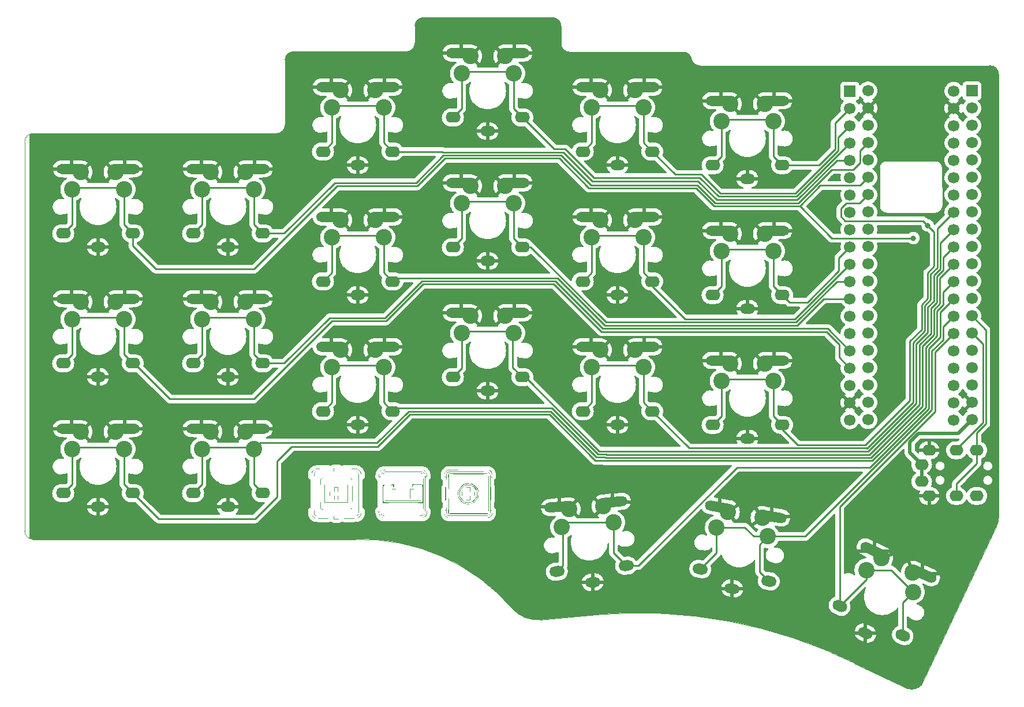
<source format=gtl>
%TF.GenerationSoftware,KiCad,Pcbnew,(7.0.0-0)*%
%TF.CreationDate,2023-02-16T17:59:52-08:00*%
%TF.ProjectId,keyboard_pcb,6b657962-6f61-4726-945f-7063622e6b69,rev1.0*%
%TF.SameCoordinates,PX78114e0PY44b6550*%
%TF.FileFunction,Copper,L1,Top*%
%TF.FilePolarity,Positive*%
%FSLAX46Y46*%
G04 Gerber Fmt 4.6, Leading zero omitted, Abs format (unit mm)*
G04 Created by KiCad (PCBNEW (7.0.0-0)) date 2023-02-16 17:59:52*
%MOMM*%
%LPD*%
G01*
G04 APERTURE LIST*
G04 Aperture macros list*
%AMHorizOval*
0 Thick line with rounded ends*
0 $1 width*
0 $2 $3 position (X,Y) of the first rounded end (center of the circle)*
0 $4 $5 position (X,Y) of the second rounded end (center of the circle)*
0 Add line between two ends*
20,1,$1,$2,$3,$4,$5,0*
0 Add two circle primitives to create the rounded ends*
1,1,$1,$2,$3*
1,1,$1,$4,$5*%
G04 Aperture macros list end*
%TA.AperFunction,ComponentPad*%
%ADD10O,2.200000X1.600000*%
%TD*%
%TA.AperFunction,ComponentPad*%
%ADD11C,2.400000*%
%TD*%
%TA.AperFunction,ComponentPad*%
%ADD12HorizOval,1.500000X1.449945X-0.012653X-1.449945X0.012653X0*%
%TD*%
%TA.AperFunction,ComponentPad*%
%ADD13O,2.200000X1.500000*%
%TD*%
%TA.AperFunction,ComponentPad*%
%ADD14HorizOval,1.500000X1.449945X0.012653X-1.449945X-0.012653X0*%
%TD*%
%TA.AperFunction,ComponentPad*%
%ADD15HorizOval,1.600000X0.298858X0.026147X-0.298858X-0.026147X0*%
%TD*%
%TA.AperFunction,ComponentPad*%
%ADD16HorizOval,1.500000X1.445530X0.113766X-1.445530X-0.113766X0*%
%TD*%
%TA.AperFunction,ComponentPad*%
%ADD17HorizOval,1.500000X0.348668X0.030505X-0.348668X-0.030505X0*%
%TD*%
%TA.AperFunction,ComponentPad*%
%ADD18HorizOval,1.500000X1.443324X0.138976X-1.443324X-0.138976X0*%
%TD*%
%TA.AperFunction,ComponentPad*%
%ADD19O,2.000000X1.600000*%
%TD*%
%TA.AperFunction,ComponentPad*%
%ADD20HorizOval,1.600000X0.271892X-0.126785X-0.271892X0.126785X0*%
%TD*%
%TA.AperFunction,ComponentPad*%
%ADD21HorizOval,1.500000X1.308749X-0.624241X-1.308749X0.624241X0*%
%TD*%
%TA.AperFunction,ComponentPad*%
%ADD22HorizOval,1.500000X0.317208X-0.147916X-0.317208X0.147916X0*%
%TD*%
%TA.AperFunction,ComponentPad*%
%ADD23HorizOval,1.500000X1.319444X-0.601305X-1.319444X0.601305X0*%
%TD*%
%TA.AperFunction,ComponentPad*%
%ADD24R,1.700000X1.700000*%
%TD*%
%TA.AperFunction,ComponentPad*%
%ADD25C,1.700000*%
%TD*%
%TA.AperFunction,ComponentPad*%
%ADD26HorizOval,1.600000X0.295442X-0.052094X-0.295442X0.052094X0*%
%TD*%
%TA.AperFunction,ComponentPad*%
%ADD27HorizOval,1.500000X1.425720X-0.264242X-1.425720X0.264242X0*%
%TD*%
%TA.AperFunction,ComponentPad*%
%ADD28HorizOval,1.500000X0.344683X-0.060777X-0.344683X0.060777X0*%
%TD*%
%TA.AperFunction,ComponentPad*%
%ADD29HorizOval,1.500000X1.430114X-0.239319X-1.430114X0.239319X0*%
%TD*%
%TA.AperFunction,ViaPad*%
%ADD30C,0.800000*%
%TD*%
%TA.AperFunction,Conductor*%
%ADD31C,0.250000*%
%TD*%
%TA.AperFunction,Conductor*%
%ADD32C,0.500000*%
%TD*%
%TA.AperFunction,Profile*%
%ADD33C,0.100000*%
%TD*%
G04 APERTURE END LIST*
%TO.C,G\u002A\u002A\u002A*%
G36*
X-3784975Y-40059483D02*
G01*
X-3722413Y-40059483D01*
X-3722413Y-40325369D01*
X-3409606Y-40325369D01*
X-3096798Y-40325369D01*
X-3096798Y-40638177D01*
X-3096798Y-40950985D01*
X-2830911Y-40950985D01*
X-2565024Y-40950985D01*
X-2565024Y-40638177D01*
X-2565024Y-40325369D01*
X-2252216Y-40325369D01*
X-1939409Y-40325369D01*
X-1939409Y-40059483D01*
X-1939409Y-39793596D01*
X-2252216Y-39793596D01*
X-2565024Y-39793596D01*
X-2565024Y-39480788D01*
X-2565024Y-39167980D01*
X-2830911Y-39167980D01*
X-3096798Y-39167980D01*
X-3096798Y-39480788D01*
X-3096798Y-39793596D01*
X-3409606Y-39793596D01*
X-3722413Y-39793596D01*
X-3722413Y-40059483D01*
X-3784975Y-40059483D01*
X-3784975Y-39731034D01*
X-3456527Y-39731034D01*
X-3128079Y-39731034D01*
X-3128079Y-39418227D01*
X-3128079Y-39105419D01*
X-2815271Y-39105419D01*
X-2502463Y-39105419D01*
X-2502463Y-39418227D01*
X-2502463Y-39731034D01*
X-2189655Y-39731034D01*
X-1876847Y-39731034D01*
X-1876847Y-40059483D01*
X-1876847Y-40387931D01*
X-2189655Y-40387931D01*
X-2502463Y-40387931D01*
X-2502463Y-40700739D01*
X-2502463Y-41013547D01*
X-2815271Y-41013547D01*
X-3128079Y-41013547D01*
X-3128079Y-40700739D01*
X-3128079Y-40387931D01*
X-3456527Y-40387931D01*
X-3784975Y-40387931D01*
X-3784975Y-40325369D01*
X-3784975Y-40059483D01*
G37*
G36*
X-4150580Y-40059483D02*
G01*
X-4079123Y-40059483D01*
X-4076826Y-40203241D01*
X-4066547Y-40308600D01*
X-4043209Y-40399655D01*
X-4001734Y-40500501D01*
X-3973645Y-40559975D01*
X-3818775Y-40811269D01*
X-3617283Y-41022560D01*
X-3373725Y-41189829D01*
X-3143719Y-41292060D01*
X-3068921Y-41306382D01*
X-2953305Y-41315225D01*
X-2818484Y-41317151D01*
X-2780022Y-41316248D01*
X-2630668Y-41307795D01*
X-2517802Y-41289962D01*
X-2415446Y-41256808D01*
X-2310811Y-41208944D01*
X-2065597Y-41056948D01*
X-1867458Y-40870942D01*
X-1717599Y-40658084D01*
X-1617229Y-40425536D01*
X-1567553Y-40180457D01*
X-1569780Y-39930007D01*
X-1625116Y-39681347D01*
X-1734768Y-39441636D01*
X-1899944Y-39218034D01*
X-1964010Y-39151747D01*
X-2178536Y-38982812D01*
X-2411465Y-38869403D01*
X-2655504Y-38810004D01*
X-2903356Y-38803100D01*
X-3147728Y-38847177D01*
X-3381326Y-38940720D01*
X-3596855Y-39082213D01*
X-3787021Y-39270142D01*
X-3944530Y-39502991D01*
X-3979006Y-39570233D01*
X-4028670Y-39680014D01*
X-4058623Y-39771472D01*
X-4073717Y-39868316D01*
X-4078804Y-39994255D01*
X-4079123Y-40059483D01*
X-4150580Y-40059483D01*
X-4153724Y-40012831D01*
X-4114487Y-39735364D01*
X-4020276Y-39476171D01*
X-3874797Y-39242454D01*
X-3681754Y-39041411D01*
X-3444854Y-38880243D01*
X-3387937Y-38851199D01*
X-3286177Y-38804329D01*
X-3202177Y-38774281D01*
X-3116220Y-38757262D01*
X-3008590Y-38749480D01*
X-2859568Y-38747143D01*
X-2846551Y-38747083D01*
X-2666206Y-38750024D01*
X-2530346Y-38762031D01*
X-2421282Y-38785226D01*
X-2361699Y-38805263D01*
X-2100044Y-38937226D01*
X-1876904Y-39117784D01*
X-1696079Y-39343486D01*
X-1618810Y-39480004D01*
X-1575629Y-39570130D01*
X-1546839Y-39644849D01*
X-1529523Y-39720801D01*
X-1520766Y-39814626D01*
X-1517653Y-39942962D01*
X-1517272Y-40059483D01*
X-1518067Y-40221097D01*
X-1522565Y-40336942D01*
X-1533700Y-40423807D01*
X-1554409Y-40498479D01*
X-1587627Y-40577748D01*
X-1619495Y-40644148D01*
X-1717944Y-40808997D01*
X-1845467Y-40970346D01*
X-1986459Y-41111122D01*
X-2125312Y-41214250D01*
X-2156220Y-41231316D01*
X-2382714Y-41319543D01*
X-2634891Y-41372259D01*
X-2892033Y-41387398D01*
X-3133419Y-41362897D01*
X-3231267Y-41338425D01*
X-3487226Y-41228219D01*
X-3710426Y-41068412D01*
X-3894781Y-40865994D01*
X-4034204Y-40627956D01*
X-4122608Y-40361287D01*
X-4134281Y-40301375D01*
X-4150580Y-40059483D01*
G37*
G36*
X-4344451Y-39966154D02*
G01*
X-4281801Y-39966154D01*
X-4279009Y-40122044D01*
X-4271890Y-40273186D01*
X-4259500Y-40383896D01*
X-4236693Y-40476305D01*
X-4198325Y-40572542D01*
X-4151666Y-40669786D01*
X-3984696Y-40941934D01*
X-3777547Y-41166142D01*
X-3530452Y-41342231D01*
X-3243643Y-41470021D01*
X-3049877Y-41524046D01*
X-2910079Y-41539919D01*
X-2739302Y-41536448D01*
X-2566553Y-41514329D01*
X-2297107Y-41432713D01*
X-2048254Y-41298486D01*
X-1826688Y-41119697D01*
X-1639107Y-40904392D01*
X-1492203Y-40660618D01*
X-1392673Y-40396424D01*
X-1347211Y-40119855D01*
X-1345074Y-40046145D01*
X-1372654Y-39808228D01*
X-1450685Y-39561391D01*
X-1572101Y-39321331D01*
X-1729837Y-39103743D01*
X-1806063Y-39021996D01*
X-2005595Y-38852284D01*
X-2220341Y-38728689D01*
X-2467779Y-38642111D01*
X-2590456Y-38613614D01*
X-2716168Y-38590271D01*
X-2812526Y-38581349D01*
X-2906253Y-38587174D01*
X-3024073Y-38608072D01*
X-3078544Y-38619566D01*
X-3216454Y-38653784D01*
X-3347749Y-38694093D01*
X-3446665Y-38732476D01*
X-3456031Y-38737022D01*
X-3688245Y-38886408D01*
X-3898139Y-39084206D01*
X-4074315Y-39317224D01*
X-4205373Y-39572272D01*
X-4226526Y-39628618D01*
X-4258041Y-39733604D01*
X-4275721Y-39839105D01*
X-4281801Y-39966154D01*
X-4344451Y-39966154D01*
X-4340322Y-39858903D01*
X-4298810Y-39627615D01*
X-4282918Y-39574308D01*
X-4160194Y-39295501D01*
X-3990593Y-39053192D01*
X-3780758Y-38851487D01*
X-3537335Y-38694493D01*
X-3266971Y-38586317D01*
X-2976311Y-38531067D01*
X-2672000Y-38532849D01*
X-2610006Y-38540421D01*
X-2303454Y-38613202D01*
X-2029010Y-38737423D01*
X-1790997Y-38908555D01*
X-1593740Y-39122067D01*
X-1441561Y-39373428D01*
X-1338783Y-39658109D01*
X-1293782Y-39919764D01*
X-1295405Y-40229613D01*
X-1356847Y-40527570D01*
X-1475568Y-40806582D01*
X-1649032Y-41059599D01*
X-1739717Y-41158545D01*
X-1976393Y-41353634D01*
X-2239858Y-41493617D01*
X-2524923Y-41577162D01*
X-2826399Y-41602933D01*
X-3139098Y-41569597D01*
X-3244211Y-41545308D01*
X-3526569Y-41440211D01*
X-3776156Y-41283419D01*
X-3988747Y-41078909D01*
X-4160118Y-40830654D01*
X-4274733Y-40575616D01*
X-4328080Y-40357772D01*
X-4350010Y-40110578D01*
X-4344451Y-39966154D01*
G37*
G36*
X-23147783Y-40043842D02*
G01*
X-23116502Y-40043842D01*
X-23116502Y-40325369D01*
X-22772413Y-40325369D01*
X-22428325Y-40325369D01*
X-22428325Y-40638177D01*
X-22428325Y-40950985D01*
X-22193719Y-40950985D01*
X-21959113Y-40950985D01*
X-21959113Y-40638177D01*
X-21959113Y-40325369D01*
X-21615024Y-40325369D01*
X-21270936Y-40325369D01*
X-21270936Y-40043842D01*
X-21270936Y-39762315D01*
X-21615024Y-39762315D01*
X-21959113Y-39762315D01*
X-21959113Y-39449507D01*
X-21959113Y-39136700D01*
X-22193719Y-39136700D01*
X-22428325Y-39136700D01*
X-22428325Y-39449507D01*
X-22428325Y-39762315D01*
X-22772413Y-39762315D01*
X-23116502Y-39762315D01*
X-23116502Y-40043842D01*
X-23147783Y-40043842D01*
X-23147783Y-39731034D01*
X-22803694Y-39731034D01*
X-22459606Y-39731034D01*
X-22459606Y-39418227D01*
X-22459606Y-39105419D01*
X-22193719Y-39105419D01*
X-21927832Y-39105419D01*
X-21927832Y-39418227D01*
X-21927832Y-39731034D01*
X-21583744Y-39731034D01*
X-21239655Y-39731034D01*
X-21239655Y-40043842D01*
X-21239655Y-40356650D01*
X-21583744Y-40356650D01*
X-21927832Y-40356650D01*
X-21927832Y-40669458D01*
X-21927832Y-40982266D01*
X-22193719Y-40982266D01*
X-22459606Y-40982266D01*
X-22459606Y-40669458D01*
X-22459606Y-40356650D01*
X-22803694Y-40356650D01*
X-23147783Y-40356650D01*
X-23147783Y-40325369D01*
X-23147783Y-40043842D01*
G37*
G36*
X-5727621Y-39887907D02*
G01*
X-5696304Y-39887907D01*
X-5696285Y-40253541D01*
X-5695645Y-40616280D01*
X-5694385Y-40970670D01*
X-5692505Y-41311256D01*
X-5690004Y-41632583D01*
X-5686883Y-41929197D01*
X-5683141Y-42195643D01*
X-5678779Y-42426468D01*
X-5673797Y-42616216D01*
X-5668194Y-42759433D01*
X-5661971Y-42850665D01*
X-5655566Y-42884138D01*
X-5634003Y-42891004D01*
X-5581905Y-42897058D01*
X-5496304Y-42902340D01*
X-5374233Y-42906890D01*
X-5212722Y-42910746D01*
X-5008805Y-42913949D01*
X-4759513Y-42916539D01*
X-4461879Y-42918554D01*
X-4112933Y-42920035D01*
X-3709709Y-42921021D01*
X-3249239Y-42921552D01*
X-2842854Y-42921675D01*
X-2430791Y-42921465D01*
X-2036119Y-42920856D01*
X-1663390Y-42919879D01*
X-1317157Y-42918563D01*
X-1001971Y-42916941D01*
X-722386Y-42915041D01*
X-482954Y-42912896D01*
X-288228Y-42910535D01*
X-142759Y-42907989D01*
X-51102Y-42905288D01*
X-18198Y-42902688D01*
X-9632Y-42894941D01*
X-2104Y-42876182D01*
X4451Y-42842646D01*
X10100Y-42790570D01*
X14909Y-42716188D01*
X18943Y-42615737D01*
X22269Y-42485453D01*
X24951Y-42321571D01*
X27057Y-42120328D01*
X28653Y-41877960D01*
X29803Y-41590702D01*
X30575Y-41254790D01*
X31033Y-40866460D01*
X31245Y-40421948D01*
X31281Y-40078033D01*
X31085Y-39567342D01*
X30470Y-39116258D01*
X29397Y-38721827D01*
X27828Y-38381098D01*
X25723Y-38091115D01*
X23043Y-37848926D01*
X19750Y-37651578D01*
X15804Y-37496117D01*
X11167Y-37379590D01*
X5799Y-37299043D01*
X-339Y-37251524D01*
X-6256Y-37234828D01*
X-43742Y-37228022D01*
X-138332Y-37221837D01*
X-284571Y-37216272D01*
X-477006Y-37211328D01*
X-710181Y-37207004D01*
X-978642Y-37203301D01*
X-1276935Y-37200218D01*
X-1599606Y-37197755D01*
X-1941199Y-37195913D01*
X-2296260Y-37194691D01*
X-2659335Y-37194090D01*
X-3024969Y-37194109D01*
X-3387709Y-37194749D01*
X-3742098Y-37196008D01*
X-4082684Y-37197889D01*
X-4404011Y-37200390D01*
X-4700625Y-37203511D01*
X-4967072Y-37207252D01*
X-5197896Y-37211614D01*
X-5387644Y-37216597D01*
X-5530862Y-37222200D01*
X-5622093Y-37228423D01*
X-5655566Y-37234828D01*
X-5662372Y-37272313D01*
X-5668557Y-37366903D01*
X-5674122Y-37513143D01*
X-5679066Y-37705578D01*
X-5683390Y-37938753D01*
X-5687093Y-38207214D01*
X-5690176Y-38505507D01*
X-5692639Y-38828177D01*
X-5694481Y-39169770D01*
X-5695703Y-39524832D01*
X-5696304Y-39887907D01*
X-5727621Y-39887907D01*
X-5727039Y-39523154D01*
X-5725840Y-39165986D01*
X-5724025Y-38822193D01*
X-5721595Y-38497197D01*
X-5718548Y-38196424D01*
X-5714886Y-37925297D01*
X-5710608Y-37689239D01*
X-5705713Y-37493674D01*
X-5700202Y-37344026D01*
X-5694074Y-37245719D01*
X-5687330Y-37204176D01*
X-5686847Y-37203547D01*
X-5648884Y-37196263D01*
X-5553889Y-37189691D01*
X-5407275Y-37183826D01*
X-5214457Y-37178664D01*
X-4980850Y-37174200D01*
X-4711867Y-37170430D01*
X-4412923Y-37167348D01*
X-4089432Y-37164950D01*
X-3746809Y-37163231D01*
X-3390467Y-37162187D01*
X-3025822Y-37161812D01*
X-2658287Y-37162103D01*
X-2293277Y-37163053D01*
X-1936206Y-37164660D01*
X-1592489Y-37166917D01*
X-1267538Y-37169821D01*
X-966770Y-37173366D01*
X-695598Y-37177548D01*
X-459437Y-37182362D01*
X-263701Y-37187803D01*
X-113803Y-37193868D01*
X-15160Y-37200550D01*
X26816Y-37207845D01*
X27617Y-37208516D01*
X34107Y-37235353D01*
X39732Y-37300741D01*
X44515Y-37407048D01*
X48477Y-37556638D01*
X51642Y-37751880D01*
X54031Y-37995140D01*
X55667Y-38288785D01*
X56572Y-38635181D01*
X56769Y-39036695D01*
X56279Y-39495694D01*
X55127Y-40014545D01*
X54908Y-40094169D01*
X46921Y-42937315D01*
X-2801031Y-42945299D01*
X-3313894Y-42946550D01*
X-3767203Y-42947236D01*
X-4163964Y-42947324D01*
X-4507182Y-42946785D01*
X-4799862Y-42945587D01*
X-5045010Y-42943700D01*
X-5245630Y-42941092D01*
X-5404730Y-42937732D01*
X-5525313Y-42933590D01*
X-5610385Y-42928634D01*
X-5662952Y-42922834D01*
X-5686019Y-42916158D01*
X-5686684Y-42915582D01*
X-5693472Y-42878111D01*
X-5699648Y-42783506D01*
X-5705209Y-42637189D01*
X-5710157Y-42444586D01*
X-5714491Y-42211119D01*
X-5718210Y-41942212D01*
X-5721316Y-41643290D01*
X-5723807Y-41319775D01*
X-5725683Y-40977092D01*
X-5726944Y-40620665D01*
X-5727591Y-40255917D01*
X-5727622Y-39888272D01*
X-5727621Y-39887907D01*
G37*
G36*
X-10791872Y-40075123D02*
G01*
X-10791872Y-40794581D01*
X-11089039Y-40794581D01*
X-11386207Y-40794581D01*
X-11386207Y-40075123D01*
X-11386207Y-39386946D01*
X-11354926Y-39386946D01*
X-11354926Y-40075123D01*
X-11354926Y-40763300D01*
X-11089039Y-40763300D01*
X-10823152Y-40763300D01*
X-10823152Y-40075123D01*
X-10823152Y-39386946D01*
X-11089039Y-39386946D01*
X-11354926Y-39386946D01*
X-11386207Y-39386946D01*
X-11386207Y-39355665D01*
X-11089039Y-39355665D01*
X-10791872Y-39355665D01*
X-10791872Y-40075123D01*
G37*
G36*
X-13450739Y-40075123D02*
G01*
X-13450739Y-40794581D01*
X-13747906Y-40794581D01*
X-14045074Y-40794581D01*
X-14045074Y-40075123D01*
X-14045074Y-39386946D01*
X-14013793Y-39386946D01*
X-14013793Y-40075123D01*
X-14013793Y-40763300D01*
X-13747906Y-40763300D01*
X-13482019Y-40763300D01*
X-13482019Y-40075123D01*
X-13482019Y-39386946D01*
X-13747906Y-39386946D01*
X-14013793Y-39386946D01*
X-14045074Y-39386946D01*
X-14045074Y-39355665D01*
X-13747906Y-39355665D01*
X-13450739Y-39355665D01*
X-13450739Y-40075123D01*
G37*
G36*
X-20488916Y-40043842D02*
G01*
X-20488916Y-41357635D01*
X-22193719Y-41357635D01*
X-23898522Y-41357635D01*
X-23898522Y-40043842D01*
X-23898522Y-38761330D01*
X-23867241Y-38761330D01*
X-23867241Y-40043842D01*
X-23867241Y-41326355D01*
X-22193719Y-41326355D01*
X-20520197Y-41326355D01*
X-20520197Y-40043842D01*
X-20520197Y-38761330D01*
X-22193719Y-38761330D01*
X-23867241Y-38761330D01*
X-23898522Y-38761330D01*
X-23898522Y-38730049D01*
X-22193719Y-38730049D01*
X-20488916Y-38730049D01*
X-20488916Y-40043842D01*
G37*
G36*
X-5818225Y-40059483D02*
G01*
X-5786946Y-40059483D01*
X-5786927Y-40540699D01*
X-5786812Y-40963291D01*
X-5786511Y-41331197D01*
X-5785936Y-41648353D01*
X-5784998Y-41918697D01*
X-5783607Y-42146167D01*
X-5781677Y-42334700D01*
X-5779116Y-42488234D01*
X-5775837Y-42610705D01*
X-5771751Y-42706052D01*
X-5766769Y-42778212D01*
X-5760801Y-42831122D01*
X-5753760Y-42868719D01*
X-5745557Y-42894942D01*
X-5736102Y-42913727D01*
X-5725306Y-42929012D01*
X-5722114Y-42933097D01*
X-5657282Y-43015517D01*
X-2828641Y-43015517D01*
X-2343915Y-43015493D01*
X-1917868Y-43015363D01*
X-1546617Y-43015045D01*
X-1226278Y-43014453D01*
X-952969Y-43013504D01*
X-722806Y-43012114D01*
X-531907Y-43010199D01*
X-376388Y-43007674D01*
X-252367Y-43004457D01*
X-155961Y-43000462D01*
X-83286Y-42995606D01*
X-30459Y-42989805D01*
X6401Y-42982974D01*
X31180Y-42975030D01*
X47759Y-42965889D01*
X60021Y-42955466D01*
X62562Y-42952956D01*
X73278Y-42941132D01*
X82695Y-42925859D01*
X90897Y-42903257D01*
X97968Y-42869444D01*
X103991Y-42820538D01*
X109051Y-42752658D01*
X113231Y-42661923D01*
X116616Y-42544452D01*
X119289Y-42396362D01*
X121334Y-42213773D01*
X122835Y-41992804D01*
X123877Y-41729572D01*
X124543Y-41420197D01*
X124916Y-41060797D01*
X125082Y-40647490D01*
X125123Y-40176396D01*
X125123Y-40059483D01*
X125099Y-39574551D01*
X124970Y-39148299D01*
X124651Y-38776847D01*
X124060Y-38456311D01*
X123113Y-38182812D01*
X121724Y-37952467D01*
X119812Y-37761396D01*
X117290Y-37605717D01*
X114077Y-37481548D01*
X110087Y-37385008D01*
X105237Y-37312217D01*
X99442Y-37259291D01*
X92620Y-37222351D01*
X84686Y-37197514D01*
X75556Y-37180900D01*
X65146Y-37168626D01*
X62562Y-37166010D01*
X50733Y-37155290D01*
X35455Y-37145870D01*
X12844Y-37137666D01*
X-20983Y-37130594D01*
X-69909Y-37124570D01*
X-137816Y-37119510D01*
X-228588Y-37115330D01*
X-346107Y-37111946D01*
X-494257Y-37109275D01*
X-676921Y-37107231D01*
X-897981Y-37105731D01*
X-1161322Y-37104691D01*
X-1470824Y-37104026D01*
X-1830373Y-37103654D01*
X-2243850Y-37103490D01*
X-2715139Y-37103449D01*
X-2828641Y-37103448D01*
X-5657282Y-37103448D01*
X-5722114Y-37185869D01*
X-5733290Y-37200883D01*
X-5743103Y-37218321D01*
X-5751639Y-37242122D01*
X-5758989Y-37276223D01*
X-5765241Y-37324560D01*
X-5770483Y-37391072D01*
X-5774805Y-37479696D01*
X-5778296Y-37594369D01*
X-5781044Y-37739029D01*
X-5783138Y-37917614D01*
X-5784667Y-38134060D01*
X-5785719Y-38392305D01*
X-5786385Y-38696286D01*
X-5786752Y-39049942D01*
X-5786909Y-39457209D01*
X-5786945Y-39922025D01*
X-5786946Y-40059483D01*
X-5818225Y-40059483D01*
X-5818208Y-39593468D01*
X-5818097Y-39166256D01*
X-5817805Y-38793806D01*
X-5817247Y-38472218D01*
X-5816335Y-38197593D01*
X-5814985Y-37966030D01*
X-5813108Y-37773630D01*
X-5810619Y-37616493D01*
X-5807432Y-37490720D01*
X-5803459Y-37392409D01*
X-5798615Y-37317663D01*
X-5792812Y-37262580D01*
X-5785965Y-37223261D01*
X-5777987Y-37195807D01*
X-5768791Y-37176317D01*
X-5758292Y-37160892D01*
X-5753394Y-37154588D01*
X-5688562Y-37072167D01*
X-2828641Y-37072167D01*
X-2341080Y-37072192D01*
X-1912221Y-37072319D01*
X-1538201Y-37072632D01*
X-1215161Y-37073214D01*
X-939239Y-37074146D01*
X-706575Y-37075513D01*
X-513307Y-37077396D01*
X-355576Y-37079878D01*
X-229520Y-37083042D01*
X-131279Y-37086970D01*
X-56991Y-37091746D01*
X-2797Y-37097451D01*
X35166Y-37104168D01*
X60757Y-37111980D01*
X77837Y-37120970D01*
X90268Y-37131221D01*
X93843Y-37134729D01*
X104485Y-37146467D01*
X113846Y-37161630D01*
X122009Y-37184069D01*
X129056Y-37217636D01*
X135068Y-37266182D01*
X140127Y-37333559D01*
X144316Y-37423618D01*
X147718Y-37540212D01*
X150413Y-37687192D01*
X152484Y-37868409D01*
X154013Y-38087715D01*
X155082Y-38348962D01*
X155774Y-38656001D01*
X156169Y-39012684D01*
X156352Y-39422863D01*
X156402Y-39890388D01*
X156404Y-40070275D01*
X156361Y-40559680D01*
X156181Y-40990352D01*
X155790Y-41366120D01*
X155112Y-41690810D01*
X154073Y-41968252D01*
X152598Y-42202274D01*
X150612Y-42396705D01*
X148040Y-42555372D01*
X144807Y-42682104D01*
X140839Y-42780730D01*
X136060Y-42855076D01*
X130396Y-42908973D01*
X123771Y-42946248D01*
X116112Y-42970730D01*
X107342Y-42986246D01*
X99200Y-42995029D01*
X85587Y-43003889D01*
X63020Y-43011685D01*
X27696Y-43018484D01*
X-24187Y-43024354D01*
X-96433Y-43029360D01*
X-192844Y-43033572D01*
X-317223Y-43037055D01*
X-473373Y-43039878D01*
X-665098Y-43042108D01*
X-896199Y-43043812D01*
X-1170479Y-43045057D01*
X-1491743Y-43045911D01*
X-1863792Y-43046441D01*
X-2290429Y-43046714D01*
X-2775457Y-43046797D01*
X-2825554Y-43046798D01*
X-3313803Y-43046774D01*
X-3743346Y-43046647D01*
X-4118039Y-43046336D01*
X-4441736Y-43045756D01*
X-4718293Y-43044827D01*
X-4951566Y-43043466D01*
X-5145409Y-43041591D01*
X-5303679Y-43039119D01*
X-5430231Y-43035968D01*
X-5528920Y-43032056D01*
X-5603602Y-43027300D01*
X-5658132Y-43021618D01*
X-5696365Y-43014928D01*
X-5722157Y-43007147D01*
X-5739363Y-42998193D01*
X-5751839Y-42987984D01*
X-5755665Y-42984236D01*
X-5766361Y-42972436D01*
X-5775763Y-42957193D01*
X-5783954Y-42934636D01*
X-5791018Y-42900890D01*
X-5797038Y-42852083D01*
X-5802098Y-42784341D01*
X-5806281Y-42693791D01*
X-5809670Y-42576559D01*
X-5812349Y-42428774D01*
X-5814401Y-42246560D01*
X-5815910Y-42026046D01*
X-5816959Y-41763358D01*
X-5817632Y-41454622D01*
X-5818012Y-41095966D01*
X-5818182Y-40683515D01*
X-5818225Y-40213398D01*
X-5818226Y-40079342D01*
X-5818225Y-40059483D01*
G37*
G36*
X-15420957Y-38866078D02*
G01*
X-15420878Y-38783135D01*
X-15420241Y-38458411D01*
X-15419246Y-38180795D01*
X-15418515Y-38060909D01*
X-15390147Y-38060909D01*
X-15390147Y-38866078D01*
X-15309488Y-38790243D01*
X-15282695Y-38766407D01*
X-15254005Y-38748067D01*
X-15215229Y-38734383D01*
X-15158179Y-38724511D01*
X-15074664Y-38717610D01*
X-14956496Y-38712839D01*
X-14795486Y-38709353D01*
X-14583443Y-38706313D01*
X-14480547Y-38705009D01*
X-13732266Y-38695608D01*
X-13732266Y-38884873D01*
X-13732266Y-39074138D01*
X-13544581Y-39074138D01*
X-13356896Y-39074138D01*
X-13356896Y-38823892D01*
X-13356896Y-38573645D01*
X-12418473Y-38573645D01*
X-11480049Y-38573645D01*
X-11480049Y-38823892D01*
X-11480049Y-39074138D01*
X-11292364Y-39074138D01*
X-11104680Y-39074138D01*
X-11104680Y-38931528D01*
X-11073399Y-38931528D01*
X-11067261Y-39016114D01*
X-11051712Y-39067235D01*
X-11042118Y-39074138D01*
X-11022410Y-39046414D01*
X-11011565Y-38977274D01*
X-11010837Y-38950861D01*
X-11018109Y-38867569D01*
X-11036169Y-38814180D01*
X-11042118Y-38808251D01*
X-11061995Y-38823089D01*
X-11072398Y-38891135D01*
X-11073399Y-38931528D01*
X-11104680Y-38931528D01*
X-11104680Y-38886453D01*
X-11104680Y-38698768D01*
X-10371981Y-38698768D01*
X-9639283Y-38698768D01*
X-9543040Y-38779751D01*
X-9446798Y-38860734D01*
X-9446798Y-38062851D01*
X-9447536Y-37843443D01*
X-9449613Y-37643117D01*
X-9452824Y-37470881D01*
X-9456960Y-37335743D01*
X-9461817Y-37246711D01*
X-9466229Y-37214332D01*
X-9475854Y-37190168D01*
X-9487579Y-37168909D01*
X-9505240Y-37150370D01*
X-9532676Y-37134365D01*
X-9573723Y-37120708D01*
X-9632218Y-37109211D01*
X-9711998Y-37099690D01*
X-9816901Y-37091959D01*
X-9950763Y-37085830D01*
X-10117423Y-37081118D01*
X-10320716Y-37077636D01*
X-10564480Y-37075199D01*
X-10852552Y-37073621D01*
X-11188769Y-37072714D01*
X-11576969Y-37072294D01*
X-12020988Y-37072173D01*
X-12396611Y-37072167D01*
X-12933587Y-37072474D01*
X-13409675Y-37073408D01*
X-13826547Y-37074990D01*
X-14185876Y-37077239D01*
X-14489331Y-37080176D01*
X-14738584Y-37083823D01*
X-14935307Y-37088198D01*
X-15081172Y-37093323D01*
X-15177849Y-37099218D01*
X-15227010Y-37105903D01*
X-15229736Y-37106739D01*
X-15307933Y-37147371D01*
X-15358912Y-37197403D01*
X-15359527Y-37198524D01*
X-15368455Y-37246130D01*
X-15376207Y-37348591D01*
X-15382509Y-37498209D01*
X-15387087Y-37687283D01*
X-15389669Y-37908116D01*
X-15390147Y-38060909D01*
X-15418515Y-38060909D01*
X-15417816Y-37946424D01*
X-15415871Y-37751434D01*
X-15413334Y-37591961D01*
X-15410127Y-37464143D01*
X-15406170Y-37364116D01*
X-15401385Y-37288017D01*
X-15395695Y-37231981D01*
X-15389020Y-37192146D01*
X-15381282Y-37164649D01*
X-15372404Y-37145626D01*
X-15362306Y-37131213D01*
X-15361630Y-37130374D01*
X-15301833Y-37056527D01*
X-12418473Y-37056527D01*
X-9535113Y-37056527D01*
X-9475315Y-37130374D01*
X-9465138Y-37144627D01*
X-9456185Y-37163248D01*
X-9448379Y-37190100D01*
X-9441639Y-37229048D01*
X-9435889Y-37283954D01*
X-9431050Y-37358683D01*
X-9427044Y-37457096D01*
X-9423791Y-37583059D01*
X-9421215Y-37740433D01*
X-9419235Y-37933083D01*
X-9417775Y-38164872D01*
X-9416756Y-38439664D01*
X-9416098Y-38761321D01*
X-9415725Y-39133707D01*
X-9415557Y-39560686D01*
X-9415517Y-40046121D01*
X-9415517Y-40078589D01*
X-9415541Y-40567453D01*
X-9415667Y-40997606D01*
X-9415978Y-41372899D01*
X-9416555Y-41697183D01*
X-9417480Y-41974307D01*
X-9418836Y-42208123D01*
X-9420705Y-42402482D01*
X-9423168Y-42561233D01*
X-9426307Y-42688228D01*
X-9430206Y-42787317D01*
X-9434944Y-42862351D01*
X-9440606Y-42917181D01*
X-9447272Y-42955657D01*
X-9455025Y-42981630D01*
X-9463946Y-42998950D01*
X-9474118Y-43011468D01*
X-9478079Y-43015517D01*
X-9489807Y-43026151D01*
X-9504957Y-43035506D01*
X-9527378Y-43043665D01*
X-9560916Y-43050708D01*
X-9609421Y-43056719D01*
X-9676741Y-43061778D01*
X-9766724Y-43065969D01*
X-9883218Y-43069372D01*
X-10030071Y-43072069D01*
X-10211132Y-43074143D01*
X-10430249Y-43075675D01*
X-10691270Y-43076748D01*
X-10998044Y-43077442D01*
X-11354417Y-43077841D01*
X-11764240Y-43078025D01*
X-12231360Y-43078077D01*
X-12418473Y-43078079D01*
X-12907649Y-43078055D01*
X-13338112Y-43077929D01*
X-13713711Y-43077619D01*
X-14038292Y-43077043D01*
X-14315704Y-43076119D01*
X-14549797Y-43074766D01*
X-14744417Y-43072901D01*
X-14903412Y-43070442D01*
X-15030633Y-43067308D01*
X-15129925Y-43063417D01*
X-15205139Y-43058687D01*
X-15260121Y-43053036D01*
X-15298721Y-43046382D01*
X-15324786Y-43038644D01*
X-15342164Y-43029739D01*
X-15354705Y-43019585D01*
X-15358867Y-43015517D01*
X-15369506Y-43003782D01*
X-15378866Y-42988623D01*
X-15387028Y-42966189D01*
X-15394073Y-42932630D01*
X-15400085Y-42884096D01*
X-15405144Y-42816735D01*
X-15409334Y-42726697D01*
X-15412736Y-42610132D01*
X-15415432Y-42463188D01*
X-15417503Y-42282016D01*
X-15418892Y-42082898D01*
X-15419033Y-42062764D01*
X-15420104Y-41801581D01*
X-15420796Y-41494618D01*
X-15421052Y-41263793D01*
X-15390147Y-41263793D01*
X-15390147Y-42082898D01*
X-15389979Y-42330581D01*
X-15389080Y-42523404D01*
X-15386865Y-42669070D01*
X-15382745Y-42775280D01*
X-15376133Y-42849735D01*
X-15366441Y-42900139D01*
X-15353081Y-42934191D01*
X-15335467Y-42959595D01*
X-15322133Y-42974400D01*
X-15254119Y-43046798D01*
X-12422856Y-43046798D01*
X-9591593Y-43046798D01*
X-9519196Y-42978784D01*
X-9497400Y-42957013D01*
X-9480486Y-42932545D01*
X-9467836Y-42897755D01*
X-9458831Y-42845019D01*
X-9452851Y-42766712D01*
X-9449277Y-42655208D01*
X-9447489Y-42502885D01*
X-9446869Y-42302116D01*
X-9446798Y-42087281D01*
X-9446798Y-41263793D01*
X-9510608Y-41327604D01*
X-9588451Y-41387647D01*
X-9653408Y-41421446D01*
X-9698056Y-41426640D01*
X-9799666Y-41431347D01*
X-9952642Y-41435568D01*
X-10151386Y-41439303D01*
X-10390302Y-41442551D01*
X-10663792Y-41445312D01*
X-10966260Y-41447588D01*
X-11292108Y-41449376D01*
X-11635739Y-41450679D01*
X-11991557Y-41451495D01*
X-12353964Y-41451824D01*
X-12717363Y-41451667D01*
X-13076157Y-41451024D01*
X-13424749Y-41449894D01*
X-13757543Y-41448278D01*
X-14068940Y-41446175D01*
X-14353345Y-41443586D01*
X-14605160Y-41440510D01*
X-14818787Y-41436948D01*
X-14988630Y-41432900D01*
X-15109092Y-41428365D01*
X-15174576Y-41423343D01*
X-15183537Y-41421446D01*
X-15267546Y-41375127D01*
X-15326337Y-41327604D01*
X-15390147Y-41263793D01*
X-15421052Y-41263793D01*
X-15421192Y-41138024D01*
X-15421375Y-40727947D01*
X-15421414Y-40367597D01*
X-15389235Y-40367597D01*
X-15388917Y-40600547D01*
X-15387707Y-40784212D01*
X-15385227Y-40925231D01*
X-15381097Y-41030243D01*
X-15374941Y-41105887D01*
X-15366379Y-41158800D01*
X-15355033Y-41195621D01*
X-15340525Y-41222990D01*
X-15322476Y-41247544D01*
X-15322419Y-41247617D01*
X-15299577Y-41277067D01*
X-15277670Y-41302910D01*
X-15252684Y-41325381D01*
X-15220604Y-41344720D01*
X-15177417Y-41361162D01*
X-15119107Y-41374946D01*
X-15041662Y-41386309D01*
X-14941066Y-41395489D01*
X-14813306Y-41402722D01*
X-14654367Y-41408247D01*
X-14460236Y-41412300D01*
X-14226898Y-41415119D01*
X-13950338Y-41416942D01*
X-13626544Y-41418006D01*
X-13251500Y-41418549D01*
X-12821193Y-41418807D01*
X-12425288Y-41418973D01*
X-11944023Y-41419045D01*
X-11521562Y-41418750D01*
X-11154145Y-41418028D01*
X-10838016Y-41416823D01*
X-10569415Y-41415078D01*
X-10344587Y-41412734D01*
X-10159771Y-41409734D01*
X-10011212Y-41406021D01*
X-9895150Y-41401537D01*
X-9807828Y-41396225D01*
X-9745489Y-41390028D01*
X-9704373Y-41382887D01*
X-9685651Y-41377066D01*
X-9592155Y-41320772D01*
X-9514611Y-41247725D01*
X-9496530Y-41223154D01*
X-9481994Y-41195820D01*
X-9470625Y-41159082D01*
X-9462045Y-41106303D01*
X-9455874Y-41030843D01*
X-9451734Y-40926062D01*
X-9449246Y-40785324D01*
X-9448031Y-40601987D01*
X-9447710Y-40369413D01*
X-9447904Y-40080964D01*
X-9447906Y-40078725D01*
X-9448373Y-39776883D01*
X-9449674Y-39531137D01*
X-9452678Y-39335020D01*
X-9458253Y-39182067D01*
X-9467269Y-39065811D01*
X-9480593Y-38979787D01*
X-9499096Y-38917528D01*
X-9523646Y-38872568D01*
X-9555112Y-38838442D01*
X-9594362Y-38808683D01*
X-9620951Y-38790932D01*
X-9656888Y-38770494D01*
X-9700166Y-38755217D01*
X-9759873Y-38744358D01*
X-9845097Y-38737176D01*
X-9964925Y-38732928D01*
X-10128445Y-38730871D01*
X-10344744Y-38730263D01*
X-10363607Y-38730255D01*
X-10606754Y-38731630D01*
X-10792308Y-38735883D01*
X-10918944Y-38742949D01*
X-10985336Y-38752763D01*
X-10995197Y-38761330D01*
X-10957513Y-38772214D01*
X-10862677Y-38781030D01*
X-10716072Y-38787531D01*
X-10523082Y-38791467D01*
X-10319392Y-38792611D01*
X-10100974Y-38792771D01*
X-9936309Y-38793867D01*
X-9816586Y-38796822D01*
X-9732996Y-38802556D01*
X-9676730Y-38811994D01*
X-9638978Y-38826058D01*
X-9610931Y-38845669D01*
X-9586139Y-38869391D01*
X-9509359Y-38946171D01*
X-9509359Y-40056317D01*
X-9509359Y-41166462D01*
X-9584853Y-41254229D01*
X-9660346Y-41341995D01*
X-12418473Y-41341995D01*
X-15176599Y-41341995D01*
X-15252092Y-41254229D01*
X-15327586Y-41166462D01*
X-15327586Y-40085275D01*
X-15296305Y-40085275D01*
X-15296067Y-40382680D01*
X-15294767Y-40623866D01*
X-15291527Y-40815177D01*
X-15285468Y-40962955D01*
X-15275713Y-41073544D01*
X-15261384Y-41153287D01*
X-15241601Y-41208525D01*
X-15215488Y-41245604D01*
X-15182165Y-41270864D01*
X-15140755Y-41290650D01*
X-15128734Y-41295608D01*
X-15087929Y-41299658D01*
X-14989234Y-41303388D01*
X-14837322Y-41306760D01*
X-14636865Y-41309739D01*
X-14392534Y-41312288D01*
X-14109002Y-41314372D01*
X-13790939Y-41315954D01*
X-13443018Y-41316999D01*
X-13069911Y-41317471D01*
X-12676290Y-41317333D01*
X-12376656Y-41316822D01*
X-9691614Y-41310714D01*
X-9616127Y-41222948D01*
X-9540640Y-41135181D01*
X-9540640Y-40086963D01*
X-9540953Y-39790331D01*
X-9542326Y-39549733D01*
X-9545413Y-39358639D01*
X-9550867Y-39210522D01*
X-9559342Y-39098855D01*
X-9571491Y-39017110D01*
X-9587968Y-38958759D01*
X-9609425Y-38917274D01*
X-9636517Y-38886128D01*
X-9663053Y-38863987D01*
X-9705931Y-38849347D01*
X-9794357Y-38838363D01*
X-9932688Y-38830786D01*
X-10125282Y-38826367D01*
X-10346120Y-38824886D01*
X-10979556Y-38823892D01*
X-10979556Y-38949015D01*
X-10979556Y-39074138D01*
X-10385221Y-39074138D01*
X-9790886Y-39074138D01*
X-9790886Y-40075123D01*
X-9790886Y-41076108D01*
X-12418473Y-41076108D01*
X-15046059Y-41076108D01*
X-15046059Y-41044828D01*
X-15046059Y-40075123D01*
X-15014778Y-40075123D01*
X-15014778Y-41044828D01*
X-12418473Y-41044828D01*
X-9822167Y-41044828D01*
X-9822167Y-40075123D01*
X-9822167Y-39105419D01*
X-10666748Y-39105419D01*
X-11511330Y-39105419D01*
X-11511330Y-38855172D01*
X-11511330Y-38604926D01*
X-12418473Y-38604926D01*
X-13325615Y-38604926D01*
X-13325615Y-38855172D01*
X-13325615Y-39105419D01*
X-14170197Y-39105419D01*
X-15014778Y-39105419D01*
X-15014778Y-40075123D01*
X-15046059Y-40075123D01*
X-15046059Y-39074138D01*
X-14451724Y-39074138D01*
X-13857389Y-39074138D01*
X-13857389Y-38950861D01*
X-13826108Y-38950861D01*
X-13819073Y-39028529D01*
X-13801529Y-39071270D01*
X-13794827Y-39074138D01*
X-13776274Y-39046157D01*
X-13765061Y-38975268D01*
X-13763546Y-38931528D01*
X-13769496Y-38844586D01*
X-13785832Y-38807254D01*
X-13794827Y-38808251D01*
X-13814822Y-38849265D01*
X-13825537Y-38927062D01*
X-13826108Y-38950861D01*
X-13857389Y-38950861D01*
X-13857389Y-38949015D01*
X-13857389Y-38823892D01*
X-14465892Y-38823892D01*
X-14701378Y-38825051D01*
X-14882410Y-38829517D01*
X-15017070Y-38838768D01*
X-15113438Y-38854284D01*
X-15179597Y-38877545D01*
X-15223628Y-38910030D01*
X-15253611Y-38953219D01*
X-15261575Y-38969576D01*
X-15272915Y-39027554D01*
X-15282013Y-39146936D01*
X-15288874Y-39327965D01*
X-15293507Y-39570886D01*
X-15295920Y-39875941D01*
X-15296305Y-40085275D01*
X-15327586Y-40085275D01*
X-15327586Y-40056317D01*
X-15327586Y-38946171D01*
X-15250806Y-38869391D01*
X-15223908Y-38843864D01*
X-15195405Y-38824733D01*
X-15156489Y-38811076D01*
X-15098350Y-38801970D01*
X-15012178Y-38796493D01*
X-14889164Y-38793723D01*
X-14720499Y-38792736D01*
X-14517553Y-38792611D01*
X-14288234Y-38791136D01*
X-14100568Y-38786876D01*
X-13959939Y-38780082D01*
X-13871729Y-38771002D01*
X-13841748Y-38761330D01*
X-13864717Y-38749612D01*
X-13948866Y-38740595D01*
X-14092872Y-38734345D01*
X-14295408Y-38730927D01*
X-14473338Y-38730255D01*
X-14694023Y-38730783D01*
X-14861236Y-38732704D01*
X-14984067Y-38736759D01*
X-15071603Y-38743692D01*
X-15132931Y-38754245D01*
X-15177139Y-38769160D01*
X-15213315Y-38789180D01*
X-15215994Y-38790932D01*
X-15260142Y-38821116D01*
X-15296003Y-38851929D01*
X-15324446Y-38889836D01*
X-15346340Y-38941303D01*
X-15362553Y-39012797D01*
X-15373954Y-39110783D01*
X-15381413Y-39241728D01*
X-15385797Y-39412097D01*
X-15387977Y-39628357D01*
X-15388820Y-39896974D01*
X-15389039Y-40078725D01*
X-15389235Y-40367597D01*
X-15421414Y-40367597D01*
X-15421426Y-40260537D01*
X-15421428Y-40078589D01*
X-15421393Y-39589360D01*
X-15421236Y-39158830D01*
X-15420957Y-38866078D01*
G37*
G36*
X-24508497Y-40455005D02*
G01*
X-24492798Y-40455005D01*
X-24492652Y-40814464D01*
X-24491903Y-41120542D01*
X-24490150Y-41377831D01*
X-24486994Y-41590920D01*
X-24482034Y-41764400D01*
X-24474871Y-41902862D01*
X-24465105Y-42010896D01*
X-24452335Y-42093093D01*
X-24436162Y-42154042D01*
X-24416186Y-42198336D01*
X-24392006Y-42230563D01*
X-24363222Y-42255315D01*
X-24329435Y-42277182D01*
X-24295833Y-42297325D01*
X-24273799Y-42309575D01*
X-24247758Y-42320068D01*
X-24212993Y-42328942D01*
X-24164788Y-42336331D01*
X-24098425Y-42342373D01*
X-24009187Y-42347202D01*
X-23892357Y-42350956D01*
X-23743219Y-42353769D01*
X-23557054Y-42355777D01*
X-23329147Y-42357117D01*
X-23054779Y-42357925D01*
X-22729234Y-42358336D01*
X-22347794Y-42358486D01*
X-22172658Y-42358504D01*
X-20149627Y-42358621D01*
X-20049132Y-42274059D01*
X-20012357Y-42243113D01*
X-19980782Y-42213590D01*
X-19954011Y-42180738D01*
X-19931648Y-42139801D01*
X-19913296Y-42086027D01*
X-19898560Y-42014661D01*
X-19887043Y-41920950D01*
X-19878349Y-41800139D01*
X-19872083Y-41647475D01*
X-19867847Y-41458204D01*
X-19865246Y-41227573D01*
X-19863884Y-40950826D01*
X-19863365Y-40623211D01*
X-19863293Y-40239974D01*
X-19863300Y-40043842D01*
X-19863300Y-39633442D01*
X-19863565Y-39280849D01*
X-19864490Y-38981311D01*
X-19866472Y-38730072D01*
X-19869907Y-38522379D01*
X-19875191Y-38353478D01*
X-19882720Y-38218616D01*
X-19892890Y-38113038D01*
X-19906097Y-38031991D01*
X-19922738Y-37970720D01*
X-19943208Y-37924473D01*
X-19967904Y-37888495D01*
X-19997221Y-37858032D01*
X-20031556Y-37828331D01*
X-20049132Y-37813626D01*
X-20149627Y-37729064D01*
X-22166392Y-37729064D01*
X-22584389Y-37729030D01*
X-22944409Y-37729195D01*
X-23251036Y-37729956D01*
X-23508854Y-37731714D01*
X-23722446Y-37734865D01*
X-23896397Y-37739810D01*
X-24035290Y-37746947D01*
X-24143710Y-37756674D01*
X-24226240Y-37769390D01*
X-24287465Y-37785495D01*
X-24331968Y-37805386D01*
X-24364334Y-37829462D01*
X-24389146Y-37858123D01*
X-24410988Y-37891766D01*
X-24431562Y-37926088D01*
X-24443844Y-37948184D01*
X-24454361Y-37974296D01*
X-24463249Y-38009155D01*
X-24470646Y-38057493D01*
X-24476688Y-38124043D01*
X-24481513Y-38213535D01*
X-24485258Y-38330704D01*
X-24488061Y-38480280D01*
X-24490057Y-38666995D01*
X-24491384Y-38895583D01*
X-24492180Y-39170774D01*
X-24492581Y-39497301D01*
X-24492725Y-39879897D01*
X-24492740Y-40037576D01*
X-24492798Y-40455005D01*
X-24508497Y-40455005D01*
X-24508497Y-40043842D01*
X-24508497Y-37911942D01*
X-24391654Y-37804862D01*
X-24274810Y-37697783D01*
X-22201998Y-37697900D01*
X-21791058Y-37697970D01*
X-21438016Y-37698218D01*
X-21138209Y-37698782D01*
X-20886974Y-37699795D01*
X-20679648Y-37701395D01*
X-20511567Y-37703716D01*
X-20378067Y-37706893D01*
X-20274487Y-37711064D01*
X-20196162Y-37716362D01*
X-20138429Y-37722923D01*
X-20096626Y-37730883D01*
X-20066088Y-37740378D01*
X-20042153Y-37751543D01*
X-20025642Y-37761147D01*
X-19988071Y-37784153D01*
X-19955703Y-37807076D01*
X-19928150Y-37834484D01*
X-19905024Y-37870947D01*
X-19885938Y-37921031D01*
X-19870504Y-37989307D01*
X-19858335Y-38080343D01*
X-19849043Y-38198707D01*
X-19842241Y-38348967D01*
X-19837541Y-38535694D01*
X-19834556Y-38763454D01*
X-19832899Y-39036818D01*
X-19832180Y-39360352D01*
X-19832015Y-39738627D01*
X-19832019Y-40043842D01*
X-19832028Y-40463877D01*
X-19832314Y-40825919D01*
X-19833263Y-41134536D01*
X-19835263Y-41394298D01*
X-19838702Y-41609772D01*
X-19843967Y-41785529D01*
X-19851447Y-41926135D01*
X-19861527Y-42036160D01*
X-19874597Y-42120173D01*
X-19891043Y-42182741D01*
X-19911253Y-42228435D01*
X-19935614Y-42261821D01*
X-19964514Y-42287469D01*
X-19998341Y-42309948D01*
X-20025642Y-42326538D01*
X-20047683Y-42339051D01*
X-20072810Y-42349793D01*
X-20105688Y-42358897D01*
X-20150978Y-42366501D01*
X-20213345Y-42372739D01*
X-20297452Y-42377747D01*
X-20407962Y-42381660D01*
X-20549538Y-42384614D01*
X-20726844Y-42386745D01*
X-20944542Y-42388188D01*
X-21207297Y-42389078D01*
X-21519770Y-42389552D01*
X-21886626Y-42389744D01*
X-22201998Y-42389785D01*
X-24274810Y-42389901D01*
X-24391654Y-42282822D01*
X-24508497Y-42175743D01*
X-24508497Y-40455005D01*
G37*
G36*
X-6344653Y-37311070D02*
G01*
X-6335437Y-37161826D01*
X-6320250Y-37055065D01*
X-6294533Y-36970727D01*
X-6253726Y-36888749D01*
X-6245438Y-36874417D01*
X-6167762Y-36769387D01*
X-6070872Y-36673671D01*
X-6027644Y-36641358D01*
X-5896428Y-36556034D01*
X-2893473Y-36546645D01*
X-2312268Y-36545175D01*
X-1789808Y-36544581D01*
X-1326530Y-36544861D01*
X-922870Y-36546009D01*
X-579264Y-36548025D01*
X-296149Y-36550903D01*
X-73961Y-36554642D01*
X86864Y-36559238D01*
X185889Y-36564687D01*
X218966Y-36569221D01*
X357371Y-36635081D01*
X490475Y-36741584D01*
X595991Y-36869164D01*
X628969Y-36929191D01*
X663310Y-37032976D01*
X682008Y-37166219D01*
X687491Y-37330234D01*
X688178Y-37603941D01*
X584951Y-37603941D01*
X502062Y-37614692D01*
X445051Y-37640640D01*
X444187Y-37641478D01*
X430813Y-37676278D01*
X420616Y-37753636D01*
X413369Y-37878103D01*
X408844Y-38054233D01*
X406815Y-38286577D01*
X406651Y-38392217D01*
X406651Y-39105419D01*
X484853Y-39105419D01*
X563054Y-39105419D01*
X563054Y-40059483D01*
X563054Y-41013547D01*
X484286Y-41013547D01*
X405518Y-41013547D01*
X413905Y-41756466D01*
X422291Y-42499384D01*
X555234Y-42509003D01*
X688178Y-42518622D01*
X688178Y-42801937D01*
X685802Y-42947020D01*
X676096Y-43050029D01*
X655194Y-43131359D01*
X619230Y-43211403D01*
X605742Y-43236715D01*
X525143Y-43352314D01*
X425101Y-43452669D01*
X394596Y-43475554D01*
X265887Y-43562931D01*
X-2783990Y-43569770D01*
X-3295318Y-43570826D01*
X-3747768Y-43571532D01*
X-4145020Y-43571840D01*
X-4490758Y-43571703D01*
X-4788664Y-43571072D01*
X-5042419Y-43569902D01*
X-5255706Y-43568144D01*
X-5432206Y-43565750D01*
X-5575603Y-43562673D01*
X-5689577Y-43558865D01*
X-5777811Y-43554280D01*
X-5843987Y-43548869D01*
X-5891787Y-43542584D01*
X-5924893Y-43535380D01*
X-5943126Y-43528985D01*
X-6110931Y-43424552D01*
X-6234183Y-43276766D01*
X-6313087Y-43085252D01*
X-6347844Y-42849635D01*
X-6349694Y-42774890D01*
X-6349967Y-42546305D01*
X-6326564Y-42546305D01*
X-6312969Y-42804372D01*
X-6300931Y-42952857D01*
X-6279610Y-43061803D01*
X-6243399Y-43154127D01*
X-6214328Y-43207445D01*
X-6122820Y-43327786D01*
X-6005292Y-43433357D01*
X-5882688Y-43506787D01*
X-5831881Y-43524604D01*
X-5792459Y-43526864D01*
X-5694908Y-43529099D01*
X-5543659Y-43531282D01*
X-5343144Y-43533386D01*
X-5097795Y-43535381D01*
X-4812044Y-43537241D01*
X-4490323Y-43538936D01*
X-4137064Y-43540440D01*
X-3756698Y-43541723D01*
X-3353659Y-43542757D01*
X-2932377Y-43543516D01*
X-2822086Y-43543662D01*
X-2310340Y-43544153D01*
X-1857665Y-43544261D01*
X-1460573Y-43543943D01*
X-1115575Y-43543155D01*
X-819182Y-43541852D01*
X-567906Y-43539989D01*
X-358257Y-43537524D01*
X-186747Y-43534412D01*
X-49886Y-43530609D01*
X55814Y-43526071D01*
X133842Y-43520753D01*
X187687Y-43514612D01*
X220838Y-43507604D01*
X227791Y-43505110D01*
X405702Y-43401429D01*
X535693Y-43258941D01*
X618515Y-43076374D01*
X654916Y-42852459D01*
X656897Y-42778318D01*
X656897Y-42546305D01*
X531774Y-42546305D01*
X406651Y-42546305D01*
X406534Y-42773091D01*
X400447Y-42919990D01*
X379955Y-43024615D01*
X345355Y-43100021D01*
X326498Y-43132671D01*
X309637Y-43161538D01*
X291021Y-43186842D01*
X266898Y-43208806D01*
X233513Y-43227653D01*
X187115Y-43243604D01*
X123952Y-43256881D01*
X40270Y-43267707D01*
X-67682Y-43276303D01*
X-203658Y-43282893D01*
X-371410Y-43287697D01*
X-574691Y-43290938D01*
X-817253Y-43292838D01*
X-1102848Y-43293620D01*
X-1435230Y-43293505D01*
X-1818151Y-43292716D01*
X-2255364Y-43291474D01*
X-2750620Y-43290002D01*
X-2859033Y-43289693D01*
X-5813200Y-43281404D01*
X-5897947Y-43203202D01*
X-5995443Y-43081053D01*
X-6050945Y-42928407D01*
X-6068473Y-42734995D01*
X-6068473Y-42546305D01*
X-6197518Y-42546305D01*
X-6326564Y-42546305D01*
X-6349967Y-42546305D01*
X-6350000Y-42518622D01*
X-6217056Y-42509003D01*
X-6084113Y-42499384D01*
X-6075727Y-41756466D01*
X-6067340Y-41013547D01*
X-6146108Y-41013547D01*
X-6224877Y-41013547D01*
X-6224877Y-40059483D01*
X-6193596Y-40059483D01*
X-6193470Y-40323660D01*
X-6192794Y-40531921D01*
X-6191117Y-40690909D01*
X-6187987Y-40807271D01*
X-6182956Y-40887649D01*
X-6175571Y-40938690D01*
X-6165383Y-40967037D01*
X-6151942Y-40979336D01*
X-6134796Y-40982231D01*
X-6131034Y-40982266D01*
X-6113124Y-40980418D01*
X-6099004Y-40970445D01*
X-6088226Y-40945701D01*
X-6080337Y-40899543D01*
X-6074887Y-40825325D01*
X-6071427Y-40716403D01*
X-6069505Y-40566132D01*
X-6068671Y-40367867D01*
X-6068475Y-40114964D01*
X-6068473Y-40059483D01*
X-6068598Y-39795305D01*
X-6069274Y-39587045D01*
X-6070952Y-39428056D01*
X-6074081Y-39311695D01*
X-6079113Y-39231316D01*
X-6083423Y-39201524D01*
X-6037279Y-39201524D01*
X-6037237Y-39651732D01*
X-6037192Y-40064698D01*
X-6037145Y-40551710D01*
X-6036954Y-40980091D01*
X-6036540Y-41353771D01*
X-6035828Y-41676681D01*
X-6034740Y-41952752D01*
X-6033198Y-42185913D01*
X-6031126Y-42380096D01*
X-6028446Y-42539231D01*
X-6025082Y-42667249D01*
X-6020955Y-42768079D01*
X-6015990Y-42845653D01*
X-6010109Y-42903901D01*
X-6003234Y-42946754D01*
X-5995289Y-42978142D01*
X-5986197Y-43001995D01*
X-5979272Y-43016005D01*
X-5912043Y-43109116D01*
X-5825811Y-43189999D01*
X-5817543Y-43195853D01*
X-5713734Y-43266706D01*
X-2794820Y-43258414D01*
X124094Y-43250123D01*
X241912Y-43132299D01*
X359729Y-43014475D01*
X359729Y-40061015D01*
X359729Y-40059483D01*
X406651Y-40059483D01*
X406776Y-40323660D01*
X407452Y-40531921D01*
X409129Y-40690909D01*
X412259Y-40807271D01*
X417291Y-40887649D01*
X424675Y-40938690D01*
X434863Y-40967037D01*
X448305Y-40979336D01*
X465451Y-40982231D01*
X469212Y-40982266D01*
X487122Y-40980418D01*
X501242Y-40970445D01*
X512021Y-40945701D01*
X519910Y-40899543D01*
X525359Y-40825325D01*
X528819Y-40716403D01*
X530741Y-40566132D01*
X531575Y-40367867D01*
X531771Y-40114964D01*
X531774Y-40059483D01*
X531648Y-39795305D01*
X530972Y-39587045D01*
X529295Y-39428056D01*
X526165Y-39311695D01*
X521134Y-39231316D01*
X513749Y-39180276D01*
X503561Y-39151928D01*
X490120Y-39139630D01*
X472974Y-39136735D01*
X469212Y-39136700D01*
X451302Y-39138547D01*
X437182Y-39148521D01*
X426404Y-39173264D01*
X418515Y-39219422D01*
X413065Y-39293640D01*
X409605Y-39402562D01*
X407683Y-39552833D01*
X406849Y-39751098D01*
X406653Y-40004001D01*
X406651Y-40059483D01*
X359729Y-40059483D01*
X359729Y-37107556D01*
X270032Y-37013933D01*
X190879Y-36944116D01*
X110886Y-36892172D01*
X97988Y-36886238D01*
X58606Y-36879819D01*
X-27483Y-36874278D01*
X-161954Y-36869601D01*
X-346481Y-36865771D01*
X-582738Y-36862776D01*
X-872400Y-36860601D01*
X-1217142Y-36859230D01*
X-1618636Y-36858650D01*
X-2078559Y-36858845D01*
X-2598583Y-36859802D01*
X-2862192Y-36860505D01*
X-5740024Y-36868842D01*
X-5837830Y-36938608D01*
X-5871146Y-36961476D01*
X-5900537Y-36982199D01*
X-5926248Y-37004625D01*
X-5948524Y-37032600D01*
X-5967612Y-37069972D01*
X-5983756Y-37120588D01*
X-5997203Y-37188294D01*
X-6008196Y-37276939D01*
X-6016981Y-37390370D01*
X-6023805Y-37532432D01*
X-6028912Y-37706974D01*
X-6032547Y-37917842D01*
X-6034956Y-38168884D01*
X-6036384Y-38463947D01*
X-6037077Y-38806878D01*
X-6037279Y-39201524D01*
X-6083423Y-39201524D01*
X-6086497Y-39180276D01*
X-6096685Y-39151928D01*
X-6110127Y-39139630D01*
X-6127273Y-39136735D01*
X-6131034Y-39136700D01*
X-6148945Y-39138547D01*
X-6163064Y-39148521D01*
X-6173843Y-39173264D01*
X-6181732Y-39219422D01*
X-6187181Y-39293640D01*
X-6190641Y-39402562D01*
X-6192563Y-39552833D01*
X-6193397Y-39751098D01*
X-6193593Y-40004001D01*
X-6193596Y-40059483D01*
X-6224877Y-40059483D01*
X-6224877Y-39105419D01*
X-6146108Y-39105419D01*
X-6067340Y-39105419D01*
X-6075727Y-38362500D01*
X-6084113Y-37619581D01*
X-6220701Y-37609784D01*
X-6357289Y-37599988D01*
X-6356094Y-37572660D01*
X-6326564Y-37572660D01*
X-6197518Y-37572660D01*
X-6068473Y-37572660D01*
X-6068424Y-37377155D01*
X-6048846Y-37182461D01*
X-5988226Y-37030722D01*
X-5883568Y-36915232D01*
X-5852009Y-36892460D01*
X-5745029Y-36820988D01*
X-2802132Y-36829275D01*
X-2307016Y-36830695D01*
X-1870631Y-36832055D01*
X-1489147Y-36833444D01*
X-1158733Y-36834951D01*
X-875558Y-36836667D01*
X-635793Y-36838681D01*
X-435607Y-36841083D01*
X-271169Y-36843962D01*
X-138649Y-36847408D01*
X-34217Y-36851511D01*
X45958Y-36856361D01*
X105706Y-36862046D01*
X148857Y-36868658D01*
X179243Y-36876285D01*
X200693Y-36885017D01*
X217037Y-36894944D01*
X224146Y-36900123D01*
X315237Y-36984644D01*
X371690Y-37083124D01*
X399959Y-37211804D01*
X406651Y-37359348D01*
X406651Y-37589954D01*
X531774Y-37578021D01*
X656897Y-37566089D01*
X656897Y-37336240D01*
X633871Y-37103867D01*
X564431Y-36913100D01*
X448034Y-36763003D01*
X284138Y-36652641D01*
X251823Y-36637897D01*
X95714Y-36570741D01*
X-2874212Y-36579028D01*
X-5844138Y-36587315D01*
X-5979393Y-36682383D01*
X-6081821Y-36769713D01*
X-6178591Y-36876260D01*
X-6206950Y-36914886D01*
X-6255237Y-36995252D01*
X-6285181Y-37073847D01*
X-6302484Y-37172061D01*
X-6312845Y-37311282D01*
X-6312909Y-37312491D01*
X-6326564Y-37572660D01*
X-6356094Y-37572660D01*
X-6344653Y-37311070D01*
G37*
G36*
X-15657349Y-37273108D02*
G01*
X-15640394Y-37273108D01*
X-15639707Y-40073931D01*
X-15639534Y-40557676D01*
X-15639216Y-40982841D01*
X-15638675Y-41353405D01*
X-15637831Y-41673352D01*
X-15636607Y-41946661D01*
X-15634924Y-42177313D01*
X-15632704Y-42369289D01*
X-15629868Y-42526571D01*
X-15626339Y-42653140D01*
X-15622037Y-42752976D01*
X-15616884Y-42830060D01*
X-15610803Y-42888373D01*
X-15603714Y-42931897D01*
X-15595539Y-42964613D01*
X-15586200Y-42990501D01*
X-15582103Y-42999877D01*
X-15534803Y-43088048D01*
X-15486250Y-43155332D01*
X-15473603Y-43167685D01*
X-15446910Y-43189127D01*
X-15419255Y-43208012D01*
X-15386721Y-43224491D01*
X-15345392Y-43238716D01*
X-15291351Y-43250841D01*
X-15220680Y-43261017D01*
X-15129463Y-43269396D01*
X-15013784Y-43276130D01*
X-14869725Y-43281372D01*
X-14693370Y-43285274D01*
X-14480802Y-43287987D01*
X-14228103Y-43289665D01*
X-13931358Y-43290458D01*
X-13586649Y-43290520D01*
X-13190060Y-43290003D01*
X-12737674Y-43289058D01*
X-12371551Y-43288189D01*
X-11885707Y-43286953D01*
X-11458507Y-43285681D01*
X-11086036Y-43284289D01*
X-10764376Y-43282696D01*
X-10489611Y-43280821D01*
X-10257825Y-43278580D01*
X-10065101Y-43275892D01*
X-9907521Y-43272675D01*
X-9781170Y-43268847D01*
X-9682131Y-43264325D01*
X-9606488Y-43259029D01*
X-9550323Y-43252874D01*
X-9509720Y-43245781D01*
X-9480762Y-43237666D01*
X-9459533Y-43228447D01*
X-9457084Y-43227135D01*
X-9370628Y-43163309D01*
X-9291756Y-43079826D01*
X-9285040Y-43070731D01*
X-9212192Y-42968596D01*
X-9212192Y-40069597D01*
X-9212208Y-39578631D01*
X-9212311Y-39146360D01*
X-9212587Y-38768917D01*
X-9213121Y-38442435D01*
X-9213996Y-38163049D01*
X-9215299Y-37926891D01*
X-9217112Y-37730094D01*
X-9219522Y-37568793D01*
X-9222612Y-37439119D01*
X-9226468Y-37337208D01*
X-9231174Y-37259191D01*
X-9236815Y-37201202D01*
X-9243476Y-37159376D01*
X-9251241Y-37129844D01*
X-9260195Y-37108740D01*
X-9270422Y-37092198D01*
X-9277630Y-37082282D01*
X-9349801Y-37003415D01*
X-9438100Y-36929423D01*
X-9446480Y-36923584D01*
X-9549892Y-36853202D01*
X-12418473Y-36853202D01*
X-15287053Y-36853202D01*
X-15393342Y-36923836D01*
X-15473300Y-36996498D01*
X-15548160Y-37095312D01*
X-15570012Y-37133789D01*
X-15640394Y-37273108D01*
X-15657349Y-37273108D01*
X-15648920Y-37198671D01*
X-15582624Y-37034640D01*
X-15475735Y-36912799D01*
X-15364651Y-36849896D01*
X-15322944Y-36845689D01*
X-15222900Y-36841696D01*
X-15068743Y-36837955D01*
X-14864696Y-36834507D01*
X-14614984Y-36831391D01*
X-14323830Y-36828648D01*
X-13995458Y-36826318D01*
X-13634093Y-36824440D01*
X-13243958Y-36823055D01*
X-12829277Y-36822202D01*
X-12408128Y-36821921D01*
X-11917107Y-36821970D01*
X-11484751Y-36822168D01*
X-11107162Y-36822588D01*
X-10780444Y-36823304D01*
X-10500700Y-36824392D01*
X-10264032Y-36825925D01*
X-10066544Y-36827977D01*
X-9904338Y-36830624D01*
X-9773519Y-36833938D01*
X-9670188Y-36837995D01*
X-9590448Y-36842869D01*
X-9530404Y-36848634D01*
X-9486157Y-36855364D01*
X-9453811Y-36863133D01*
X-9429469Y-36872017D01*
X-9415029Y-36878977D01*
X-9300751Y-36972597D01*
X-9217981Y-37111514D01*
X-9172414Y-37284037D01*
X-9165271Y-37391603D01*
X-9165271Y-37572660D01*
X-9040147Y-37572660D01*
X-8915024Y-37572660D01*
X-8915024Y-37421934D01*
X-8941233Y-37181829D01*
X-9018807Y-36975066D01*
X-9146171Y-36804369D01*
X-9321749Y-36672463D01*
X-9360491Y-36651980D01*
X-9515236Y-36574868D01*
X-9512086Y-36575148D01*
X-9417215Y-36588368D01*
X-9342528Y-36604534D01*
X-9284173Y-36623941D01*
X-9238298Y-36646881D01*
X-9201049Y-36673648D01*
X-9168576Y-36704537D01*
X-9137024Y-36739840D01*
X-9102543Y-36779851D01*
X-9089888Y-36794112D01*
X-8988152Y-36931789D01*
X-8923404Y-37084138D01*
X-8890540Y-37266993D01*
X-8883744Y-37433436D01*
X-8883744Y-37603941D01*
X-9024507Y-37603941D01*
X-9165271Y-37603941D01*
X-9165271Y-40075123D01*
X-9165271Y-42546305D01*
X-9020098Y-42546305D01*
X-8874925Y-42546305D01*
X-8891371Y-42809907D01*
X-8907769Y-42976522D01*
X-8935779Y-43101154D01*
X-8979994Y-43203986D01*
X-8981802Y-43207277D01*
X-9100400Y-43362454D01*
X-9259924Y-43486993D01*
X-9440862Y-43566415D01*
X-9478273Y-43575691D01*
X-9541135Y-43582354D01*
X-9660463Y-43588289D01*
X-9830721Y-43593504D01*
X-10046372Y-43598011D01*
X-10301880Y-43601817D01*
X-10591706Y-43604934D01*
X-10910315Y-43607371D01*
X-11252169Y-43609137D01*
X-11611733Y-43610241D01*
X-11983468Y-43610695D01*
X-12361839Y-43610507D01*
X-12741307Y-43609687D01*
X-13116338Y-43608244D01*
X-13481393Y-43606189D01*
X-13830936Y-43603530D01*
X-14159430Y-43600279D01*
X-14461338Y-43596443D01*
X-14731123Y-43592034D01*
X-14963250Y-43587060D01*
X-15152179Y-43581531D01*
X-15292376Y-43575457D01*
X-15378303Y-43568848D01*
X-15399110Y-43565365D01*
X-15592854Y-43484142D01*
X-15745308Y-43356259D01*
X-15855836Y-43182606D01*
X-15923806Y-42964075D01*
X-15944794Y-42799393D01*
X-15959997Y-42577586D01*
X-15921921Y-42577586D01*
X-15921921Y-42712672D01*
X-15894775Y-42938449D01*
X-15817333Y-43142292D01*
X-15695587Y-43315144D01*
X-15535528Y-43447947D01*
X-15389597Y-43517334D01*
X-15357569Y-43527585D01*
X-15321953Y-43536585D01*
X-15278680Y-43544416D01*
X-15223682Y-43551162D01*
X-15152888Y-43556905D01*
X-15062230Y-43561728D01*
X-14947637Y-43565715D01*
X-14805041Y-43568949D01*
X-14630372Y-43571511D01*
X-14419561Y-43573486D01*
X-14168539Y-43574957D01*
X-13873236Y-43576005D01*
X-13529583Y-43576715D01*
X-13133510Y-43577169D01*
X-12680948Y-43577450D01*
X-12436165Y-43577550D01*
X-11949826Y-43577638D01*
X-11522016Y-43577476D01*
X-11148705Y-43576996D01*
X-10825861Y-43576130D01*
X-10549452Y-43574810D01*
X-10315447Y-43572966D01*
X-10119814Y-43570531D01*
X-9958522Y-43567437D01*
X-9827540Y-43563614D01*
X-9722835Y-43558996D01*
X-9640377Y-43553512D01*
X-9576134Y-43547096D01*
X-9526074Y-43539678D01*
X-9486166Y-43531190D01*
X-9471465Y-43527291D01*
X-9358178Y-43488337D01*
X-9268334Y-43435603D01*
X-9177547Y-43353208D01*
X-9135825Y-43308737D01*
X-9017662Y-43150808D01*
X-8946829Y-42980362D01*
X-8916972Y-42779908D01*
X-8915024Y-42701170D01*
X-8918232Y-42621728D01*
X-8939707Y-42586677D01*
X-8997228Y-42577847D01*
X-9035944Y-42577586D01*
X-9156864Y-42577586D01*
X-9172736Y-42799412D01*
X-9194294Y-42961466D01*
X-9238306Y-43081689D01*
X-9314440Y-43179490D01*
X-9396271Y-43248190D01*
X-9411891Y-43259166D01*
X-9430107Y-43268834D01*
X-9454803Y-43277290D01*
X-9489864Y-43284629D01*
X-9539175Y-43290947D01*
X-9606619Y-43296340D01*
X-9696082Y-43300905D01*
X-9811449Y-43304736D01*
X-9956603Y-43307930D01*
X-10135431Y-43310582D01*
X-10351816Y-43312788D01*
X-10609643Y-43314644D01*
X-10912798Y-43316246D01*
X-11265163Y-43317690D01*
X-11670625Y-43319071D01*
X-12133068Y-43320486D01*
X-12353795Y-43321138D01*
X-12866759Y-43322475D01*
X-13320489Y-43323261D01*
X-13718309Y-43323460D01*
X-14063543Y-43323040D01*
X-14359516Y-43321963D01*
X-14609552Y-43320196D01*
X-14816977Y-43317705D01*
X-14985115Y-43314453D01*
X-15117291Y-43310407D01*
X-15216828Y-43305532D01*
X-15287053Y-43299792D01*
X-15331289Y-43293153D01*
X-15343619Y-43289857D01*
X-15444737Y-43235724D01*
X-15540274Y-43152243D01*
X-15555393Y-43134573D01*
X-15608358Y-43058663D01*
X-15639960Y-42979580D01*
X-15657780Y-42873911D01*
X-15664288Y-42798305D01*
X-15680081Y-42577586D01*
X-15801001Y-42577586D01*
X-15921921Y-42577586D01*
X-15959997Y-42577586D01*
X-15962141Y-42546305D01*
X-15816908Y-42546305D01*
X-15671675Y-42546305D01*
X-15671675Y-40075123D01*
X-15671675Y-37603941D01*
X-15812438Y-37603941D01*
X-15953202Y-37603941D01*
X-15953202Y-37421934D01*
X-15928101Y-37171811D01*
X-15853817Y-36955044D01*
X-15731879Y-36776071D01*
X-15730286Y-36774337D01*
X-15695817Y-36735934D01*
X-15664901Y-36701970D01*
X-15633688Y-36672174D01*
X-15598330Y-36646272D01*
X-15554977Y-36623994D01*
X-15499781Y-36605068D01*
X-15428891Y-36589220D01*
X-15338460Y-36576181D01*
X-15224637Y-36565677D01*
X-15083574Y-36557438D01*
X-14911421Y-36551190D01*
X-14704330Y-36546662D01*
X-14458451Y-36543582D01*
X-14169935Y-36541679D01*
X-13834934Y-36540680D01*
X-13449597Y-36540314D01*
X-13010077Y-36540308D01*
X-12512523Y-36540391D01*
X-12418473Y-36540394D01*
X-11909875Y-36540301D01*
X-11459985Y-36540218D01*
X-11064952Y-36540439D01*
X-10720922Y-36541256D01*
X-10424044Y-36542965D01*
X-10170464Y-36545858D01*
X-9956331Y-36550229D01*
X-9777792Y-36556372D01*
X-9630995Y-36564580D01*
X-9551144Y-36571676D01*
X-12385513Y-36571849D01*
X-12946787Y-36572249D01*
X-13451547Y-36573371D01*
X-13899088Y-36575208D01*
X-14288703Y-36577752D01*
X-14619684Y-36580995D01*
X-14891325Y-36584930D01*
X-15102919Y-36589548D01*
X-15253759Y-36594843D01*
X-15343139Y-36600806D01*
X-15365897Y-36604382D01*
X-15549606Y-36686480D01*
X-15701418Y-36818326D01*
X-15816473Y-36993251D01*
X-15889908Y-37204584D01*
X-15912709Y-37354545D01*
X-15930995Y-37572660D01*
X-15801335Y-37572660D01*
X-15671675Y-37572660D01*
X-15671675Y-37399611D01*
X-15657349Y-37273108D01*
G37*
G36*
X-25837931Y-37265425D02*
G01*
X-25822312Y-37048099D01*
X-25771687Y-36871431D01*
X-25680398Y-36720831D01*
X-25588742Y-36622613D01*
X-25519003Y-36558485D01*
X-25456300Y-36507018D01*
X-25392939Y-36466818D01*
X-25321228Y-36436495D01*
X-25233473Y-36414655D01*
X-25121981Y-36399907D01*
X-24979060Y-36390859D01*
X-24797016Y-36386118D01*
X-24568156Y-36384292D01*
X-24284788Y-36383990D01*
X-24270071Y-36383990D01*
X-23335468Y-36383990D01*
X-23335468Y-36571675D01*
X-23335468Y-36759360D01*
X-22944458Y-36759360D01*
X-22553448Y-36759360D01*
X-22553448Y-36524754D01*
X-22553448Y-36321429D01*
X-22522167Y-36321429D01*
X-22522167Y-36540394D01*
X-22522167Y-36759360D01*
X-22193719Y-36759360D01*
X-21865271Y-36759360D01*
X-21865271Y-36540394D01*
X-21865271Y-36321429D01*
X-22193719Y-36321429D01*
X-22522167Y-36321429D01*
X-22553448Y-36321429D01*
X-22553448Y-36290148D01*
X-22193719Y-36290148D01*
X-21833990Y-36290148D01*
X-21833990Y-36524754D01*
X-21833990Y-36759360D01*
X-21442980Y-36759360D01*
X-21051970Y-36759360D01*
X-21051970Y-36571675D01*
X-21051970Y-36415271D01*
X-21020689Y-36415271D01*
X-21020689Y-36587315D01*
X-21020689Y-36759360D01*
X-20102532Y-36759360D01*
X-19838740Y-36759484D01*
X-19630054Y-36760204D01*
X-19469017Y-36762039D01*
X-19348173Y-36765510D01*
X-19260066Y-36771136D01*
X-19197241Y-36779439D01*
X-19152241Y-36790938D01*
X-19117610Y-36806152D01*
X-19085892Y-36825603D01*
X-19078086Y-36830825D01*
X-18981135Y-36926205D01*
X-18921557Y-37060281D01*
X-18896495Y-37240128D01*
X-18895361Y-37283313D01*
X-18893596Y-37447537D01*
X-18721551Y-37447537D01*
X-18549507Y-37447537D01*
X-18549507Y-37292306D01*
X-18579698Y-37064907D01*
X-18668580Y-36855957D01*
X-18813613Y-36671062D01*
X-18843996Y-36642127D01*
X-18947280Y-36558743D01*
X-19054035Y-36489935D01*
X-19135342Y-36452794D01*
X-19213995Y-36439317D01*
X-19350542Y-36428869D01*
X-19546117Y-36421408D01*
X-19801851Y-36416891D01*
X-20118878Y-36415276D01*
X-20140636Y-36415271D01*
X-21020689Y-36415271D01*
X-21051970Y-36415271D01*
X-21051970Y-36383990D01*
X-20124996Y-36383990D01*
X-19803236Y-36385225D01*
X-19541615Y-36388987D01*
X-19337758Y-36395360D01*
X-19189289Y-36404432D01*
X-19093833Y-36416287D01*
X-19069269Y-36422031D01*
X-18951477Y-36479332D01*
X-18819681Y-36581900D01*
X-18778878Y-36620731D01*
X-18645629Y-36784169D01*
X-18561905Y-36965715D01*
X-18522701Y-37178353D01*
X-18518226Y-37296811D01*
X-18518226Y-37478818D01*
X-18705911Y-37478818D01*
X-18893596Y-37478818D01*
X-18893596Y-40043842D01*
X-18893596Y-42608867D01*
X-18705911Y-42608867D01*
X-18518226Y-42608867D01*
X-18518226Y-42790874D01*
X-18537601Y-43023313D01*
X-18599062Y-43218348D01*
X-18707616Y-43388964D01*
X-18778878Y-43466954D01*
X-18911977Y-43581325D01*
X-19035634Y-43653550D01*
X-19069269Y-43665654D01*
X-19143470Y-43678686D01*
X-19269700Y-43688900D01*
X-19450335Y-43696381D01*
X-19687751Y-43701214D01*
X-19984321Y-43703484D01*
X-20124996Y-43703695D01*
X-21051970Y-43703695D01*
X-21051970Y-43672414D01*
X-21051970Y-43516010D01*
X-21051970Y-43500369D01*
X-21020689Y-43500369D01*
X-21020689Y-43672414D01*
X-20140636Y-43672414D01*
X-19819761Y-43670978D01*
X-19560250Y-43666643D01*
X-19360969Y-43659366D01*
X-19220785Y-43649105D01*
X-19138565Y-43635817D01*
X-19135342Y-43634890D01*
X-19047209Y-43593882D01*
X-18939925Y-43523594D01*
X-18843996Y-43445557D01*
X-18689571Y-43265358D01*
X-18590863Y-43060142D01*
X-18550408Y-42835514D01*
X-18549507Y-42795378D01*
X-18549507Y-42640148D01*
X-18721551Y-42640148D01*
X-18893596Y-42640148D01*
X-18895361Y-42804372D01*
X-18913697Y-42994481D01*
X-18965962Y-43137367D01*
X-19055016Y-43240107D01*
X-19078086Y-43256860D01*
X-19110199Y-43277378D01*
X-19143480Y-43293538D01*
X-19185384Y-43305860D01*
X-19243369Y-43314864D01*
X-19324889Y-43321070D01*
X-19437401Y-43324999D01*
X-19588361Y-43327171D01*
X-19785225Y-43328105D01*
X-20035449Y-43328322D01*
X-20102532Y-43328325D01*
X-21020689Y-43328325D01*
X-21020689Y-43500369D01*
X-21051970Y-43500369D01*
X-21051970Y-43328325D01*
X-21442980Y-43328325D01*
X-21833990Y-43328325D01*
X-21833990Y-43562931D01*
X-21833990Y-43797537D01*
X-22193719Y-43797537D01*
X-22553448Y-43797537D01*
X-22553448Y-43562931D01*
X-22553448Y-43328325D01*
X-22522167Y-43328325D01*
X-22522167Y-43547291D01*
X-22522167Y-43766256D01*
X-22193719Y-43766256D01*
X-21865271Y-43766256D01*
X-21865271Y-43547291D01*
X-21865271Y-43328325D01*
X-22193719Y-43328325D01*
X-22522167Y-43328325D01*
X-22553448Y-43328325D01*
X-22944458Y-43328325D01*
X-23335468Y-43328325D01*
X-23335468Y-43516010D01*
X-23335468Y-43703695D01*
X-24270071Y-43703695D01*
X-24556177Y-43703430D01*
X-24787415Y-43701706D01*
X-24971477Y-43697133D01*
X-25116057Y-43688317D01*
X-25228847Y-43673867D01*
X-25317541Y-43652390D01*
X-25389831Y-43622494D01*
X-25453411Y-43582788D01*
X-25515974Y-43531878D01*
X-25585212Y-43468374D01*
X-25588742Y-43465072D01*
X-25712032Y-43324069D01*
X-25790678Y-43167265D01*
X-25830337Y-42980067D01*
X-25837931Y-42822260D01*
X-25837931Y-42640148D01*
X-25806650Y-42640148D01*
X-25805963Y-42835653D01*
X-25775752Y-43060434D01*
X-25690574Y-43263794D01*
X-25556157Y-43436697D01*
X-25378229Y-43570109D01*
X-25322025Y-43598863D01*
X-25274579Y-43620032D01*
X-25228405Y-43636656D01*
X-25175545Y-43649286D01*
X-25108043Y-43658474D01*
X-25017940Y-43664772D01*
X-24897279Y-43668732D01*
X-24738102Y-43670907D01*
X-24532451Y-43671847D01*
X-24272369Y-43672106D01*
X-24266071Y-43672108D01*
X-23366748Y-43672414D01*
X-23366748Y-43500369D01*
X-23366748Y-43328325D01*
X-24269265Y-43328325D01*
X-24530594Y-43328194D01*
X-24736894Y-43327446D01*
X-24895697Y-43325548D01*
X-25014535Y-43321968D01*
X-25100941Y-43316172D01*
X-25162447Y-43307628D01*
X-25206585Y-43295804D01*
X-25240888Y-43280165D01*
X-25272888Y-43260181D01*
X-25277615Y-43257004D01*
X-25372151Y-43177009D01*
X-25429498Y-43081742D01*
X-25456882Y-42954702D01*
X-25462100Y-42835653D01*
X-25462561Y-42640148D01*
X-25634606Y-42640148D01*
X-25806650Y-42640148D01*
X-25837931Y-42640148D01*
X-25837931Y-42608867D01*
X-25650246Y-42608867D01*
X-25462561Y-42608867D01*
X-25462561Y-40998051D01*
X-25431386Y-40998051D01*
X-25431170Y-41390714D01*
X-25430465Y-41732097D01*
X-25429039Y-42025959D01*
X-25426659Y-42276061D01*
X-25423095Y-42486163D01*
X-25418114Y-42660026D01*
X-25411483Y-42801408D01*
X-25402971Y-42914072D01*
X-25392345Y-43001777D01*
X-25379373Y-43068283D01*
X-25363824Y-43117350D01*
X-25345465Y-43152739D01*
X-25324064Y-43178209D01*
X-25299389Y-43197522D01*
X-25271208Y-43214437D01*
X-25239288Y-43232715D01*
X-25234257Y-43235749D01*
X-25215893Y-43246025D01*
X-25194026Y-43255078D01*
X-25164804Y-43262988D01*
X-25124377Y-43269831D01*
X-25068894Y-43275685D01*
X-24994503Y-43280627D01*
X-24897353Y-43284734D01*
X-24773593Y-43288084D01*
X-24619372Y-43290754D01*
X-24430839Y-43292822D01*
X-24204143Y-43294366D01*
X-23935432Y-43295462D01*
X-23620855Y-43296187D01*
X-23256561Y-43296620D01*
X-22838700Y-43296838D01*
X-22363419Y-43296918D01*
X-22190525Y-43296927D01*
X-19246936Y-43297044D01*
X-19140648Y-43226039D01*
X-19104899Y-43203281D01*
X-19073322Y-43183133D01*
X-19045659Y-43161792D01*
X-19021652Y-43135451D01*
X-19001042Y-43100304D01*
X-18983572Y-43052547D01*
X-18968985Y-42988374D01*
X-18957021Y-42903979D01*
X-18947424Y-42795557D01*
X-18939935Y-42659303D01*
X-18934297Y-42491410D01*
X-18930250Y-42288074D01*
X-18927539Y-42045489D01*
X-18925904Y-41759850D01*
X-18925088Y-41427351D01*
X-18924832Y-41044186D01*
X-18924880Y-40606551D01*
X-18924972Y-40110640D01*
X-18924974Y-40043842D01*
X-18924894Y-39540320D01*
X-18924827Y-39095553D01*
X-18925030Y-38705736D01*
X-18925761Y-38367063D01*
X-18927279Y-38075730D01*
X-18929841Y-37827931D01*
X-18933705Y-37619860D01*
X-18939128Y-37447712D01*
X-18946370Y-37307682D01*
X-18955687Y-37195963D01*
X-18967339Y-37108751D01*
X-18981581Y-37042239D01*
X-18998674Y-36992624D01*
X-19018874Y-36956098D01*
X-19042439Y-36928857D01*
X-19069627Y-36907095D01*
X-19100697Y-36887007D01*
X-19135906Y-36864787D01*
X-19140648Y-36861646D01*
X-19246936Y-36790640D01*
X-22190525Y-36790757D01*
X-22685921Y-36790808D01*
X-23122607Y-36790971D01*
X-23504433Y-36791324D01*
X-23835251Y-36791942D01*
X-24118913Y-36792906D01*
X-24359268Y-36794290D01*
X-24560169Y-36796174D01*
X-24725466Y-36798633D01*
X-24859011Y-36801747D01*
X-24964654Y-36805592D01*
X-25046248Y-36810245D01*
X-25107642Y-36815784D01*
X-25152688Y-36822287D01*
X-25185238Y-36829830D01*
X-25209142Y-36838492D01*
X-25228251Y-36848349D01*
X-25234257Y-36851936D01*
X-25266747Y-36870731D01*
X-25295464Y-36887611D01*
X-25320641Y-36906335D01*
X-25342510Y-36930662D01*
X-25361302Y-36964354D01*
X-25377251Y-37011171D01*
X-25390587Y-37074872D01*
X-25401544Y-37159218D01*
X-25410353Y-37267970D01*
X-25417246Y-37404887D01*
X-25422456Y-37573729D01*
X-25426214Y-37778258D01*
X-25428754Y-38022232D01*
X-25430305Y-38309413D01*
X-25431102Y-38643561D01*
X-25431376Y-39028435D01*
X-25431359Y-39467796D01*
X-25431283Y-39965405D01*
X-25431280Y-40043842D01*
X-25431346Y-40550347D01*
X-25431386Y-40998051D01*
X-25462561Y-40998051D01*
X-25462561Y-40043842D01*
X-25462561Y-37478818D01*
X-25650246Y-37478818D01*
X-25837931Y-37478818D01*
X-25837931Y-37447537D01*
X-25806650Y-37447537D01*
X-25634606Y-37447537D01*
X-25462561Y-37447537D01*
X-25462100Y-37252032D01*
X-25451661Y-37092273D01*
X-25416409Y-36976049D01*
X-25349119Y-36886859D01*
X-25277615Y-36830680D01*
X-25245336Y-36810044D01*
X-25211810Y-36793829D01*
X-25169502Y-36781503D01*
X-25110883Y-36772531D01*
X-25028418Y-36766383D01*
X-24914575Y-36762524D01*
X-24761823Y-36760423D01*
X-24562629Y-36759546D01*
X-24309461Y-36759361D01*
X-24269265Y-36759360D01*
X-23366748Y-36759360D01*
X-23366748Y-36587315D01*
X-23366748Y-36415271D01*
X-24266071Y-36415577D01*
X-24527421Y-36415826D01*
X-24734167Y-36416746D01*
X-24894267Y-36418888D01*
X-25015678Y-36422804D01*
X-25106359Y-36429046D01*
X-25174267Y-36438165D01*
X-25227359Y-36450715D01*
X-25273594Y-36467246D01*
X-25320928Y-36488311D01*
X-25322025Y-36488822D01*
X-25510991Y-36609699D01*
X-25658032Y-36772569D01*
X-25757421Y-36968399D01*
X-25803429Y-37188152D01*
X-25805963Y-37252032D01*
X-25806650Y-37447537D01*
X-25837931Y-37447537D01*
X-25837931Y-37265425D01*
G37*
%TD*%
D10*
%TO.P,K25,1*%
%TO.N,/k25*%
X32999999Y-29949999D03*
D11*
X34290000Y-23510000D03*
X41910000Y-23510000D03*
D10*
X43199999Y-29949999D03*
D12*
%TO.P,K25,2*%
%TO.N,GND*%
X34199957Y-20509598D03*
D11*
X35560000Y-20970000D03*
D13*
X38099999Y-31949999D03*
D11*
X40640000Y-20970000D03*
D14*
X42000041Y-20509598D03*
%TD*%
D10*
%TO.P,K24,1*%
%TO.N,/k24*%
X13949999Y-27949999D03*
D11*
X15240000Y-21510000D03*
X22860000Y-21510000D03*
D10*
X24149999Y-27949999D03*
D12*
%TO.P,K24,2*%
%TO.N,GND*%
X15149957Y-18509598D03*
D11*
X16510000Y-18970000D03*
D13*
X19049999Y-29949999D03*
D11*
X21590000Y-18970000D03*
D14*
X22950041Y-18509598D03*
%TD*%
D10*
%TO.P,K21,1*%
%TO.N,/k21*%
X-43199999Y-39949999D03*
D11*
X-41910000Y-33510000D03*
X-34290000Y-33510000D03*
D10*
X-32999999Y-39949999D03*
D12*
%TO.P,K21,2*%
%TO.N,GND*%
X-42000041Y-30509598D03*
D11*
X-40640000Y-30970000D03*
D13*
X-38099999Y-41949999D03*
D11*
X-35560000Y-30970000D03*
D14*
X-34199957Y-30509598D03*
%TD*%
D10*
%TO.P,K02,1*%
%TO.N,/k02*%
X-24149999Y10149999D03*
D11*
X-22860000Y16590000D03*
X-15240000Y16590000D03*
D10*
X-13949999Y10149999D03*
D12*
%TO.P,K02,2*%
%TO.N,GND*%
X-22950041Y19590400D03*
D11*
X-21590000Y19130000D03*
D13*
X-19049999Y8149999D03*
D11*
X-16510000Y19130000D03*
D14*
X-15149957Y19590400D03*
%TD*%
D10*
%TO.P,K10,1*%
%TO.N,/k10*%
X-62249999Y-20899999D03*
D11*
X-60960000Y-14460000D03*
X-53340000Y-14460000D03*
D10*
X-52049999Y-20899999D03*
D12*
%TO.P,K10,2*%
%TO.N,GND*%
X-61050041Y-11459598D03*
D11*
X-59690000Y-11920000D03*
D13*
X-57149999Y-22899999D03*
D11*
X-54610000Y-11920000D03*
D14*
X-53249957Y-11459598D03*
%TD*%
D10*
%TO.P,K04,1*%
%TO.N,/k04*%
X13949999Y10149999D03*
D11*
X15240000Y16590000D03*
X22860000Y16590000D03*
D10*
X24149999Y10149999D03*
D12*
%TO.P,K04,2*%
%TO.N,GND*%
X15149957Y19590400D03*
D11*
X16510000Y19130000D03*
D13*
X19049999Y8149999D03*
D11*
X21590000Y19130000D03*
D14*
X22950041Y19590400D03*
%TD*%
D10*
%TO.P,K12,1*%
%TO.N,/k12*%
X-24149999Y-8899999D03*
D11*
X-22860000Y-2460000D03*
X-15240000Y-2460000D03*
D10*
X-13949999Y-8899999D03*
D12*
%TO.P,K12,2*%
%TO.N,GND*%
X-22950041Y540400D03*
D11*
X-21590000Y80000D03*
D13*
X-19049999Y-10899999D03*
D11*
X-16510000Y80000D03*
D14*
X-15149957Y540400D03*
%TD*%
D15*
%TO.P,K30,1*%
%TO.N,/k30*%
X10159313Y-51479653D03*
D11*
X10883123Y-44951729D03*
X18474126Y-44287602D03*
D15*
X20320499Y-50590664D03*
D16*
%TO.P,K30,2*%
%TO.N,GND*%
X10531920Y-41970592D03*
D11*
X11926914Y-42310707D03*
D17*
X15414218Y-53027548D03*
D11*
X16987583Y-41867955D03*
D18*
X18302322Y-41290770D03*
%TD*%
D10*
%TO.P,K01,1*%
%TO.N,/k01*%
X-43199999Y-1849999D03*
D11*
X-41910000Y4590000D03*
X-34290000Y4590000D03*
D10*
X-32999999Y-1849999D03*
D12*
%TO.P,K01,2*%
%TO.N,GND*%
X-42000041Y7590400D03*
D11*
X-40640000Y7130000D03*
D13*
X-38099999Y-3849999D03*
D11*
X-35560000Y7130000D03*
D14*
X-34199957Y7590400D03*
%TD*%
D10*
%TO.P,K14,1*%
%TO.N,/k14*%
X13949999Y-8899999D03*
D11*
X15240000Y-2460000D03*
X22860000Y-2460000D03*
D10*
X24149999Y-8899999D03*
D12*
%TO.P,K14,2*%
%TO.N,GND*%
X15149957Y540400D03*
D11*
X16510000Y80000D03*
D13*
X19049999Y-10899999D03*
D11*
X21590000Y80000D03*
D14*
X22950041Y540400D03*
%TD*%
D10*
%TO.P,K23,1*%
%TO.N,/k23*%
X-5099999Y-22949999D03*
D11*
X-3810000Y-16510000D03*
X3810000Y-16510000D03*
D10*
X5099999Y-22949999D03*
D12*
%TO.P,K23,2*%
%TO.N,GND*%
X-3900041Y-13509598D03*
D11*
X-2540000Y-13970000D03*
D13*
X0Y-24949999D03*
D11*
X2540000Y-13970000D03*
D14*
X3900041Y-13509598D03*
%TD*%
D10*
%TO.P,K03,1*%
%TO.N,/k03*%
X-5099999Y15149999D03*
D11*
X-3810000Y21590000D03*
X3810000Y21590000D03*
D10*
X5099999Y15149999D03*
D12*
%TO.P,K03,2*%
%TO.N,GND*%
X-3900041Y24590400D03*
D11*
X-2540000Y24130000D03*
D13*
X0Y13149999D03*
D11*
X2540000Y24130000D03*
D14*
X3900041Y24590400D03*
%TD*%
D10*
%TO.P,K22,1*%
%TO.N,/k22*%
X-24149999Y-27949999D03*
D11*
X-22860000Y-21510000D03*
X-15240000Y-21510000D03*
D10*
X-13949999Y-27949999D03*
D12*
%TO.P,K22,2*%
%TO.N,GND*%
X-22950041Y-18509598D03*
D11*
X-21590000Y-18970000D03*
D13*
X-19049999Y-29949999D03*
D11*
X-16510000Y-18970000D03*
D14*
X-15149957Y-18509598D03*
%TD*%
D19*
%TO.P,J1,1,SLEEVE*%
%TO.N,+3V3*%
X63659999Y-35769999D03*
X63659999Y-38269999D03*
%TO.P,J1,2,TIP*%
%TO.N,GND*%
X64759999Y-33669999D03*
X64759999Y-40369999D03*
%TO.P,J1,3,RING1*%
%TO.N,/RX*%
X68759999Y-33669999D03*
X71759999Y-40369999D03*
%TO.P,J1,4,RING2*%
%TO.N,/TX*%
X71759999Y-33669999D03*
X68759999Y-40369999D03*
%TD*%
D10*
%TO.P,K15,1*%
%TO.N,/k15*%
X32999999Y-10899999D03*
D11*
X34290000Y-4460000D03*
X41910000Y-4460000D03*
D10*
X43199999Y-10899999D03*
D12*
%TO.P,K15,2*%
%TO.N,GND*%
X34199957Y-1459598D03*
D11*
X35560000Y-1920000D03*
D13*
X38099999Y-12899999D03*
D11*
X40640000Y-1920000D03*
D14*
X42000041Y-1459598D03*
%TD*%
D20*
%TO.P,K32,1*%
%TO.N,/k32*%
X51629618Y-56529246D03*
D11*
X55520418Y-51237803D03*
X62426483Y-54458154D03*
D20*
X60873957Y-60839953D03*
D21*
%TO.P,K32,2*%
%TO.N,GND*%
X56706835Y-48480461D03*
D11*
X57744879Y-49472506D03*
D22*
X55406551Y-60497215D03*
D11*
X62348923Y-51619407D03*
D23*
X63776112Y-51776919D03*
%TD*%
D10*
%TO.P,K11,1*%
%TO.N,/k11*%
X-43199999Y-20899999D03*
D11*
X-41910000Y-14460000D03*
X-34290000Y-14460000D03*
D10*
X-32999999Y-20899999D03*
D12*
%TO.P,K11,2*%
%TO.N,GND*%
X-42000041Y-11459598D03*
D11*
X-40640000Y-11920000D03*
D13*
X-38099999Y-22899999D03*
D11*
X-35560000Y-11920000D03*
D14*
X-34199957Y-11459598D03*
%TD*%
D24*
%TO.P,U1,1,PB12*%
%TO.N,unconnected-(U1-Pad1)*%
X53134999Y19029999D03*
X71034999Y19049999D03*
D25*
%TO.P,U1,2,PB13*%
%TO.N,/k05*%
X53135000Y16490000D03*
X71035000Y16510000D03*
%TO.P,U1,3,PB14*%
%TO.N,/k04*%
X53135000Y13950000D03*
X71035000Y13970000D03*
%TO.P,U1,4,PB15*%
%TO.N,/k03*%
X53135000Y11410000D03*
X71035000Y11430000D03*
%TO.P,U1,5,PA8*%
%TO.N,/k02*%
X53135000Y8870000D03*
X71035000Y8890000D03*
%TO.P,U1,6,PA9*%
%TO.N,unconnected-(U1-Pad6)*%
X53135000Y6330000D03*
X71035000Y6350000D03*
%TO.P,U1,7,PA10*%
%TO.N,unconnected-(U1-Pad7)*%
X53135000Y3790000D03*
X71035000Y3810000D03*
%TO.P,U1,8,PA11*%
%TO.N,unconnected-(U1-Pad8)*%
X53135000Y1250000D03*
X71035000Y1270000D03*
%TO.P,U1,9,PA12*%
%TO.N,unconnected-(U1-Pad9)*%
X53135000Y-1290000D03*
X71035000Y-1270000D03*
%TO.P,U1,10,PA15*%
%TO.N,/k15*%
X53135000Y-3830000D03*
X71035000Y-3810000D03*
%TO.P,U1,11,PB3*%
%TO.N,/k14*%
X53135000Y-6370000D03*
X71035000Y-6350000D03*
%TO.P,U1,12,PB4*%
%TO.N,/k13*%
X53135000Y-8910000D03*
X71035000Y-8890000D03*
%TO.P,U1,13,PB5*%
%TO.N,/k12*%
X53135000Y-11450000D03*
X71035000Y-11430000D03*
%TO.P,U1,14,PB6*%
%TO.N,/TX*%
X53135000Y-13990000D03*
X71035000Y-13970000D03*
%TO.P,U1,15,PB7*%
%TO.N,/RX*%
X53135000Y-16530000D03*
X71035000Y-16510000D03*
%TO.P,U1,16,PB8*%
%TO.N,/k11*%
X53135000Y-19070000D03*
X71035000Y-19050000D03*
%TO.P,U1,17,PB9*%
%TO.N,/k10*%
X53135000Y-21610000D03*
X71035000Y-21590000D03*
%TO.P,U1,18,5V*%
%TO.N,unconnected-(U1-Pad18)*%
X53135000Y-24150000D03*
X71035000Y-24130000D03*
%TO.P,U1,19,GND*%
%TO.N,GND*%
X53135000Y-26690000D03*
X71035000Y-26670000D03*
%TO.P,U1,20,3V3*%
%TO.N,+3V3*%
X53135000Y-29230000D03*
X71035000Y-29210000D03*
%TO.P,U1,21,VBat*%
%TO.N,unconnected-(U1-Pad21)*%
X55795000Y-29210000D03*
X68375000Y-29230000D03*
%TO.P,U1,22,PC13*%
%TO.N,unconnected-(U1-Pad22)*%
X55795000Y-26670000D03*
X68375000Y-26690000D03*
%TO.P,U1,23,PC14*%
%TO.N,unconnected-(U1-Pad23)*%
X55795000Y-24130000D03*
X68375000Y-24150000D03*
%TO.P,U1,24,PC15*%
%TO.N,unconnected-(U1-Pad24)*%
X55795000Y-21590000D03*
X68375000Y-21610000D03*
%TO.P,U1,25,RES*%
%TO.N,unconnected-(U1-Pad25)*%
X55795000Y-19050000D03*
X68375000Y-19070000D03*
%TO.P,U1,26,PA0*%
%TO.N,/k32*%
X55795000Y-16510000D03*
X68375000Y-16530000D03*
%TO.P,U1,27,PA1*%
%TO.N,/k31*%
X55795000Y-13970000D03*
X68375000Y-13990000D03*
%TO.P,U1,28,PA2*%
%TO.N,/k30*%
X55795000Y-11430000D03*
X68375000Y-11450000D03*
%TO.P,U1,29,PA3*%
%TO.N,/k20*%
X55795000Y-8890000D03*
X68375000Y-8910000D03*
%TO.P,U1,30,PA4*%
%TO.N,/k21*%
X55795000Y-6350000D03*
X68375000Y-6370000D03*
%TO.P,U1,31,PA5*%
%TO.N,/k22*%
X55795000Y-3810000D03*
X68375000Y-3830000D03*
%TO.P,U1,32,PA6*%
%TO.N,/k23*%
X55795000Y-1270000D03*
X68375000Y-1290000D03*
%TO.P,U1,33,PA7*%
%TO.N,/k24*%
X55795000Y1270000D03*
X68375000Y1250000D03*
%TO.P,U1,34,PB0*%
%TO.N,/k25*%
X55795000Y3810000D03*
X68375000Y3790000D03*
%TO.P,U1,35,PB1*%
%TO.N,/k00*%
X55795000Y6350000D03*
X68375000Y6330000D03*
%TO.P,U1,36,PB2*%
%TO.N,unconnected-(U1-Pad36)*%
X55795000Y8890000D03*
X68375000Y8870000D03*
%TO.P,U1,37,PB10*%
%TO.N,/k01*%
X55795000Y11430000D03*
X68375000Y11410000D03*
%TO.P,U1,38,3V3*%
%TO.N,+3V3*%
X55795000Y13970000D03*
X68375000Y13950000D03*
%TO.P,U1,39,GND*%
%TO.N,GND*%
X55795000Y16510000D03*
X68375000Y16490000D03*
%TO.P,U1,40,5V*%
%TO.N,unconnected-(U1-Pad40)*%
X55795000Y19050000D03*
X68375000Y19030000D03*
%TD*%
D10*
%TO.P,K05,1*%
%TO.N,/k05*%
X32999999Y8149999D03*
D11*
X34290000Y14590000D03*
X41910000Y14590000D03*
D10*
X43199999Y8149999D03*
D12*
%TO.P,K05,2*%
%TO.N,GND*%
X34199957Y17590400D03*
D11*
X35560000Y17130000D03*
D13*
X38099999Y6149999D03*
D11*
X40640000Y17130000D03*
D14*
X42000041Y17590400D03*
%TD*%
D10*
%TO.P,K20,1*%
%TO.N,/k20*%
X-62249999Y-39949999D03*
D11*
X-60960000Y-33510000D03*
X-53340000Y-33510000D03*
D10*
X-52049999Y-39949999D03*
D12*
%TO.P,K20,2*%
%TO.N,GND*%
X-61050041Y-30509598D03*
D11*
X-59690000Y-30970000D03*
D13*
X-57149999Y-41949999D03*
D11*
X-54610000Y-30970000D03*
D14*
X-53249957Y-30509598D03*
%TD*%
D10*
%TO.P,K13,1*%
%TO.N,/k13*%
X-5099999Y-3899999D03*
D11*
X-3810000Y2540000D03*
X3810000Y2540000D03*
D10*
X5099999Y-3899999D03*
D12*
%TO.P,K13,2*%
%TO.N,GND*%
X-3900041Y5540400D03*
D11*
X-2540000Y5080000D03*
D13*
X0Y-5899999D03*
D11*
X2540000Y5080000D03*
D14*
X3900041Y5540400D03*
%TD*%
D10*
%TO.P,K00,1*%
%TO.N,/k00*%
X-62249999Y-1849999D03*
D11*
X-60960000Y4590000D03*
X-53340000Y4590000D03*
D10*
X-52049999Y-1849999D03*
D12*
%TO.P,K00,2*%
%TO.N,GND*%
X-61050041Y7590400D03*
D11*
X-59690000Y7130000D03*
D13*
X-57149999Y-3849999D03*
D11*
X-54610000Y7130000D03*
D14*
X-53249957Y7590400D03*
%TD*%
D26*
%TO.P,K31,1*%
%TO.N,/k31*%
X31200252Y-51105144D03*
D11*
X33588949Y-44986989D03*
X41093184Y-46310188D03*
D26*
X41245291Y-52876355D03*
D27*
%TO.P,K31,2*%
%TO.N,GND*%
X34021288Y-42016534D03*
D11*
X35280721Y-42706110D03*
D28*
X35875475Y-53960365D03*
D11*
X40283544Y-43588243D03*
D29*
X41702871Y-43371005D03*
%TD*%
D30*
%TO.N,GND*%
X50690000Y6320000D03*
X50680000Y-14050000D03*
X50680000Y1270000D03*
%TO.N,/k00*%
X62450000Y-2550000D03*
%TO.N,/k25*%
X64550000Y-700000D03*
%TD*%
D31*
%TO.N,/k20*%
X-48250000Y-43750000D02*
X-34100000Y-43750000D01*
X-30900000Y-40550000D02*
X-30900000Y-35300000D01*
X-30900000Y-35300000D02*
X-28750000Y-33150000D01*
X9042930Y-28400000D02*
X15792431Y-35149501D01*
X15792431Y-35149501D02*
X16999501Y-35149501D01*
X-34100000Y-43750000D02*
X-30900000Y-40550000D01*
X-28750000Y-33150000D02*
X-16150000Y-33150000D01*
X-16150000Y-33150000D02*
X-11400000Y-28400000D01*
X66800000Y-12350000D02*
X66800000Y-10485000D01*
X-11400000Y-28400000D02*
X9042930Y-28400000D01*
X-52050000Y-39950000D02*
X-48250000Y-43750000D01*
X16999501Y-35149501D02*
X17050000Y-35200000D01*
X17050000Y-35200000D02*
X56442846Y-35200000D01*
X56442846Y-35200000D02*
X64251440Y-27391406D01*
X66800000Y-10485000D02*
X68375000Y-8910000D01*
X64251440Y-27391406D02*
X64251440Y-18572963D01*
X64251440Y-18572963D02*
X65910601Y-16913802D01*
X65910601Y-16913802D02*
X65910601Y-13239399D01*
X65910601Y-13239399D02*
X66800000Y-12350000D01*
%TO.N,/k21*%
X-33380000Y-32600000D02*
X-16235690Y-32600000D01*
X15978620Y-34700000D02*
X17200000Y-34700000D01*
X-16235690Y-32600000D02*
X-11586189Y-27950499D01*
X9229119Y-27950499D02*
X15978620Y-34700000D01*
X-11586189Y-27950499D02*
X9229119Y-27950499D01*
X-34290000Y-33510000D02*
X-33380000Y-32600000D01*
X17200000Y-34700000D02*
X17250000Y-34750000D01*
X17250000Y-34750000D02*
X56257128Y-34750000D01*
X56257128Y-34750000D02*
X56378564Y-34628564D01*
%TO.N,/k22*%
X-13500998Y-27500998D02*
X-13950000Y-27950000D01*
X9415308Y-27500998D02*
X-13500998Y-27500998D01*
X17464809Y-34300499D02*
X17414809Y-34250499D01*
X55999501Y-34300499D02*
X17464809Y-34300499D01*
X17414809Y-34250499D02*
X16164809Y-34250499D01*
X68375000Y-3830000D02*
X66854641Y-5350359D01*
X65011561Y-16541406D02*
X63350000Y-18202967D01*
X65011562Y-12867003D02*
X65011561Y-16541406D01*
X63350000Y-26950000D02*
X55999501Y-34300499D01*
X65900960Y-8208323D02*
X65900960Y-11977605D01*
X66854641Y-7254641D02*
X65900960Y-8208323D01*
X66854641Y-5350359D02*
X66854641Y-7254641D01*
X63350000Y-18202967D02*
X63350000Y-26950000D01*
X16164809Y-34250499D02*
X9415308Y-27500998D01*
X65900960Y-11977605D02*
X65011562Y-12867003D01*
%TO.N,/k23*%
X64562042Y-16355207D02*
X62850000Y-18067249D01*
X55422378Y-33850998D02*
X55372378Y-33800998D01*
X55813284Y-33850998D02*
X55422378Y-33850998D01*
X62850000Y-26814282D02*
X55813284Y-33850998D01*
X62850000Y-18067249D02*
X62850000Y-26814282D01*
X68375000Y-1290000D02*
X66405121Y-3259879D01*
X66405121Y-3259879D02*
X66405121Y-7068444D01*
X66405121Y-7068444D02*
X65451440Y-8022126D01*
X65451440Y-8022126D02*
X65451440Y-11791407D01*
X65451440Y-11791407D02*
X64562042Y-12680806D01*
X64562042Y-12680806D02*
X64562042Y-16355207D01*
X55372378Y-33800998D02*
X16350998Y-33800998D01*
X16350998Y-33800998D02*
X5500000Y-22950000D01*
X5500000Y-22950000D02*
X5100000Y-22950000D01*
%TO.N,/k24*%
X55627067Y-33401497D02*
X55608567Y-33401497D01*
X62400480Y-26628084D02*
X55627067Y-33401497D01*
X65955601Y-6882247D02*
X65001921Y-7835927D01*
X65001921Y-7835927D02*
X65001920Y-11605210D01*
X55558567Y-33351497D02*
X29551497Y-33351497D01*
%TO.N,/k21*%
X63801920Y-27205208D02*
X56378564Y-34628564D01*
%TO.N,/k25*%
X61950960Y-26349040D02*
X61950960Y-17694855D01*
%TO.N,/k24*%
X55608567Y-33401497D02*
X55558567Y-33351497D01*
X64112523Y-12494607D02*
X64112522Y-16169009D01*
X64112522Y-16169009D02*
X62400480Y-17881052D01*
%TO.N,/k30*%
X64700960Y-18759161D02*
X66360121Y-17100000D01*
%TO.N,/k24*%
X68375000Y1250000D02*
X65955601Y-1169399D01*
X29551497Y-33351497D02*
X24150000Y-27950000D01*
%TO.N,/k30*%
X56098564Y-36180000D02*
X64700960Y-27577604D01*
X36555690Y-36180000D02*
X56098564Y-36180000D01*
X20320500Y-50590665D02*
X22145025Y-50590665D01*
X22145025Y-50590665D02*
X36555690Y-36180000D01*
%TO.N,/k21*%
X56378564Y-34628564D02*
X56256629Y-34750499D01*
%TO.N,/k30*%
X66360121Y-17100000D02*
X66360121Y-13464879D01*
%TO.N,/k24*%
X62400480Y-17881052D02*
X62400480Y-26628084D01*
%TO.N,/k30*%
X66360121Y-13464879D02*
X68375000Y-11450000D01*
%TO.N,/k25*%
X65506081Y-1656081D02*
X64550000Y-700000D01*
%TO.N,/k30*%
X64700960Y-27577604D02*
X64700960Y-18759161D01*
%TO.N,/k24*%
X65955601Y-1169399D02*
X65955601Y-6882247D01*
%TO.N,/k25*%
X43200000Y-30580000D02*
X45521996Y-32901996D01*
X64552401Y-11419011D02*
X64552401Y-7649730D01*
X45521996Y-32901996D02*
X55398004Y-32901996D01*
X65506081Y-6696049D02*
X65506081Y-1656081D01*
%TO.N,/k24*%
X65001920Y-11605210D02*
X64112523Y-12494607D01*
%TO.N,/k25*%
X63663002Y-15982811D02*
X63663003Y-12308410D01*
X55398004Y-32901996D02*
X61950960Y-26349040D01*
X61950960Y-17694855D02*
X63663002Y-15982811D01*
X64552401Y-7649730D02*
X65506081Y-6696049D01*
X63663003Y-12308410D02*
X64552401Y-11419011D01*
%TO.N,/k21*%
X66350480Y-8394520D02*
X66350480Y-12163802D01*
X66350480Y-12163802D02*
X65461081Y-13053202D01*
X63801920Y-18386765D02*
X63801920Y-27205208D01*
X68375000Y-6370000D02*
X66350480Y-8394520D01*
X65461081Y-16727604D02*
X63801920Y-18386765D01*
X65461081Y-13053202D02*
X65461081Y-16727604D01*
D32*
%TO.N,+3V3*%
X63660000Y-35770000D02*
X63660000Y-38270000D01*
X61930000Y-34040000D02*
X61930000Y-32450000D01*
X61930000Y-32450000D02*
X63180000Y-31200000D01*
X63180000Y-31200000D02*
X69045000Y-31200000D01*
X69045000Y-31200000D02*
X71035000Y-29210000D01*
X63660000Y-35770000D02*
X61930000Y-34040000D01*
D31*
%TO.N,/TX*%
X73080000Y-29800000D02*
X71760000Y-31120000D01*
X68760000Y-38570000D02*
X68760000Y-40370000D01*
X71760000Y-31120000D02*
X71760000Y-33670000D01*
X71760000Y-35570000D02*
X71760000Y-33670000D01*
X71035000Y-13970000D02*
X73080000Y-16015000D01*
X73080000Y-16015000D02*
X73080000Y-29800000D01*
X71760000Y-35570000D02*
X68760000Y-38570000D01*
%TO.N,/RX*%
X72630489Y-29599511D02*
X68760000Y-33470000D01*
X71035000Y-16510000D02*
X72630489Y-18105489D01*
X72630489Y-18105489D02*
X72630489Y-29599511D01*
%TO.N,/k00*%
X30595943Y4782621D02*
X14867379Y4782621D01*
X-6277604Y9150960D02*
X-10328085Y5100480D01*
X10499040Y9150960D02*
X-6277604Y9150960D01*
X45783112Y2150960D02*
X33227604Y2150960D01*
X14867379Y4782621D02*
X10499040Y9150960D01*
X-34250000Y-7100000D02*
X-48650000Y-7100000D01*
X-22049520Y5100480D02*
X-34250000Y-7100000D01*
X-10328085Y5100480D02*
X-22049520Y5100480D01*
X-53340000Y-560000D02*
X-52050000Y-1850000D01*
X55795000Y6350000D02*
X54600489Y5155489D01*
X-53340000Y4590000D02*
X-53340000Y-560000D01*
X-48650000Y-7100000D02*
X-52050000Y-3700000D01*
X48787642Y5155489D02*
X45783112Y2150960D01*
X45783112Y2150960D02*
X50484072Y-2550000D01*
X33227604Y2150960D02*
X30595943Y4782621D01*
X-60675479Y4874521D02*
X-53624521Y4874521D01*
X-52050000Y-3700000D02*
X-52050000Y-1850000D01*
X50484072Y-2550000D02*
X62450000Y-2550000D01*
X-62250000Y-1850000D02*
X-60960000Y-560000D01*
X-60960000Y-560000D02*
X-60960000Y4590000D01*
X54600489Y5155489D02*
X48787642Y5155489D01*
%TO.N,/k01*%
X-41625479Y4874521D02*
X-34574521Y4874521D01*
X10799520Y9600480D02*
X15167859Y5232141D01*
X33413803Y2600480D02*
X45596915Y2600480D01*
X-33000000Y-1850000D02*
X-29850000Y-1850000D01*
X-41910000Y4590000D02*
X-41910000Y-560000D01*
X-6463802Y9600480D02*
X10799520Y9600480D01*
X-34290000Y-560000D02*
X-34290000Y4590000D01*
X-33000000Y-1850000D02*
X-34290000Y-560000D01*
X54600000Y8483012D02*
X54600000Y10235000D01*
X53621499Y7504511D02*
X54600000Y8483012D01*
X-22450000Y5550000D02*
X-10514282Y5550000D01*
X-10514282Y5550000D02*
X-6463802Y9600480D01*
X-29850000Y-1850000D02*
X-22450000Y5550000D01*
X30782141Y5232141D02*
X33413803Y2600480D01*
X50500947Y7504511D02*
X53621499Y7504511D01*
X54600000Y10235000D02*
X55795000Y11430000D01*
X-41910000Y-560000D02*
X-43200000Y-1850000D01*
X45596915Y2600480D02*
X50500947Y7504511D01*
X15167859Y5232141D02*
X30782141Y5232141D01*
%TO.N,/k02*%
X-22860000Y16590000D02*
X-22860000Y11440000D01*
X-6670000Y10150000D02*
X-6570000Y10050000D01*
X15350000Y5800000D02*
X11100000Y10050000D01*
X-6570000Y10050000D02*
X11100000Y10050000D01*
X33600000Y3050000D02*
X30850000Y5800000D01*
X-22860000Y11440000D02*
X-24150000Y10150000D01*
X30850000Y5800000D02*
X15350000Y5800000D01*
X-13950000Y10150000D02*
X-15240000Y11440000D01*
X-15240000Y11440000D02*
X-15240000Y16590000D01*
X51230718Y8870000D02*
X45410718Y3050000D01*
X-15524521Y16874521D02*
X-22575479Y16874521D01*
X-13950000Y10150000D02*
X-6670000Y10150000D01*
X53135000Y8870000D02*
X51230718Y8870000D01*
X45410718Y3050000D02*
X33600000Y3050000D01*
%TO.N,/k03*%
X3810000Y21590000D02*
X3810000Y16440000D01*
X-3810000Y16440000D02*
X-3810000Y21590000D01*
X9750000Y10500000D02*
X5100000Y15150000D01*
X15600000Y6300000D02*
X11400000Y10500000D01*
X-5100000Y15150000D02*
X-3810000Y16440000D01*
X-3525479Y21874521D02*
X3525479Y21874521D01*
X3810000Y16440000D02*
X5100000Y15150000D01*
X11400000Y10500000D02*
X9750000Y10500000D01*
X31100000Y6300000D02*
X15600000Y6300000D01*
X53135000Y11410000D02*
X45275000Y3550000D01*
X45275000Y3550000D02*
X33850000Y3550000D01*
X33850000Y3550000D02*
X31100000Y6300000D01*
%TO.N,/k04*%
X51400000Y10310718D02*
X45139282Y4050000D01*
X31350000Y6800000D02*
X27500000Y6800000D01*
X15240000Y16590000D02*
X15240000Y11440000D01*
X22575479Y16874521D02*
X15524521Y16874521D01*
X22860000Y11440000D02*
X22860000Y16590000D01*
X27500000Y6800000D02*
X24150000Y10150000D01*
X15240000Y11440000D02*
X13950000Y10150000D01*
X51400000Y12215000D02*
X51400000Y10310718D01*
X45139282Y4050000D02*
X34100000Y4050000D01*
X34100000Y4050000D02*
X31350000Y6800000D01*
X53135000Y13950000D02*
X51400000Y12215000D01*
X24150000Y10150000D02*
X22860000Y11440000D01*
%TO.N,/k05*%
X41910000Y9440000D02*
X41910000Y14590000D01*
X48603564Y8150000D02*
X43400960Y8150000D01*
X50950480Y10496916D02*
X48603564Y8150000D01*
X43200000Y8150000D02*
X41910000Y9440000D01*
X50950480Y14305480D02*
X50950480Y10496916D01*
X34290000Y14590000D02*
X34290000Y9440000D01*
X34290000Y9440000D02*
X33000000Y8150000D01*
X53135000Y16490000D02*
X50950480Y14305480D01*
X41625479Y14874521D02*
X34574521Y14874521D01*
%TO.N,/k10*%
X49708793Y-16279511D02*
X51600000Y-18170718D01*
X-51900000Y-20850000D02*
X-46590000Y-26160000D01*
X-60960000Y-14460000D02*
X-60960000Y-19610000D01*
X-9487586Y-9309022D02*
X9713318Y-9309022D01*
X-14809282Y-14630718D02*
X-9487586Y-9309022D01*
X51600000Y-20075000D02*
X53135000Y-21610000D01*
X-60960000Y-19610000D02*
X-62250000Y-20900000D01*
X-46590000Y-26160000D02*
X-34280000Y-26160000D01*
X-52050000Y-20900000D02*
X-53340000Y-19610000D01*
X-22829511Y-14709511D02*
X-14888075Y-14709511D01*
X51600000Y-18170718D02*
X51600000Y-20075000D01*
X-14888075Y-14709511D02*
X-14818564Y-14640000D01*
X-34280000Y-26160000D02*
X-22829511Y-14709511D01*
X9713318Y-9309022D02*
X16683807Y-16279511D01*
X-60675479Y-14175479D02*
X-53624521Y-14175479D01*
X-53340000Y-19610000D02*
X-53340000Y-14460000D01*
X16683807Y-16279511D02*
X49708793Y-16279511D01*
%TO.N,/k11*%
X9899511Y-8859511D02*
X16850000Y-15810000D01*
X-23210000Y-14260000D02*
X-15074282Y-14260000D01*
X-15074282Y-14260000D02*
X-9673793Y-8859511D01*
X49875000Y-15810000D02*
X53135000Y-19070000D01*
X-9673793Y-8859511D02*
X9899511Y-8859511D01*
X16850000Y-15810000D02*
X49875000Y-15810000D01*
X-41910000Y-19610000D02*
X-41910000Y-14460000D01*
X-29850000Y-20900000D02*
X-23210000Y-14260000D01*
X-34290000Y-14460000D02*
X-34290000Y-19610000D01*
X-41625479Y-14175479D02*
X-34574521Y-14175479D01*
X-34290000Y-19610000D02*
X-33000000Y-20900000D01*
X-33000000Y-20900000D02*
X-29850000Y-20900000D01*
X-43200000Y-20900000D02*
X-41910000Y-19610000D01*
%TO.N,/k12*%
X-22575479Y-2175479D02*
X-15524521Y-2175479D01*
X-22860000Y-7610000D02*
X-22860000Y-2460000D01*
X-13950000Y-8900000D02*
X-15240000Y-7610000D01*
X49326436Y-11450000D02*
X53135000Y-11450000D01*
X45426926Y-15349510D02*
X49326436Y-11450000D01*
X-24150000Y-8900000D02*
X-22860000Y-7610000D01*
X-13460000Y-8410000D02*
X10230000Y-8410000D01*
X10234296Y-8410000D02*
X17173806Y-15349510D01*
X-15240000Y-7610000D02*
X-15240000Y-2460000D01*
X17173806Y-15349510D02*
X45426926Y-15349510D01*
%TO.N,/k13*%
X45240718Y-14900000D02*
X17360000Y-14900000D01*
X-3810000Y-2610000D02*
X-5100000Y-3900000D01*
X6260000Y-3900000D02*
X6310000Y-3850000D01*
X53135000Y-8910000D02*
X51230718Y-8910000D01*
X51230718Y-8910000D02*
X45240718Y-14900000D01*
X5100000Y-3900000D02*
X6260000Y-3900000D01*
X3810000Y-2610000D02*
X3810000Y2540000D01*
X-3810000Y2540000D02*
X-3810000Y-2610000D01*
X17360000Y-14900000D02*
X6310000Y-3850000D01*
X3525479Y2824521D02*
X-3525479Y2824521D01*
X5100000Y-3900000D02*
X3810000Y-2610000D01*
%TO.N,/k14*%
X28950000Y-14420000D02*
X24150000Y-9620000D01*
X45085000Y-14420000D02*
X28950000Y-14420000D01*
X22575479Y-2175479D02*
X15524521Y-2175479D01*
X24150000Y-8900000D02*
X22860000Y-7610000D01*
X53135000Y-6370000D02*
X45085000Y-14420000D01*
X15240000Y-2460000D02*
X15240000Y-7610000D01*
X24150000Y-9620000D02*
X24150000Y-8900000D01*
X15240000Y-7610000D02*
X13950000Y-8900000D01*
X22860000Y-7610000D02*
X22860000Y-2460000D01*
%TO.N,/k15*%
X43200000Y-10900000D02*
X44270000Y-11970000D01*
X33000000Y-10900000D02*
X34290000Y-9610000D01*
X34290000Y-9610000D02*
X34290000Y-4460000D01*
X46984641Y-11884641D02*
X51500000Y-7369282D01*
X44270000Y-11970000D02*
X46899282Y-11970000D01*
X41910000Y-9610000D02*
X43200000Y-10900000D01*
X41910000Y-4460000D02*
X41910000Y-9610000D01*
X46899282Y-11970000D02*
X46984641Y-11884641D01*
X51500000Y-5465000D02*
X51500000Y-7369282D01*
X53135000Y-3830000D02*
X51500000Y-5465000D01*
X34574521Y-4175479D02*
X41625479Y-4175479D01*
%TO.N,/k20*%
X-53624521Y-33225479D02*
X-60675479Y-33225479D01*
X-53340000Y-38660000D02*
X-53340000Y-33510000D01*
X-60960000Y-38660000D02*
X-62250000Y-39950000D01*
X-60960000Y-33510000D02*
X-60960000Y-38660000D01*
X-52050000Y-39950000D02*
X-53340000Y-38660000D01*
%TO.N,/k21*%
X-41910000Y-33510000D02*
X-41910000Y-38660000D01*
X-33000000Y-39950000D02*
X-34290000Y-38660000D01*
X-34290000Y-38660000D02*
X-34290000Y-33510000D01*
X-34574521Y-33225479D02*
X-41625479Y-33225479D01*
X-41910000Y-38660000D02*
X-43200000Y-39950000D01*
%TO.N,/k22*%
X-22860000Y-21510000D02*
X-22860000Y-26660000D01*
X-15240000Y-26660000D02*
X-15240000Y-21510000D01*
X-13950000Y-27950000D02*
X-15240000Y-26660000D01*
X-22860000Y-26660000D02*
X-24150000Y-27950000D01*
X-15524521Y-21225479D02*
X-22575479Y-21225479D01*
%TO.N,/k23*%
X3680000Y-21530000D02*
X5100000Y-22950000D01*
X-3650000Y-16200000D02*
X3500000Y-16200000D01*
X-3810000Y-16510000D02*
X-3810000Y-21660000D01*
X-3810000Y-21660000D02*
X-5100000Y-22950000D01*
X3680000Y-16500000D02*
X3680000Y-21530000D01*
%TO.N,/k24*%
X22860000Y-26660000D02*
X22860000Y-21510000D01*
X15240000Y-26660000D02*
X13950000Y-27950000D01*
X24150000Y-27950000D02*
X22860000Y-26660000D01*
X15524521Y-21225479D02*
X22575479Y-21225479D01*
X15240000Y-21510000D02*
X15240000Y-26660000D01*
%TO.N,/k25*%
X52573012Y2540000D02*
X54525000Y2540000D01*
X51820000Y1786988D02*
X52573012Y2540000D01*
X41910000Y-28660000D02*
X43200000Y-29950000D01*
X34290000Y-23510000D02*
X34290000Y-28660000D01*
X63860000Y-10000D02*
X52430000Y-10000D01*
X54525000Y2540000D02*
X55795000Y3810000D01*
X34574521Y-23225479D02*
X41625479Y-23225479D01*
X34290000Y-28660000D02*
X33000000Y-29950000D01*
X51820000Y600000D02*
X51820000Y1786988D01*
X64550000Y-700000D02*
X63860000Y-10000D01*
X52430000Y-10000D02*
X51820000Y600000D01*
X41910000Y-23510000D02*
X41910000Y-28660000D01*
%TO.N,/k30*%
X18474126Y-48744291D02*
X18474126Y-44287602D01*
X18474126Y-44287602D02*
X11547250Y-44287602D01*
X11063852Y-50575116D02*
X10159314Y-51479654D01*
X20320500Y-50590665D02*
X18474126Y-48744291D01*
X11063852Y-45132458D02*
X11063852Y-50575116D01*
%TO.N,/k31*%
X66809641Y-17459641D02*
X66809641Y-15555359D01*
X33588949Y-44986989D02*
X37731466Y-44986989D01*
X41093184Y-46310188D02*
X46604094Y-46310188D01*
X37731466Y-44986989D02*
X39054665Y-46310188D01*
X65150480Y-19118803D02*
X66809641Y-17459641D01*
X33588949Y-44986989D02*
X33588949Y-48716449D01*
X39054665Y-46310188D02*
X41093184Y-46310188D01*
X65150480Y-27763802D02*
X65150480Y-19118803D01*
X41093184Y-46310188D02*
X39893184Y-47510188D01*
X33588949Y-48716449D02*
X31200253Y-51105145D01*
X66809641Y-15555359D02*
X68375000Y-13990000D01*
X39893184Y-51524248D02*
X41245292Y-52876356D01*
X39893184Y-47510188D02*
X39893184Y-51524248D01*
X46604094Y-46310188D02*
X65150480Y-27763802D01*
%TO.N,/k32*%
X55520418Y-52638448D02*
X55520418Y-51237803D01*
X68375000Y-16530000D02*
X65600000Y-19305000D01*
X65600000Y-27950000D02*
X51629619Y-41920381D01*
X51629619Y-56529247D02*
X55520418Y-52638448D01*
X51629619Y-41920381D02*
X51629619Y-56529247D01*
X55520418Y-51237803D02*
X59206132Y-51237803D01*
X59206132Y-51237803D02*
X62426483Y-54458154D01*
X60873958Y-56010679D02*
X60873958Y-60839954D01*
X62426483Y-54458154D02*
X60873958Y-56010679D01*
X65600000Y-19305000D02*
X65600000Y-27950000D01*
%TD*%
%TA.AperFunction,Conductor*%
%TO.N,GND*%
G36*
X54957890Y-36827233D02*
G01*
X55002623Y-36865439D01*
X55025136Y-36919789D01*
X55020520Y-36978436D01*
X54989782Y-37028595D01*
X46378594Y-45639783D01*
X46337717Y-45667097D01*
X46289499Y-45676688D01*
X42765832Y-45676688D01*
X42716890Y-45666794D01*
X42675633Y-45638666D01*
X42648542Y-45596722D01*
X42638528Y-45571207D01*
X42636806Y-45566819D01*
X42617250Y-45532948D01*
X42575782Y-45461123D01*
X42508771Y-45345057D01*
X42349115Y-45144854D01*
X42161403Y-44970683D01*
X42157518Y-44968034D01*
X42157514Y-44968031D01*
X42154178Y-44965757D01*
X42110658Y-44914244D01*
X42099935Y-44847668D01*
X42125080Y-44785096D01*
X42178890Y-44744453D01*
X42245953Y-44737379D01*
X42978284Y-44859929D01*
X42983907Y-44860613D01*
X43144667Y-44872862D01*
X43155933Y-44872707D01*
X43369906Y-44850487D01*
X43380979Y-44848320D01*
X43587545Y-44788251D01*
X43598034Y-44784149D01*
X43790567Y-44688157D01*
X43800161Y-44682244D01*
X43972454Y-44553420D01*
X43980839Y-44545889D01*
X44127354Y-44388376D01*
X44134265Y-44379461D01*
X44250307Y-44198312D01*
X44255505Y-44188327D01*
X44337341Y-43989355D01*
X44340673Y-43978602D01*
X44385663Y-43768228D01*
X44387023Y-43757036D01*
X44390612Y-43641919D01*
X44387415Y-43628616D01*
X44374217Y-43625006D01*
X41574872Y-43625006D01*
X41511872Y-43608125D01*
X41465753Y-43562006D01*
X41448872Y-43499006D01*
X41448872Y-43100416D01*
X41956872Y-43100416D01*
X41960378Y-43113499D01*
X41973462Y-43117006D01*
X44278947Y-43117006D01*
X44290175Y-43114289D01*
X44289146Y-43102957D01*
X44284761Y-43093075D01*
X44180234Y-42905056D01*
X44173888Y-42895723D01*
X44037471Y-42729393D01*
X44029569Y-42721352D01*
X43865639Y-42582048D01*
X43856430Y-42575548D01*
X43670256Y-42467751D01*
X43660036Y-42463001D01*
X43457609Y-42390180D01*
X43446702Y-42387330D01*
X41970410Y-42140283D01*
X41959273Y-42140854D01*
X41956872Y-42151746D01*
X41956872Y-43100416D01*
X41448872Y-43100416D01*
X41448872Y-42067826D01*
X41445931Y-42055498D01*
X41434254Y-42050561D01*
X40696937Y-41927177D01*
X40680598Y-41923308D01*
X40669180Y-41919786D01*
X40660018Y-41917695D01*
X40462097Y-41887862D01*
X40460085Y-41887542D01*
X40427434Y-41882079D01*
X40421836Y-41881398D01*
X40421120Y-41881344D01*
X40420312Y-41881253D01*
X40402129Y-41879891D01*
X40402129Y-41879888D01*
X40401881Y-41879879D01*
X40261076Y-41869149D01*
X40249810Y-41869304D01*
X40035838Y-41891524D01*
X40024768Y-41893691D01*
X39988133Y-41904344D01*
X39971733Y-41907947D01*
X39907083Y-41917692D01*
X39897906Y-41919787D01*
X39662298Y-41992462D01*
X39653542Y-41995899D01*
X39535097Y-42052938D01*
X39526330Y-42059819D01*
X39530610Y-42070107D01*
X40565026Y-43547405D01*
X40587334Y-43608694D01*
X40576008Y-43672926D01*
X40534084Y-43722889D01*
X40232639Y-43933964D01*
X39054416Y-44758963D01*
X39046829Y-44767321D01*
X39053201Y-44776635D01*
X39212189Y-44924154D01*
X39219526Y-44930005D01*
X39423255Y-45068906D01*
X39431399Y-45073608D01*
X39624474Y-45166588D01*
X39666826Y-45199718D01*
X39691509Y-45247489D01*
X39694027Y-45301201D01*
X39676582Y-45344471D01*
X39677597Y-45345057D01*
X39551921Y-45562731D01*
X39551914Y-45562743D01*
X39549562Y-45566819D01*
X39547843Y-45571197D01*
X39547839Y-45571207D01*
X39537826Y-45596722D01*
X39510735Y-45638666D01*
X39469478Y-45666794D01*
X39420536Y-45676688D01*
X39369259Y-45676688D01*
X39321041Y-45667097D01*
X39280164Y-45639783D01*
X38765333Y-45124952D01*
X38235112Y-44594730D01*
X38227578Y-44586452D01*
X38223466Y-44579971D01*
X38173813Y-44533344D01*
X38170971Y-44530589D01*
X38154040Y-44513658D01*
X38151236Y-44510854D01*
X38148041Y-44508375D01*
X38139020Y-44500671D01*
X38112563Y-44475827D01*
X38106787Y-44470403D01*
X38099843Y-44466585D01*
X38099837Y-44466581D01*
X38089032Y-44460641D01*
X38072513Y-44449790D01*
X38056507Y-44437375D01*
X38049232Y-44434227D01*
X38049229Y-44434225D01*
X38015932Y-44419817D01*
X38005270Y-44414594D01*
X37973473Y-44397113D01*
X37973471Y-44397112D01*
X37966526Y-44393294D01*
X37958849Y-44391323D01*
X37958847Y-44391322D01*
X37949497Y-44388921D01*
X37946902Y-44388255D01*
X37928200Y-44381852D01*
X37916886Y-44376956D01*
X37916884Y-44376955D01*
X37909611Y-44373808D01*
X37901785Y-44372568D01*
X37901784Y-44372568D01*
X37865941Y-44366891D01*
X37854325Y-44364485D01*
X37811496Y-44353489D01*
X37803567Y-44353489D01*
X37791242Y-44353489D01*
X37771531Y-44351938D01*
X37759351Y-44350008D01*
X37759344Y-44350007D01*
X37751523Y-44348769D01*
X37743639Y-44349514D01*
X37743631Y-44349514D01*
X37707505Y-44352930D01*
X37695647Y-44353489D01*
X36164972Y-44353489D01*
X36100560Y-44335781D01*
X36054253Y-44287633D01*
X36046874Y-44256023D01*
X36033653Y-44224244D01*
X35014922Y-42769346D01*
X35639355Y-42769346D01*
X35643987Y-42782074D01*
X36447278Y-43929290D01*
X36458269Y-43938093D01*
X36470868Y-43931797D01*
X36532823Y-43874312D01*
X36539224Y-43867414D01*
X36692958Y-43674638D01*
X36698249Y-43666877D01*
X36740937Y-43592940D01*
X38571107Y-43592940D01*
X38589532Y-43838815D01*
X38590935Y-43848122D01*
X38645799Y-44088496D01*
X38648573Y-44097489D01*
X38738650Y-44327001D01*
X38742734Y-44335482D01*
X38742841Y-44335667D01*
X38752817Y-44345358D01*
X38765956Y-44340792D01*
X39916202Y-43535380D01*
X39924908Y-43525005D01*
X39920276Y-43512277D01*
X39116985Y-42365061D01*
X39105994Y-42356258D01*
X39093396Y-42362553D01*
X39031430Y-42420049D01*
X39025046Y-42426930D01*
X38871306Y-42619714D01*
X38866015Y-42627475D01*
X38742733Y-42841004D01*
X38738650Y-42849484D01*
X38648573Y-43078996D01*
X38645799Y-43087989D01*
X38590935Y-43328363D01*
X38589532Y-43337670D01*
X38571107Y-43583546D01*
X38571107Y-43592940D01*
X36740937Y-43592940D01*
X36821531Y-43453348D01*
X36825614Y-43444868D01*
X36915691Y-43215356D01*
X36918465Y-43206363D01*
X36973329Y-42965989D01*
X36974732Y-42956682D01*
X36993158Y-42710807D01*
X36993158Y-42701413D01*
X36974732Y-42455537D01*
X36973329Y-42446230D01*
X36918465Y-42205856D01*
X36915691Y-42196863D01*
X36825614Y-41967351D01*
X36821530Y-41958871D01*
X36821422Y-41958683D01*
X36811445Y-41948992D01*
X36798310Y-41953557D01*
X35648061Y-42758971D01*
X35639355Y-42769346D01*
X35014922Y-42769346D01*
X34999238Y-42746947D01*
X34976930Y-42685658D01*
X34988256Y-42621426D01*
X35030181Y-42571463D01*
X35343098Y-42352357D01*
X35343097Y-42352357D01*
X36509845Y-41535390D01*
X36517434Y-41527030D01*
X36511062Y-41517716D01*
X36352075Y-41370198D01*
X36344738Y-41364346D01*
X36141010Y-41225446D01*
X36132865Y-41220743D01*
X36100365Y-41205092D01*
X36090007Y-41199493D01*
X36004149Y-41147758D01*
X35993998Y-41142824D01*
X35792883Y-41066485D01*
X35782021Y-41063444D01*
X35708908Y-41049893D01*
X35694733Y-41046406D01*
X35666350Y-41037651D01*
X35657185Y-41035559D01*
X35522133Y-41015202D01*
X35517952Y-41014500D01*
X34288925Y-40786714D01*
X34277726Y-40787117D01*
X34275289Y-40798054D01*
X34275289Y-42144535D01*
X34258408Y-42207535D01*
X34212289Y-42253654D01*
X34149289Y-42270535D01*
X33893289Y-42270535D01*
X33830289Y-42253654D01*
X33784170Y-42207535D01*
X33767289Y-42144535D01*
X33767289Y-40704669D01*
X33764407Y-40692430D01*
X33752900Y-40687367D01*
X33306145Y-40604565D01*
X33245411Y-40574861D01*
X33208774Y-40518039D01*
X33206784Y-40450460D01*
X33240008Y-40391585D01*
X36781189Y-36850405D01*
X36822067Y-36823091D01*
X36870285Y-36813500D01*
X54900687Y-36813500D01*
X54957890Y-36827233D01*
G37*
%TD.AperFunction*%
%TA.AperFunction,Conductor*%
G36*
X63576259Y-658249D02*
G01*
X63621565Y-699042D01*
X63642416Y-756329D01*
X63653338Y-860241D01*
X63656458Y-889928D01*
X63658495Y-896200D01*
X63658497Y-896205D01*
X63713430Y-1065271D01*
X63713433Y-1065278D01*
X63715473Y-1071556D01*
X63778800Y-1181241D01*
X63802779Y-1222775D01*
X63810960Y-1236944D01*
X63938747Y-1378866D01*
X63944089Y-1382747D01*
X63944091Y-1382749D01*
X63987298Y-1414141D01*
X64093248Y-1491118D01*
X64267712Y-1568794D01*
X64454513Y-1608500D01*
X64510406Y-1608500D01*
X64558624Y-1618091D01*
X64599501Y-1645405D01*
X64835676Y-1881580D01*
X64862990Y-1922457D01*
X64872581Y-1970675D01*
X64872581Y-6381453D01*
X64862990Y-6429671D01*
X64835676Y-6470548D01*
X64160146Y-7146078D01*
X64151862Y-7153617D01*
X64145383Y-7157730D01*
X64139959Y-7163505D01*
X64139954Y-7163510D01*
X64098756Y-7207381D01*
X64096007Y-7210218D01*
X64079061Y-7227165D01*
X64079054Y-7227172D01*
X64076266Y-7229961D01*
X64073853Y-7233070D01*
X64073834Y-7233093D01*
X64073777Y-7233168D01*
X64066085Y-7242172D01*
X64041246Y-7268623D01*
X64041238Y-7268633D01*
X64035815Y-7274409D01*
X64031996Y-7281355D01*
X64031994Y-7281358D01*
X64026052Y-7292166D01*
X64015203Y-7308681D01*
X64007648Y-7318421D01*
X64007643Y-7318428D01*
X64002787Y-7324690D01*
X63999640Y-7331960D01*
X63999638Y-7331965D01*
X63985231Y-7365258D01*
X63980011Y-7375913D01*
X63962523Y-7407724D01*
X63962519Y-7407733D01*
X63958706Y-7414670D01*
X63956736Y-7422339D01*
X63956734Y-7422346D01*
X63953666Y-7434294D01*
X63947268Y-7452983D01*
X63942366Y-7464311D01*
X63942363Y-7464321D01*
X63939220Y-7471585D01*
X63937982Y-7479399D01*
X63937978Y-7479414D01*
X63932302Y-7515254D01*
X63929896Y-7526874D01*
X63920872Y-7562019D01*
X63920870Y-7562027D01*
X63918901Y-7569700D01*
X63918901Y-7577629D01*
X63918901Y-7589954D01*
X63917350Y-7609665D01*
X63915420Y-7621844D01*
X63915419Y-7621851D01*
X63914181Y-7629673D01*
X63914926Y-7637556D01*
X63914926Y-7637564D01*
X63918342Y-7673691D01*
X63918901Y-7685549D01*
X63918901Y-11104417D01*
X63909310Y-11152635D01*
X63881998Y-11193509D01*
X63572246Y-11503262D01*
X63270754Y-11804754D01*
X63262466Y-11812296D01*
X63255985Y-11816410D01*
X63250561Y-11822185D01*
X63250556Y-11822190D01*
X63209358Y-11866061D01*
X63206609Y-11868898D01*
X63189663Y-11885845D01*
X63189656Y-11885852D01*
X63186868Y-11888641D01*
X63184455Y-11891750D01*
X63184436Y-11891773D01*
X63184379Y-11891848D01*
X63176687Y-11900852D01*
X63151848Y-11927303D01*
X63151840Y-11927313D01*
X63146417Y-11933089D01*
X63142598Y-11940035D01*
X63142596Y-11940038D01*
X63136654Y-11950846D01*
X63125805Y-11967361D01*
X63118250Y-11977101D01*
X63118245Y-11977108D01*
X63113389Y-11983370D01*
X63110242Y-11990640D01*
X63110240Y-11990645D01*
X63095833Y-12023938D01*
X63090613Y-12034593D01*
X63073125Y-12066404D01*
X63073121Y-12066413D01*
X63069308Y-12073350D01*
X63067338Y-12081019D01*
X63067336Y-12081026D01*
X63064268Y-12092974D01*
X63057870Y-12111663D01*
X63052968Y-12122991D01*
X63052965Y-12123001D01*
X63049822Y-12130265D01*
X63048584Y-12138079D01*
X63048580Y-12138094D01*
X63042904Y-12173934D01*
X63040498Y-12185554D01*
X63031473Y-12220705D01*
X63031472Y-12220709D01*
X63029503Y-12228380D01*
X63029502Y-12236296D01*
X63029502Y-12236302D01*
X63029502Y-12248643D01*
X63027952Y-12268339D01*
X63024783Y-12288353D01*
X63025528Y-12296238D01*
X63025528Y-12296245D01*
X63028943Y-12332370D01*
X63029502Y-12344225D01*
X63029502Y-15668217D01*
X63019911Y-15716435D01*
X62992597Y-15757312D01*
X61558711Y-17191198D01*
X61550423Y-17198741D01*
X61543942Y-17202855D01*
X61538518Y-17208630D01*
X61538513Y-17208635D01*
X61497315Y-17252506D01*
X61494566Y-17255343D01*
X61477620Y-17272290D01*
X61477613Y-17272297D01*
X61474825Y-17275086D01*
X61472412Y-17278195D01*
X61472393Y-17278218D01*
X61472336Y-17278293D01*
X61464644Y-17287297D01*
X61439805Y-17313748D01*
X61439797Y-17313758D01*
X61434374Y-17319534D01*
X61430555Y-17326480D01*
X61430553Y-17326483D01*
X61424611Y-17337291D01*
X61413762Y-17353806D01*
X61406207Y-17363546D01*
X61406202Y-17363553D01*
X61401346Y-17369815D01*
X61398199Y-17377085D01*
X61398197Y-17377090D01*
X61383790Y-17410383D01*
X61378570Y-17421038D01*
X61361082Y-17452849D01*
X61361078Y-17452858D01*
X61357265Y-17459795D01*
X61355295Y-17467464D01*
X61355293Y-17467471D01*
X61352225Y-17479419D01*
X61345827Y-17498108D01*
X61340925Y-17509436D01*
X61340922Y-17509446D01*
X61337779Y-17516710D01*
X61336541Y-17524524D01*
X61336537Y-17524539D01*
X61330861Y-17560379D01*
X61328455Y-17571999D01*
X61319431Y-17607144D01*
X61319429Y-17607152D01*
X61317460Y-17614825D01*
X61317460Y-17622754D01*
X61317460Y-17635079D01*
X61315909Y-17654790D01*
X61313979Y-17666969D01*
X61313978Y-17666976D01*
X61312740Y-17674798D01*
X61313485Y-17682681D01*
X61313485Y-17682689D01*
X61316901Y-17718816D01*
X61317460Y-17730674D01*
X61317460Y-26034445D01*
X61307869Y-26082663D01*
X61280555Y-26123540D01*
X55172504Y-32231591D01*
X55131627Y-32258905D01*
X55083409Y-32268496D01*
X45836591Y-32268496D01*
X45788373Y-32258905D01*
X45747496Y-32231591D01*
X44497296Y-30981391D01*
X44464683Y-30924903D01*
X44464687Y-30859676D01*
X44497304Y-30803193D01*
X44506198Y-30794300D01*
X44637523Y-30606749D01*
X44734284Y-30399243D01*
X44793543Y-30178087D01*
X44813498Y-29950000D01*
X44793543Y-29721913D01*
X44734284Y-29500757D01*
X44637523Y-29293251D01*
X44607062Y-29249749D01*
X44541180Y-29155660D01*
X44506198Y-29105700D01*
X44344300Y-28943802D01*
X44232374Y-28865430D01*
X44161257Y-28815633D01*
X44161252Y-28815630D01*
X44156749Y-28812477D01*
X44126125Y-28798197D01*
X43954225Y-28718039D01*
X43954223Y-28718038D01*
X43949243Y-28715716D01*
X43728087Y-28656457D01*
X43722611Y-28655977D01*
X43722606Y-28655977D01*
X43559850Y-28641738D01*
X43559844Y-28641737D01*
X43557127Y-28641500D01*
X42842873Y-28641500D01*
X42842873Y-28641129D01*
X42794062Y-28633069D01*
X42750637Y-28604732D01*
X42580405Y-28434500D01*
X42553091Y-28393623D01*
X42543500Y-28345405D01*
X42543500Y-27166762D01*
X42558202Y-27107697D01*
X42598876Y-27062415D01*
X42656031Y-27041484D01*
X42716329Y-27049788D01*
X42854285Y-27105017D01*
X42868543Y-27110725D01*
X43074915Y-27150500D01*
X43229418Y-27150500D01*
X43232425Y-27150500D01*
X43235426Y-27150213D01*
X43238222Y-27150080D01*
X43278705Y-27154746D01*
X43387690Y-27185756D01*
X43546806Y-27200500D01*
X43650281Y-27200500D01*
X43653194Y-27200500D01*
X43812310Y-27185756D01*
X44017389Y-27127405D01*
X44208255Y-27032366D01*
X44378407Y-26903872D01*
X44522052Y-26746302D01*
X44553700Y-26695189D01*
X51772776Y-26695189D01*
X51790500Y-26909092D01*
X51792209Y-26919335D01*
X51844900Y-27127407D01*
X51848270Y-27137223D01*
X51934488Y-27333778D01*
X51939431Y-27342913D01*
X52004233Y-27442099D01*
X52012328Y-27449947D01*
X52021859Y-27443929D01*
X52764059Y-26701730D01*
X52770832Y-26689999D01*
X52764060Y-26678270D01*
X52021860Y-25936070D01*
X52012328Y-25930051D01*
X52004234Y-25937899D01*
X51939431Y-26037086D01*
X51934488Y-26046221D01*
X51848270Y-26242776D01*
X51844900Y-26252592D01*
X51792209Y-26460664D01*
X51790500Y-26470907D01*
X51772776Y-26684811D01*
X51772776Y-26695189D01*
X44553700Y-26695189D01*
X44634298Y-26565019D01*
X44711321Y-26366198D01*
X44750500Y-26156610D01*
X44750500Y-25943390D01*
X44711321Y-25733802D01*
X44654397Y-25586863D01*
X44636403Y-25540414D01*
X44636401Y-25540411D01*
X44634298Y-25534981D01*
X44628940Y-25526328D01*
X44582574Y-25451444D01*
X44522052Y-25353698D01*
X44518132Y-25349398D01*
X44518129Y-25349394D01*
X44382332Y-25200433D01*
X44382329Y-25200430D01*
X44378407Y-25196128D01*
X44357561Y-25180386D01*
X44212905Y-25071145D01*
X44212900Y-25071142D01*
X44208255Y-25067634D01*
X44203042Y-25065038D01*
X44203040Y-25065037D01*
X44022600Y-24975189D01*
X44022593Y-24975186D01*
X44017389Y-24972595D01*
X44011791Y-24971002D01*
X44011788Y-24971001D01*
X43817909Y-24915837D01*
X43817908Y-24915836D01*
X43812310Y-24914244D01*
X43806515Y-24913707D01*
X43656089Y-24899768D01*
X43656083Y-24899767D01*
X43653194Y-24899500D01*
X43546806Y-24899500D01*
X43543917Y-24899767D01*
X43543910Y-24899768D01*
X43393484Y-24913707D01*
X43393482Y-24913707D01*
X43387690Y-24914244D01*
X43382093Y-24915836D01*
X43382090Y-24915837D01*
X43280685Y-24944690D01*
X43246203Y-24949500D01*
X43191494Y-24949500D01*
X43133453Y-24935336D01*
X43088461Y-24896028D01*
X43066634Y-24840414D01*
X43072879Y-24780997D01*
X43105792Y-24731136D01*
X43162474Y-24678542D01*
X43162476Y-24678539D01*
X43165931Y-24675334D01*
X43325587Y-24475131D01*
X43453622Y-24253369D01*
X43547174Y-24015001D01*
X43604155Y-23765353D01*
X43623291Y-23510000D01*
X43604155Y-23254647D01*
X43547174Y-23004999D01*
X43453622Y-22766631D01*
X43434592Y-22733671D01*
X43418232Y-22705334D01*
X43325587Y-22544869D01*
X43165931Y-22344666D01*
X42978219Y-22170495D01*
X42974334Y-22167846D01*
X42974330Y-22167843D01*
X42783186Y-22037523D01*
X42766646Y-22026246D01*
X42713126Y-22000472D01*
X42662762Y-21956547D01*
X42641944Y-21893043D01*
X42656531Y-21827825D01*
X42702418Y-21779240D01*
X42766698Y-21760956D01*
X43514625Y-21754429D01*
X43520287Y-21754125D01*
X43680715Y-21738275D01*
X43691803Y-21736163D01*
X43898667Y-21677123D01*
X43909178Y-21673073D01*
X44102177Y-21578047D01*
X44111810Y-21572178D01*
X44284742Y-21444214D01*
X44293161Y-21436727D01*
X44440461Y-21279949D01*
X44447421Y-21271064D01*
X44564355Y-21090506D01*
X44569613Y-21080528D01*
X44652431Y-20881990D01*
X44655823Y-20871231D01*
X44676381Y-20777397D01*
X44676294Y-20766100D01*
X44665278Y-20763599D01*
X41872042Y-20763599D01*
X41809042Y-20746718D01*
X41762923Y-20700599D01*
X41746042Y-20637599D01*
X41746042Y-20239009D01*
X42254042Y-20239009D01*
X42257548Y-20252092D01*
X42270632Y-20255599D01*
X44672634Y-20255599D01*
X44683465Y-20253241D01*
X44684251Y-20242187D01*
X44679713Y-20210757D01*
X44677107Y-20199777D01*
X44608845Y-19995766D01*
X44604328Y-19985449D01*
X44500739Y-19796909D01*
X44494438Y-19787543D01*
X44358855Y-19620538D01*
X44350991Y-19612455D01*
X44187759Y-19472336D01*
X44178576Y-19465786D01*
X43992952Y-19357068D01*
X43982748Y-19352263D01*
X43780691Y-19278435D01*
X43769802Y-19275531D01*
X43557804Y-19238967D01*
X43546564Y-19238055D01*
X42270534Y-19249191D01*
X42257518Y-19252780D01*
X42254042Y-19265830D01*
X42254042Y-20239009D01*
X41746042Y-20239009D01*
X41746042Y-19270450D01*
X41742506Y-19257334D01*
X41729359Y-19253913D01*
X40772657Y-19262261D01*
X40764725Y-19262000D01*
X40516722Y-19262000D01*
X40507328Y-19262703D01*
X40502912Y-19263369D01*
X40488269Y-19264532D01*
X40488274Y-19264617D01*
X40479793Y-19265072D01*
X40319368Y-19280922D01*
X40308280Y-19283034D01*
X40101422Y-19342072D01*
X40090903Y-19346125D01*
X40068113Y-19357345D01*
X40049606Y-19364702D01*
X40018742Y-19374223D01*
X40010005Y-19377652D01*
X39787854Y-19484635D01*
X39779709Y-19489337D01*
X39635903Y-19587382D01*
X39628236Y-19595568D01*
X39634250Y-19605040D01*
X40910114Y-20880904D01*
X40942726Y-20937388D01*
X40942726Y-21002610D01*
X40910114Y-21059094D01*
X39634250Y-22334958D01*
X39628236Y-22344431D01*
X39635902Y-22352615D01*
X39649480Y-22361873D01*
X39691193Y-22409618D01*
X39704374Y-22471632D01*
X39685687Y-22532215D01*
X39639862Y-22576028D01*
X39578501Y-22591979D01*
X36621498Y-22591979D01*
X36560137Y-22576028D01*
X36514312Y-22532215D01*
X36495625Y-22471632D01*
X36508806Y-22409618D01*
X36550519Y-22361873D01*
X36564096Y-22352615D01*
X36571763Y-22344430D01*
X36565750Y-22334960D01*
X35289885Y-21059095D01*
X35257273Y-21002611D01*
X35257273Y-20970000D01*
X35924167Y-20970000D01*
X35930939Y-20981729D01*
X36922169Y-21972959D01*
X36934422Y-21979731D01*
X36945838Y-21971631D01*
X36972234Y-21938533D01*
X36977531Y-21930763D01*
X37100810Y-21717238D01*
X37104893Y-21708758D01*
X37194970Y-21479246D01*
X37197744Y-21470253D01*
X37252608Y-21229879D01*
X37254011Y-21220572D01*
X37272437Y-20974697D01*
X38927563Y-20974697D01*
X38945988Y-21220572D01*
X38947391Y-21229879D01*
X39002255Y-21470253D01*
X39005029Y-21479246D01*
X39095106Y-21708758D01*
X39099189Y-21717238D01*
X39222471Y-21930767D01*
X39227762Y-21938528D01*
X39254160Y-21971631D01*
X39265577Y-21979731D01*
X39277829Y-21972959D01*
X40269060Y-20981729D01*
X40275832Y-20970000D01*
X40269060Y-20958270D01*
X39277830Y-19967040D01*
X39265577Y-19960268D01*
X39254159Y-19968369D01*
X39227771Y-20001460D01*
X39222466Y-20009240D01*
X39099189Y-20222761D01*
X39095106Y-20231241D01*
X39005029Y-20460753D01*
X39002255Y-20469746D01*
X38947391Y-20710120D01*
X38945988Y-20719427D01*
X38927563Y-20965303D01*
X38927563Y-20974697D01*
X37272437Y-20974697D01*
X37272437Y-20965303D01*
X37254011Y-20719427D01*
X37252608Y-20710120D01*
X37197744Y-20469746D01*
X37194970Y-20460753D01*
X37104893Y-20231241D01*
X37100810Y-20222761D01*
X36977528Y-20009232D01*
X36972237Y-20001471D01*
X36945838Y-19968367D01*
X36934421Y-19960267D01*
X36922169Y-19967039D01*
X35930939Y-20958270D01*
X35924167Y-20970000D01*
X35257273Y-20970000D01*
X35257273Y-20937389D01*
X35289885Y-20880905D01*
X35560000Y-20610790D01*
X36565748Y-19605040D01*
X36571762Y-19595567D01*
X36564096Y-19587383D01*
X36420289Y-19489336D01*
X36412145Y-19484634D01*
X36189997Y-19377654D01*
X36181253Y-19374222D01*
X36125380Y-19356987D01*
X36117221Y-19354160D01*
X36001826Y-19309699D01*
X35990981Y-19306604D01*
X35779653Y-19266346D01*
X35768441Y-19265238D01*
X35714747Y-19264769D01*
X35697081Y-19263368D01*
X35692671Y-19262703D01*
X35683280Y-19262000D01*
X35435286Y-19262000D01*
X35427339Y-19262261D01*
X34470640Y-19253913D01*
X34457493Y-19257334D01*
X34453958Y-19270450D01*
X34453958Y-20637599D01*
X34437077Y-20700599D01*
X34390958Y-20746718D01*
X34327958Y-20763599D01*
X31533664Y-20763599D01*
X31520174Y-20767518D01*
X31518871Y-20775759D01*
X31582581Y-20977818D01*
X31586919Y-20988220D01*
X31687205Y-21178543D01*
X31693336Y-21188009D01*
X31825989Y-21357360D01*
X31833708Y-21365577D01*
X31994470Y-21508523D01*
X32003535Y-21515231D01*
X32187245Y-21627179D01*
X32197343Y-21632151D01*
X32398093Y-21709499D01*
X32408934Y-21712593D01*
X32620252Y-21752849D01*
X32631483Y-21753959D01*
X33433302Y-21760956D01*
X33497582Y-21779240D01*
X33543469Y-21827825D01*
X33558056Y-21893043D01*
X33537238Y-21956547D01*
X33486873Y-22000473D01*
X33437598Y-22024202D01*
X33437590Y-22024206D01*
X33433355Y-22026246D01*
X33429466Y-22028896D01*
X33429458Y-22028902D01*
X33225679Y-22167836D01*
X33225667Y-22167845D01*
X33221781Y-22170495D01*
X33218337Y-22173689D01*
X33218325Y-22173700D01*
X33037518Y-22341465D01*
X33037512Y-22341470D01*
X33034069Y-22344666D01*
X33031141Y-22348336D01*
X33031134Y-22348345D01*
X32884504Y-22532215D01*
X32874413Y-22544869D01*
X32872059Y-22548945D01*
X32872057Y-22548949D01*
X32748737Y-22762543D01*
X32748730Y-22762555D01*
X32746378Y-22766631D01*
X32744655Y-22771019D01*
X32744654Y-22771023D01*
X32654550Y-23000605D01*
X32654548Y-23000611D01*
X32652826Y-23004999D01*
X32651777Y-23009594D01*
X32651776Y-23009598D01*
X32600800Y-23232940D01*
X32595845Y-23254647D01*
X32595492Y-23259346D01*
X32595492Y-23259352D01*
X32588422Y-23353698D01*
X32576709Y-23510000D01*
X32577061Y-23514697D01*
X32593480Y-23733802D01*
X32595845Y-23765353D01*
X32596894Y-23769951D01*
X32596895Y-23769954D01*
X32630716Y-23918131D01*
X32652826Y-24015001D01*
X32746378Y-24253369D01*
X32748733Y-24257449D01*
X32748737Y-24257456D01*
X32816237Y-24374368D01*
X32874413Y-24475131D01*
X33034069Y-24675334D01*
X33037516Y-24678532D01*
X33037525Y-24678542D01*
X33094208Y-24731136D01*
X33127121Y-24780997D01*
X33133366Y-24840414D01*
X33111539Y-24896028D01*
X33066547Y-24935336D01*
X33008506Y-24949500D01*
X32967575Y-24949500D01*
X32964603Y-24949783D01*
X32961756Y-24949919D01*
X32921292Y-24945251D01*
X32817913Y-24915837D01*
X32817900Y-24915834D01*
X32812310Y-24914244D01*
X32806515Y-24913707D01*
X32656089Y-24899768D01*
X32656083Y-24899767D01*
X32653194Y-24899500D01*
X32546806Y-24899500D01*
X32543917Y-24899767D01*
X32543910Y-24899768D01*
X32393484Y-24913707D01*
X32393482Y-24913707D01*
X32387690Y-24914244D01*
X32382093Y-24915836D01*
X32382090Y-24915837D01*
X32188211Y-24971001D01*
X32188204Y-24971003D01*
X32182611Y-24972595D01*
X32177410Y-24975184D01*
X32177399Y-24975189D01*
X31996959Y-25065037D01*
X31996952Y-25065040D01*
X31991745Y-25067634D01*
X31987103Y-25071139D01*
X31987094Y-25071145D01*
X31826244Y-25192615D01*
X31826239Y-25192619D01*
X31821593Y-25196128D01*
X31817675Y-25200425D01*
X31817667Y-25200433D01*
X31681870Y-25349394D01*
X31681862Y-25349404D01*
X31677948Y-25353698D01*
X31674884Y-25358645D01*
X31674882Y-25358649D01*
X31568770Y-25530024D01*
X31568764Y-25530034D01*
X31565702Y-25534981D01*
X31563601Y-25540402D01*
X31563596Y-25540414D01*
X31490782Y-25728372D01*
X31490780Y-25728377D01*
X31488679Y-25733802D01*
X31487610Y-25739520D01*
X31487609Y-25739524D01*
X31451994Y-25930051D01*
X31449500Y-25943390D01*
X31449500Y-26156610D01*
X31450569Y-26162332D01*
X31450570Y-26162335D01*
X31479867Y-26319059D01*
X31488679Y-26366198D01*
X31490781Y-26371625D01*
X31490782Y-26371627D01*
X31563596Y-26559585D01*
X31563599Y-26559592D01*
X31565702Y-26565019D01*
X31568767Y-26569969D01*
X31568770Y-26569975D01*
X31643087Y-26690000D01*
X31677948Y-26746302D01*
X31681866Y-26750600D01*
X31681870Y-26750605D01*
X31817667Y-26899566D01*
X31817670Y-26899568D01*
X31821593Y-26903872D01*
X31896237Y-26960241D01*
X31965884Y-27012837D01*
X31991745Y-27032366D01*
X32041151Y-27056967D01*
X32149112Y-27110725D01*
X32182611Y-27127405D01*
X32387690Y-27185756D01*
X32546806Y-27200500D01*
X32650281Y-27200500D01*
X32653194Y-27200500D01*
X32812310Y-27185756D01*
X32919314Y-27155310D01*
X32953797Y-27150500D01*
X33069424Y-27150500D01*
X33072425Y-27150500D01*
X33229218Y-27135528D01*
X33430875Y-27076316D01*
X33472767Y-27054719D01*
X33534998Y-27040794D01*
X33596079Y-27059125D01*
X33640361Y-27105017D01*
X33656500Y-27166714D01*
X33656500Y-28345404D01*
X33646909Y-28393622D01*
X33619595Y-28434500D01*
X33449361Y-28604732D01*
X33405952Y-28633061D01*
X33357127Y-28641135D01*
X33357127Y-28641500D01*
X32642873Y-28641500D01*
X32640156Y-28641737D01*
X32640149Y-28641738D01*
X32477393Y-28655977D01*
X32477386Y-28655978D01*
X32471913Y-28656457D01*
X32466599Y-28657880D01*
X32466598Y-28657881D01*
X32256067Y-28714293D01*
X32256065Y-28714293D01*
X32250757Y-28715716D01*
X32245779Y-28718036D01*
X32245774Y-28718039D01*
X32048238Y-28810151D01*
X32048233Y-28810153D01*
X32043251Y-28812477D01*
X32038752Y-28815627D01*
X32038742Y-28815633D01*
X31860211Y-28940643D01*
X31860208Y-28940645D01*
X31855700Y-28943802D01*
X31851808Y-28947693D01*
X31851802Y-28947699D01*
X31697699Y-29101802D01*
X31697693Y-29101808D01*
X31693802Y-29105700D01*
X31690645Y-29110208D01*
X31690643Y-29110211D01*
X31565633Y-29288742D01*
X31565627Y-29288752D01*
X31562477Y-29293251D01*
X31560153Y-29298233D01*
X31560151Y-29298238D01*
X31468039Y-29495774D01*
X31468036Y-29495779D01*
X31465716Y-29500757D01*
X31464293Y-29506065D01*
X31464293Y-29506067D01*
X31410847Y-29705529D01*
X31406457Y-29721913D01*
X31405978Y-29727386D01*
X31405977Y-29727393D01*
X31392350Y-29883156D01*
X31386502Y-29950000D01*
X31386981Y-29955475D01*
X31404662Y-30157578D01*
X31406457Y-30178087D01*
X31465716Y-30399243D01*
X31468038Y-30404223D01*
X31468039Y-30404225D01*
X31536688Y-30551444D01*
X31562477Y-30606749D01*
X31565630Y-30611252D01*
X31565633Y-30611257D01*
X31622347Y-30692252D01*
X31693802Y-30794300D01*
X31855700Y-30956198D01*
X31962478Y-31030965D01*
X32034720Y-31081550D01*
X32043251Y-31087523D01*
X32250757Y-31184284D01*
X32471913Y-31243543D01*
X32642873Y-31258500D01*
X33354387Y-31258500D01*
X33357127Y-31258500D01*
X33528087Y-31243543D01*
X33749243Y-31184284D01*
X33956749Y-31087523D01*
X34144300Y-30956198D01*
X34306198Y-30794300D01*
X34437523Y-30606749D01*
X34534284Y-30399243D01*
X34593543Y-30178087D01*
X34613498Y-29950000D01*
X34593543Y-29721913D01*
X34534284Y-29500757D01*
X34511420Y-29451725D01*
X34499668Y-29402143D01*
X34508517Y-29351958D01*
X34536518Y-29309384D01*
X34682259Y-29163643D01*
X34690533Y-29156114D01*
X34697018Y-29152000D01*
X34743676Y-29102312D01*
X34746368Y-29099534D01*
X34766134Y-29079770D01*
X34768601Y-29076588D01*
X34776310Y-29067561D01*
X34806586Y-29035321D01*
X34816345Y-29017567D01*
X34827199Y-29001043D01*
X34839613Y-28985041D01*
X34847153Y-28967617D01*
X34857167Y-28944475D01*
X34862392Y-28933808D01*
X34869757Y-28920413D01*
X34883695Y-28895060D01*
X34888732Y-28875442D01*
X34895138Y-28856730D01*
X34903181Y-28838145D01*
X34910099Y-28794456D01*
X34912503Y-28782856D01*
X34923500Y-28740030D01*
X34923500Y-28719769D01*
X34925051Y-28700058D01*
X34926167Y-28693011D01*
X34928219Y-28680057D01*
X34924058Y-28636045D01*
X34923500Y-28624189D01*
X34923500Y-25180386D01*
X34942813Y-25113350D01*
X34994831Y-25066864D01*
X35020048Y-25054720D01*
X35146646Y-24993754D01*
X35358219Y-24849505D01*
X35361669Y-24846303D01*
X35361675Y-24846299D01*
X35432053Y-24780997D01*
X35453058Y-24761506D01*
X35513769Y-24730374D01*
X35581808Y-24735453D01*
X35637225Y-24775254D01*
X35663770Y-24838107D01*
X35653660Y-24905582D01*
X35570373Y-25090639D01*
X35569244Y-25094260D01*
X35569239Y-25094275D01*
X35474489Y-25398342D01*
X35473179Y-25402547D01*
X35472495Y-25406276D01*
X35472492Y-25406291D01*
X35414975Y-25720153D01*
X35414973Y-25720167D01*
X35414290Y-25723896D01*
X35414060Y-25727687D01*
X35414060Y-25727693D01*
X35402665Y-25916070D01*
X35394564Y-26050000D01*
X35394794Y-26053802D01*
X35413344Y-26360475D01*
X35414290Y-26376104D01*
X35414973Y-26379834D01*
X35414975Y-26379846D01*
X35472492Y-26693708D01*
X35472494Y-26693719D01*
X35473179Y-26697453D01*
X35474310Y-26701084D01*
X35474311Y-26701086D01*
X35569239Y-27005724D01*
X35569242Y-27005733D01*
X35570373Y-27009361D01*
X35571934Y-27012831D01*
X35571937Y-27012837D01*
X35702890Y-27303803D01*
X35702894Y-27303810D01*
X35704455Y-27307279D01*
X35873470Y-27586863D01*
X35875810Y-27589850D01*
X35875813Y-27589854D01*
X36066831Y-27833671D01*
X36074952Y-27844036D01*
X36305964Y-28075048D01*
X36308965Y-28077399D01*
X36308966Y-28077400D01*
X36502490Y-28229016D01*
X36563137Y-28276530D01*
X36842721Y-28445545D01*
X37140639Y-28579627D01*
X37452547Y-28676821D01*
X37773896Y-28735710D01*
X38018400Y-28750500D01*
X38179712Y-28750500D01*
X38181600Y-28750500D01*
X38426104Y-28735710D01*
X38747453Y-28676821D01*
X39059361Y-28579627D01*
X39357279Y-28445545D01*
X39636863Y-28276530D01*
X39894036Y-28075048D01*
X40125048Y-27844036D01*
X40326530Y-27586863D01*
X40495545Y-27307279D01*
X40629627Y-27009361D01*
X40726821Y-26697453D01*
X40785710Y-26376104D01*
X40805436Y-26050000D01*
X40785710Y-25723896D01*
X40726821Y-25402547D01*
X40629627Y-25090639D01*
X40546339Y-24905582D01*
X40536229Y-24838108D01*
X40562774Y-24775255D01*
X40618190Y-24735453D01*
X40686229Y-24730374D01*
X40746941Y-24761507D01*
X40838318Y-24846293D01*
X40838326Y-24846299D01*
X40841781Y-24849505D01*
X40845675Y-24852160D01*
X40845679Y-24852163D01*
X40935948Y-24913707D01*
X41053355Y-24993754D01*
X41057600Y-24995798D01*
X41057603Y-24995800D01*
X41205169Y-25066864D01*
X41257187Y-25113350D01*
X41276500Y-25180386D01*
X41276500Y-28581233D01*
X41275972Y-28592416D01*
X41274298Y-28599909D01*
X41274547Y-28607833D01*
X41274547Y-28607835D01*
X41276438Y-28667986D01*
X41276500Y-28671945D01*
X41276500Y-28699856D01*
X41276995Y-28703774D01*
X41276997Y-28703806D01*
X41277008Y-28703888D01*
X41277937Y-28715697D01*
X41279077Y-28751969D01*
X41279078Y-28751976D01*
X41279327Y-28759889D01*
X41281537Y-28767498D01*
X41281538Y-28767500D01*
X41284978Y-28779342D01*
X41288986Y-28798693D01*
X41290433Y-28810151D01*
X41291526Y-28818797D01*
X41306544Y-28856730D01*
X41307800Y-28859901D01*
X41311645Y-28871130D01*
X41321771Y-28905986D01*
X41321773Y-28905992D01*
X41323982Y-28913593D01*
X41328014Y-28920411D01*
X41328015Y-28920413D01*
X41334293Y-28931029D01*
X41342990Y-28948782D01*
X41345926Y-28956198D01*
X41350448Y-28967617D01*
X41355107Y-28974030D01*
X41355108Y-28974031D01*
X41376432Y-29003381D01*
X41382948Y-29013301D01*
X41401422Y-29044538D01*
X41405458Y-29051362D01*
X41411063Y-29056966D01*
X41411063Y-29056967D01*
X41419778Y-29065682D01*
X41432618Y-29080715D01*
X41437564Y-29087523D01*
X41444528Y-29097107D01*
X41450635Y-29102159D01*
X41450636Y-29102160D01*
X41478598Y-29125292D01*
X41487378Y-29133282D01*
X41663478Y-29309382D01*
X41691480Y-29351956D01*
X41700330Y-29402140D01*
X41688579Y-29451724D01*
X41668042Y-29495767D01*
X41668038Y-29495775D01*
X41665716Y-29500757D01*
X41664295Y-29506059D01*
X41664291Y-29506071D01*
X41610847Y-29705529D01*
X41606457Y-29721913D01*
X41605978Y-29727386D01*
X41605977Y-29727393D01*
X41592350Y-29883156D01*
X41586502Y-29950000D01*
X41586981Y-29955475D01*
X41604662Y-30157578D01*
X41606457Y-30178087D01*
X41665716Y-30399243D01*
X41668038Y-30404223D01*
X41668039Y-30404225D01*
X41736688Y-30551444D01*
X41762477Y-30606749D01*
X41765630Y-30611252D01*
X41765633Y-30611257D01*
X41822347Y-30692252D01*
X41893802Y-30794300D01*
X42055700Y-30956198D01*
X42162478Y-31030965D01*
X42234720Y-31081550D01*
X42243251Y-31087523D01*
X42450757Y-31184284D01*
X42671913Y-31243543D01*
X42842873Y-31258500D01*
X42930406Y-31258500D01*
X42978624Y-31268091D01*
X43019501Y-31295405D01*
X44226998Y-32502902D01*
X44257736Y-32553061D01*
X44262352Y-32611708D01*
X44239839Y-32666058D01*
X44195106Y-32704264D01*
X44137903Y-32717997D01*
X39680717Y-32717997D01*
X39621010Y-32702952D01*
X39575561Y-32661410D01*
X39555224Y-32603291D01*
X39564857Y-32542476D01*
X39649038Y-32345523D01*
X39652524Y-32334796D01*
X39679219Y-32217840D01*
X39679219Y-32206520D01*
X39668180Y-32204000D01*
X36532945Y-32204000D01*
X36519435Y-32207946D01*
X36517337Y-32221866D01*
X36517824Y-32225460D01*
X36520331Y-32236443D01*
X36586810Y-32441045D01*
X36591237Y-32451404D01*
X36634764Y-32532290D01*
X36649777Y-32594825D01*
X36631973Y-32656623D01*
X36585991Y-32701584D01*
X36523809Y-32717997D01*
X29866092Y-32717997D01*
X29817874Y-32708406D01*
X29776997Y-32681092D01*
X28789385Y-31693480D01*
X36520781Y-31693480D01*
X36531820Y-31696000D01*
X37829410Y-31696000D01*
X37842493Y-31692493D01*
X37846000Y-31679410D01*
X38354000Y-31679410D01*
X38357506Y-31692493D01*
X38370590Y-31696000D01*
X39667055Y-31696000D01*
X39680564Y-31692053D01*
X39682662Y-31678133D01*
X39682175Y-31674539D01*
X39679668Y-31663556D01*
X39613189Y-31458954D01*
X39608762Y-31448596D01*
X39506818Y-31259152D01*
X39500611Y-31249749D01*
X39366476Y-31081550D01*
X39358689Y-31073406D01*
X39196687Y-30931868D01*
X39187563Y-30925239D01*
X39002884Y-30814899D01*
X38992739Y-30810013D01*
X38791322Y-30734420D01*
X38780459Y-30731422D01*
X38568793Y-30693011D01*
X38557560Y-30692000D01*
X38370590Y-30692000D01*
X38357506Y-30695506D01*
X38354000Y-30708590D01*
X38354000Y-31679410D01*
X37846000Y-31679410D01*
X37846000Y-30708590D01*
X37842493Y-30695506D01*
X37829410Y-30692000D01*
X37696322Y-30692000D01*
X37690691Y-30692252D01*
X37530104Y-30706705D01*
X37519008Y-30708719D01*
X37311644Y-30765949D01*
X37301080Y-30769913D01*
X37107267Y-30863248D01*
X37097583Y-30869034D01*
X36923543Y-30995481D01*
X36915057Y-31002895D01*
X36766389Y-31158390D01*
X36759363Y-31167200D01*
X36640853Y-31346737D01*
X36635506Y-31356673D01*
X36550961Y-31554476D01*
X36547475Y-31565203D01*
X36520781Y-31682160D01*
X36520781Y-31693480D01*
X28789385Y-31693480D01*
X25686521Y-28590616D01*
X25658518Y-28548040D01*
X25649669Y-28497855D01*
X25661421Y-28448272D01*
X25684284Y-28399243D01*
X25743543Y-28178087D01*
X25763498Y-27950000D01*
X25743543Y-27721913D01*
X25684284Y-27500757D01*
X25587523Y-27293251D01*
X25456198Y-27105700D01*
X25294300Y-26943802D01*
X25220496Y-26892123D01*
X25111257Y-26815633D01*
X25111252Y-26815630D01*
X25106749Y-26812477D01*
X25074575Y-26797474D01*
X24904225Y-26718039D01*
X24904223Y-26718038D01*
X24899243Y-26715716D01*
X24678087Y-26656457D01*
X24672611Y-26655977D01*
X24672606Y-26655977D01*
X24509850Y-26641738D01*
X24509844Y-26641737D01*
X24507127Y-26641500D01*
X23792873Y-26641500D01*
X23792873Y-26641129D01*
X23744062Y-26633069D01*
X23700637Y-26604732D01*
X23530405Y-26434500D01*
X23503091Y-26393623D01*
X23493500Y-26345405D01*
X23493500Y-25166762D01*
X23508202Y-25107697D01*
X23548876Y-25062415D01*
X23606031Y-25041484D01*
X23666329Y-25049788D01*
X23777453Y-25094275D01*
X23818543Y-25110725D01*
X24024915Y-25150500D01*
X24179418Y-25150500D01*
X24182425Y-25150500D01*
X24185426Y-25150213D01*
X24188222Y-25150080D01*
X24228705Y-25154746D01*
X24337690Y-25185756D01*
X24496806Y-25200500D01*
X24600281Y-25200500D01*
X24603194Y-25200500D01*
X24762310Y-25185756D01*
X24967389Y-25127405D01*
X25158255Y-25032366D01*
X25328407Y-24903872D01*
X25472052Y-24746302D01*
X25584298Y-24565019D01*
X25661321Y-24366198D01*
X25700500Y-24156610D01*
X25700500Y-23943390D01*
X25661321Y-23733802D01*
X25612101Y-23606749D01*
X25586403Y-23540414D01*
X25586401Y-23540411D01*
X25584298Y-23534981D01*
X25579429Y-23527118D01*
X25502298Y-23402547D01*
X25472052Y-23353698D01*
X25468132Y-23349398D01*
X25468129Y-23349394D01*
X25332332Y-23200433D01*
X25332329Y-23200430D01*
X25328407Y-23196128D01*
X25227584Y-23119989D01*
X25162905Y-23071145D01*
X25162900Y-23071142D01*
X25158255Y-23067634D01*
X25153042Y-23065038D01*
X25153040Y-23065037D01*
X24972600Y-22975189D01*
X24972593Y-22975186D01*
X24967389Y-22972595D01*
X24961791Y-22971002D01*
X24961788Y-22971001D01*
X24767909Y-22915837D01*
X24767908Y-22915836D01*
X24762310Y-22914244D01*
X24756515Y-22913707D01*
X24606089Y-22899768D01*
X24606083Y-22899767D01*
X24603194Y-22899500D01*
X24496806Y-22899500D01*
X24493917Y-22899767D01*
X24493910Y-22899768D01*
X24343484Y-22913707D01*
X24343482Y-22913707D01*
X24337690Y-22914244D01*
X24332093Y-22915836D01*
X24332090Y-22915837D01*
X24230685Y-22944690D01*
X24196203Y-22949500D01*
X24141494Y-22949500D01*
X24083453Y-22935336D01*
X24038461Y-22896028D01*
X24016634Y-22840414D01*
X24022879Y-22780997D01*
X24055792Y-22731136D01*
X24112474Y-22678542D01*
X24112476Y-22678539D01*
X24115931Y-22675334D01*
X24275587Y-22475131D01*
X24403622Y-22253369D01*
X24497174Y-22015001D01*
X24554155Y-21765353D01*
X24573291Y-21510000D01*
X24554155Y-21254647D01*
X24497174Y-21004999D01*
X24403622Y-20766631D01*
X24398116Y-20757095D01*
X24348936Y-20671913D01*
X24275587Y-20544869D01*
X24140314Y-20375241D01*
X24118865Y-20348345D01*
X24118864Y-20348344D01*
X24115931Y-20344666D01*
X24017205Y-20253062D01*
X31517551Y-20253062D01*
X31528609Y-20255599D01*
X33929368Y-20255599D01*
X33942451Y-20252092D01*
X33945958Y-20239009D01*
X33945958Y-19265830D01*
X33942481Y-19252780D01*
X33929465Y-19249191D01*
X32707323Y-19238525D01*
X32701678Y-19238729D01*
X32540968Y-19251780D01*
X32529867Y-19253695D01*
X32321996Y-19309117D01*
X32311417Y-19312982D01*
X32116785Y-19404628D01*
X32107058Y-19410325D01*
X31931912Y-19535255D01*
X31923368Y-19542590D01*
X31773347Y-19696783D01*
X31766246Y-19705529D01*
X31646167Y-19884035D01*
X31640742Y-19893909D01*
X31554468Y-20090980D01*
X31550892Y-20101669D01*
X31517637Y-20241718D01*
X31517551Y-20253062D01*
X24017205Y-20253062D01*
X23928219Y-20170495D01*
X23924334Y-20167846D01*
X23924330Y-20167843D01*
X23729257Y-20034844D01*
X23716646Y-20026246D01*
X23663126Y-20000472D01*
X23612762Y-19956547D01*
X23591944Y-19893043D01*
X23606531Y-19827825D01*
X23652418Y-19779240D01*
X23716698Y-19760956D01*
X24464625Y-19754429D01*
X24470287Y-19754125D01*
X24630715Y-19738275D01*
X24641803Y-19736163D01*
X24848667Y-19677123D01*
X24859178Y-19673073D01*
X25052177Y-19578047D01*
X25061810Y-19572178D01*
X25234742Y-19444214D01*
X25243161Y-19436727D01*
X25390461Y-19279949D01*
X25397421Y-19271064D01*
X25514355Y-19090506D01*
X25519613Y-19080528D01*
X25602431Y-18881990D01*
X25605823Y-18871231D01*
X25626381Y-18777397D01*
X25626294Y-18766100D01*
X25615278Y-18763599D01*
X22822042Y-18763599D01*
X22759042Y-18746718D01*
X22712923Y-18700599D01*
X22696042Y-18637599D01*
X22696042Y-18239009D01*
X23204042Y-18239009D01*
X23207548Y-18252092D01*
X23220632Y-18255599D01*
X25622634Y-18255599D01*
X25633465Y-18253241D01*
X25634251Y-18242187D01*
X25629713Y-18210757D01*
X25627107Y-18199777D01*
X25558845Y-17995766D01*
X25554328Y-17985449D01*
X25450739Y-17796909D01*
X25444438Y-17787543D01*
X25308855Y-17620538D01*
X25300991Y-17612455D01*
X25137759Y-17472336D01*
X25128576Y-17465786D01*
X24942952Y-17357068D01*
X24932748Y-17352263D01*
X24730691Y-17278435D01*
X24719802Y-17275531D01*
X24507804Y-17238967D01*
X24496564Y-17238055D01*
X23220534Y-17249191D01*
X23207518Y-17252780D01*
X23204042Y-17265830D01*
X23204042Y-18239009D01*
X22696042Y-18239009D01*
X22696042Y-17270450D01*
X22692506Y-17257334D01*
X22679359Y-17253913D01*
X21722657Y-17262261D01*
X21714725Y-17262000D01*
X21466722Y-17262000D01*
X21457328Y-17262703D01*
X21452912Y-17263369D01*
X21438269Y-17264532D01*
X21438274Y-17264617D01*
X21429793Y-17265072D01*
X21269368Y-17280922D01*
X21258280Y-17283034D01*
X21051422Y-17342072D01*
X21040903Y-17346125D01*
X21018113Y-17357345D01*
X20999606Y-17364702D01*
X20968742Y-17374223D01*
X20960005Y-17377652D01*
X20737854Y-17484635D01*
X20729709Y-17489337D01*
X20585903Y-17587382D01*
X20578236Y-17595568D01*
X20584250Y-17605040D01*
X21860114Y-18880904D01*
X21892726Y-18937388D01*
X21892726Y-19002610D01*
X21860114Y-19059094D01*
X20584250Y-20334958D01*
X20578236Y-20344431D01*
X20585902Y-20352615D01*
X20599480Y-20361873D01*
X20641193Y-20409618D01*
X20654374Y-20471632D01*
X20635687Y-20532215D01*
X20589862Y-20576028D01*
X20528501Y-20591979D01*
X17571498Y-20591979D01*
X17510137Y-20576028D01*
X17464312Y-20532215D01*
X17445625Y-20471632D01*
X17458806Y-20409618D01*
X17500519Y-20361873D01*
X17514096Y-20352615D01*
X17521763Y-20344430D01*
X17515750Y-20334960D01*
X16239885Y-19059095D01*
X16207273Y-19002611D01*
X16207273Y-18969999D01*
X16874167Y-18969999D01*
X16880939Y-18981729D01*
X17872169Y-19972959D01*
X17884422Y-19979731D01*
X17895838Y-19971631D01*
X17922234Y-19938533D01*
X17927531Y-19930763D01*
X18050810Y-19717238D01*
X18054893Y-19708758D01*
X18144970Y-19479246D01*
X18147744Y-19470253D01*
X18202608Y-19229879D01*
X18204011Y-19220572D01*
X18222437Y-18974697D01*
X19877563Y-18974697D01*
X19895988Y-19220572D01*
X19897391Y-19229879D01*
X19952255Y-19470253D01*
X19955029Y-19479246D01*
X20045106Y-19708758D01*
X20049189Y-19717238D01*
X20172471Y-19930767D01*
X20177762Y-19938528D01*
X20204160Y-19971631D01*
X20215577Y-19979731D01*
X20227829Y-19972959D01*
X21219060Y-18981729D01*
X21225832Y-18969999D01*
X21219060Y-18958270D01*
X20227830Y-17967040D01*
X20215577Y-17960268D01*
X20204159Y-17968369D01*
X20177771Y-18001460D01*
X20172466Y-18009240D01*
X20049189Y-18222761D01*
X20045106Y-18231241D01*
X19955029Y-18460753D01*
X19952255Y-18469746D01*
X19897391Y-18710120D01*
X19895988Y-18719427D01*
X19877563Y-18965303D01*
X19877563Y-18974697D01*
X18222437Y-18974697D01*
X18222437Y-18965303D01*
X18204011Y-18719427D01*
X18202608Y-18710120D01*
X18147744Y-18469746D01*
X18144970Y-18460753D01*
X18054893Y-18231241D01*
X18050810Y-18222761D01*
X17927528Y-18009232D01*
X17922237Y-18001471D01*
X17895838Y-17968367D01*
X17884421Y-17960267D01*
X17872169Y-17967039D01*
X16880939Y-18958270D01*
X16874167Y-18969999D01*
X16207273Y-18969999D01*
X16207273Y-18937389D01*
X16239885Y-18880905D01*
X16510000Y-18610790D01*
X17515748Y-17605040D01*
X17521762Y-17595567D01*
X17514096Y-17587383D01*
X17370289Y-17489336D01*
X17362145Y-17484634D01*
X17139997Y-17377654D01*
X17131253Y-17374222D01*
X17075380Y-17356987D01*
X17067221Y-17354160D01*
X16951826Y-17309699D01*
X16940981Y-17306604D01*
X16729653Y-17266346D01*
X16718441Y-17265238D01*
X16664747Y-17264769D01*
X16647081Y-17263368D01*
X16642671Y-17262703D01*
X16633280Y-17262000D01*
X16385286Y-17262000D01*
X16377339Y-17262261D01*
X15420640Y-17253913D01*
X15407493Y-17257334D01*
X15403958Y-17270450D01*
X15403958Y-18637599D01*
X15387077Y-18700599D01*
X15340958Y-18746718D01*
X15277958Y-18763599D01*
X12483664Y-18763599D01*
X12470174Y-18767518D01*
X12468871Y-18775759D01*
X12532581Y-18977818D01*
X12536919Y-18988220D01*
X12637205Y-19178543D01*
X12643336Y-19188009D01*
X12775989Y-19357360D01*
X12783708Y-19365577D01*
X12944470Y-19508523D01*
X12953535Y-19515231D01*
X13137245Y-19627179D01*
X13147343Y-19632151D01*
X13348093Y-19709499D01*
X13358934Y-19712593D01*
X13570252Y-19752849D01*
X13581483Y-19753959D01*
X14383302Y-19760956D01*
X14447582Y-19779240D01*
X14493469Y-19827825D01*
X14508056Y-19893043D01*
X14487238Y-19956547D01*
X14436873Y-20000473D01*
X14387598Y-20024202D01*
X14387590Y-20024206D01*
X14383355Y-20026246D01*
X14379466Y-20028896D01*
X14379458Y-20028902D01*
X14175679Y-20167836D01*
X14175667Y-20167845D01*
X14171781Y-20170495D01*
X14168337Y-20173689D01*
X14168325Y-20173700D01*
X13987518Y-20341465D01*
X13987512Y-20341470D01*
X13984069Y-20344666D01*
X13981141Y-20348336D01*
X13981134Y-20348345D01*
X13846510Y-20517160D01*
X13824413Y-20544869D01*
X13822059Y-20548945D01*
X13822057Y-20548949D01*
X13698737Y-20762543D01*
X13698730Y-20762555D01*
X13696378Y-20766631D01*
X13694655Y-20771019D01*
X13694654Y-20771023D01*
X13604550Y-21000605D01*
X13604548Y-21000611D01*
X13602826Y-21004999D01*
X13601777Y-21009594D01*
X13601776Y-21009598D01*
X13554802Y-21215405D01*
X13545845Y-21254647D01*
X13545492Y-21259346D01*
X13545492Y-21259352D01*
X13532367Y-21434500D01*
X13526709Y-21510000D01*
X13527061Y-21514697D01*
X13545444Y-21760013D01*
X13545845Y-21765353D01*
X13546894Y-21769951D01*
X13546895Y-21769954D01*
X13599191Y-21999076D01*
X13602826Y-22015001D01*
X13604548Y-22019389D01*
X13604550Y-22019394D01*
X13639478Y-22108390D01*
X13696378Y-22253369D01*
X13698733Y-22257449D01*
X13698737Y-22257456D01*
X13753678Y-22352615D01*
X13824413Y-22475131D01*
X13827348Y-22478811D01*
X13946427Y-22628133D01*
X13984069Y-22675334D01*
X13987516Y-22678532D01*
X13987525Y-22678542D01*
X14044208Y-22731136D01*
X14077121Y-22780997D01*
X14083366Y-22840414D01*
X14061539Y-22896028D01*
X14016547Y-22935336D01*
X13958506Y-22949500D01*
X13917575Y-22949500D01*
X13914603Y-22949783D01*
X13911756Y-22949919D01*
X13871292Y-22945251D01*
X13767913Y-22915837D01*
X13767900Y-22915834D01*
X13762310Y-22914244D01*
X13756515Y-22913707D01*
X13606089Y-22899768D01*
X13606083Y-22899767D01*
X13603194Y-22899500D01*
X13496806Y-22899500D01*
X13493917Y-22899767D01*
X13493910Y-22899768D01*
X13343484Y-22913707D01*
X13343482Y-22913707D01*
X13337690Y-22914244D01*
X13332093Y-22915836D01*
X13332090Y-22915837D01*
X13138211Y-22971001D01*
X13138204Y-22971003D01*
X13132611Y-22972595D01*
X13127410Y-22975184D01*
X13127399Y-22975189D01*
X12946959Y-23065037D01*
X12946952Y-23065040D01*
X12941745Y-23067634D01*
X12937103Y-23071139D01*
X12937094Y-23071145D01*
X12776244Y-23192615D01*
X12776239Y-23192619D01*
X12771593Y-23196128D01*
X12767675Y-23200425D01*
X12767667Y-23200433D01*
X12631870Y-23349394D01*
X12631862Y-23349404D01*
X12627948Y-23353698D01*
X12624884Y-23358645D01*
X12624882Y-23358649D01*
X12518770Y-23530024D01*
X12518764Y-23530034D01*
X12515702Y-23534981D01*
X12513601Y-23540402D01*
X12513596Y-23540414D01*
X12440782Y-23728372D01*
X12440780Y-23728377D01*
X12438679Y-23733802D01*
X12437610Y-23739520D01*
X12437609Y-23739524D01*
X12401654Y-23931868D01*
X12399500Y-23943390D01*
X12399500Y-24156610D01*
X12400569Y-24162332D01*
X12400570Y-24162335D01*
X12436898Y-24356673D01*
X12438679Y-24366198D01*
X12440781Y-24371625D01*
X12440782Y-24371627D01*
X12513596Y-24559585D01*
X12513599Y-24559592D01*
X12515702Y-24565019D01*
X12518767Y-24569969D01*
X12518770Y-24569975D01*
X12588233Y-24682160D01*
X12627948Y-24746302D01*
X12631866Y-24750600D01*
X12631870Y-24750605D01*
X12767667Y-24899566D01*
X12767670Y-24899568D01*
X12771593Y-24903872D01*
X12832014Y-24949500D01*
X12915884Y-25012837D01*
X12941745Y-25032366D01*
X13019625Y-25071145D01*
X13117717Y-25119989D01*
X13132611Y-25127405D01*
X13337690Y-25185756D01*
X13496806Y-25200500D01*
X13600281Y-25200500D01*
X13603194Y-25200500D01*
X13762310Y-25185756D01*
X13869314Y-25155310D01*
X13903797Y-25150500D01*
X14019424Y-25150500D01*
X14022425Y-25150500D01*
X14179218Y-25135528D01*
X14380875Y-25076316D01*
X14422767Y-25054719D01*
X14484998Y-25040794D01*
X14546079Y-25059125D01*
X14590361Y-25105017D01*
X14606500Y-25166714D01*
X14606500Y-26345404D01*
X14596909Y-26393622D01*
X14569595Y-26434500D01*
X14399361Y-26604732D01*
X14355952Y-26633061D01*
X14307127Y-26641135D01*
X14307127Y-26641500D01*
X13592873Y-26641500D01*
X13590156Y-26641737D01*
X13590149Y-26641738D01*
X13427393Y-26655977D01*
X13427386Y-26655978D01*
X13421913Y-26656457D01*
X13416599Y-26657880D01*
X13416598Y-26657881D01*
X13206067Y-26714293D01*
X13206065Y-26714293D01*
X13200757Y-26715716D01*
X13195779Y-26718036D01*
X13195774Y-26718039D01*
X12998238Y-26810151D01*
X12998233Y-26810153D01*
X12993251Y-26812477D01*
X12988752Y-26815627D01*
X12988742Y-26815633D01*
X12810211Y-26940643D01*
X12810208Y-26940645D01*
X12805700Y-26943802D01*
X12801808Y-26947693D01*
X12801802Y-26947699D01*
X12647699Y-27101802D01*
X12647693Y-27101808D01*
X12643802Y-27105700D01*
X12640645Y-27110208D01*
X12640643Y-27110211D01*
X12515633Y-27288742D01*
X12515627Y-27288752D01*
X12512477Y-27293251D01*
X12510153Y-27298233D01*
X12510151Y-27298238D01*
X12418039Y-27495774D01*
X12418036Y-27495779D01*
X12415716Y-27500757D01*
X12414293Y-27506065D01*
X12414293Y-27506067D01*
X12364229Y-27692906D01*
X12356457Y-27721913D01*
X12355978Y-27727386D01*
X12355977Y-27727393D01*
X12341878Y-27888556D01*
X12336502Y-27950000D01*
X12336981Y-27955475D01*
X12355350Y-28165442D01*
X12356457Y-28178087D01*
X12415716Y-28399243D01*
X12418038Y-28404223D01*
X12418039Y-28404225D01*
X12504694Y-28590058D01*
X12512477Y-28606749D01*
X12515630Y-28611252D01*
X12515633Y-28611257D01*
X12572347Y-28692252D01*
X12643802Y-28794300D01*
X12805700Y-28956198D01*
X12918699Y-29035321D01*
X12986174Y-29082568D01*
X12993251Y-29087523D01*
X13200757Y-29184284D01*
X13421913Y-29243543D01*
X13592873Y-29258500D01*
X14304387Y-29258500D01*
X14307127Y-29258500D01*
X14478087Y-29243543D01*
X14699243Y-29184284D01*
X14906749Y-29087523D01*
X15094300Y-28956198D01*
X15256198Y-28794300D01*
X15387523Y-28606749D01*
X15484284Y-28399243D01*
X15543543Y-28178087D01*
X15563498Y-27950000D01*
X15543543Y-27721913D01*
X15484284Y-27500757D01*
X15461420Y-27451725D01*
X15449668Y-27402143D01*
X15458517Y-27351958D01*
X15486518Y-27309384D01*
X15632259Y-27163643D01*
X15640533Y-27156114D01*
X15647018Y-27152000D01*
X15693676Y-27102312D01*
X15696368Y-27099534D01*
X15716134Y-27079770D01*
X15718601Y-27076588D01*
X15726310Y-27067561D01*
X15756586Y-27035321D01*
X15766345Y-27017567D01*
X15777199Y-27001043D01*
X15789613Y-26985041D01*
X15797153Y-26967617D01*
X15807167Y-26944475D01*
X15812392Y-26933808D01*
X15819757Y-26920413D01*
X15833695Y-26895060D01*
X15838732Y-26875442D01*
X15845138Y-26856730D01*
X15846421Y-26853765D01*
X15853181Y-26838145D01*
X15860099Y-26794456D01*
X15862503Y-26782856D01*
X15873500Y-26740030D01*
X15873500Y-26719769D01*
X15875051Y-26700058D01*
X15876467Y-26691120D01*
X15878219Y-26680057D01*
X15876752Y-26664542D01*
X15874059Y-26636046D01*
X15873500Y-26624189D01*
X15873500Y-23180386D01*
X15892813Y-23113350D01*
X15944831Y-23066864D01*
X16034495Y-23023684D01*
X16096646Y-22993754D01*
X16308219Y-22849505D01*
X16311669Y-22846303D01*
X16311675Y-22846299D01*
X16382053Y-22780997D01*
X16403058Y-22761506D01*
X16463769Y-22730374D01*
X16531808Y-22735453D01*
X16587225Y-22775254D01*
X16613770Y-22838107D01*
X16603660Y-22905582D01*
X16520373Y-23090639D01*
X16519244Y-23094260D01*
X16519239Y-23094275D01*
X16424311Y-23398913D01*
X16423179Y-23402547D01*
X16422495Y-23406276D01*
X16422492Y-23406291D01*
X16364975Y-23720153D01*
X16364973Y-23720167D01*
X16364290Y-23723896D01*
X16364060Y-23727687D01*
X16364060Y-23727693D01*
X16352977Y-23910918D01*
X16344564Y-24050000D01*
X16344794Y-24053802D01*
X16363870Y-24369172D01*
X16364290Y-24376104D01*
X16364973Y-24379834D01*
X16364975Y-24379846D01*
X16422492Y-24693708D01*
X16422494Y-24693719D01*
X16423179Y-24697453D01*
X16424310Y-24701084D01*
X16424311Y-24701086D01*
X16519239Y-25005724D01*
X16519242Y-25005733D01*
X16520373Y-25009361D01*
X16521934Y-25012831D01*
X16521937Y-25012837D01*
X16652890Y-25303803D01*
X16652894Y-25303810D01*
X16654455Y-25307279D01*
X16823470Y-25586863D01*
X16825810Y-25589850D01*
X16825813Y-25589854D01*
X16944705Y-25741609D01*
X17024952Y-25844036D01*
X17255964Y-26075048D01*
X17258965Y-26077399D01*
X17258966Y-26077400D01*
X17352633Y-26150783D01*
X17513137Y-26276530D01*
X17792721Y-26445545D01*
X18090639Y-26579627D01*
X18402547Y-26676821D01*
X18723896Y-26735710D01*
X18968400Y-26750500D01*
X19129712Y-26750500D01*
X19131600Y-26750500D01*
X19376104Y-26735710D01*
X19697453Y-26676821D01*
X20009361Y-26579627D01*
X20307279Y-26445545D01*
X20586863Y-26276530D01*
X20844036Y-26075048D01*
X21075048Y-25844036D01*
X21276530Y-25586863D01*
X21445545Y-25307279D01*
X21579627Y-25009361D01*
X21676821Y-24697453D01*
X21735710Y-24376104D01*
X21755436Y-24050000D01*
X21735710Y-23723896D01*
X21676821Y-23402547D01*
X21579627Y-23090639D01*
X21496339Y-22905582D01*
X21486229Y-22838108D01*
X21512774Y-22775255D01*
X21568190Y-22735453D01*
X21636229Y-22730374D01*
X21696941Y-22761507D01*
X21788318Y-22846293D01*
X21788326Y-22846299D01*
X21791781Y-22849505D01*
X21795675Y-22852160D01*
X21795679Y-22852163D01*
X21865110Y-22899500D01*
X22003355Y-22993754D01*
X22007600Y-22995798D01*
X22007603Y-22995800D01*
X22155169Y-23066864D01*
X22207187Y-23113350D01*
X22226500Y-23180386D01*
X22226500Y-26581233D01*
X22225972Y-26592416D01*
X22224298Y-26599909D01*
X22224547Y-26607833D01*
X22224547Y-26607835D01*
X22226438Y-26667986D01*
X22226500Y-26671945D01*
X22226500Y-26699856D01*
X22226995Y-26703774D01*
X22226997Y-26703806D01*
X22227008Y-26703888D01*
X22227937Y-26715697D01*
X22229077Y-26751969D01*
X22229078Y-26751976D01*
X22229327Y-26759889D01*
X22231537Y-26767498D01*
X22231538Y-26767500D01*
X22234978Y-26779342D01*
X22238986Y-26798693D01*
X22240433Y-26810151D01*
X22241526Y-26818797D01*
X22256544Y-26856730D01*
X22257800Y-26859901D01*
X22261645Y-26871130D01*
X22271771Y-26905986D01*
X22271773Y-26905992D01*
X22273982Y-26913593D01*
X22278014Y-26920411D01*
X22278015Y-26920413D01*
X22284293Y-26931029D01*
X22292990Y-26948782D01*
X22300448Y-26967617D01*
X22305107Y-26974030D01*
X22305108Y-26974031D01*
X22326432Y-27003381D01*
X22332948Y-27013301D01*
X22345759Y-27034962D01*
X22355458Y-27051362D01*
X22361063Y-27056967D01*
X22369778Y-27065682D01*
X22382618Y-27080715D01*
X22383964Y-27082568D01*
X22394528Y-27097107D01*
X22400635Y-27102159D01*
X22400636Y-27102160D01*
X22428598Y-27125292D01*
X22437378Y-27133282D01*
X22613478Y-27309382D01*
X22641480Y-27351956D01*
X22650330Y-27402140D01*
X22638579Y-27451724D01*
X22618042Y-27495767D01*
X22618038Y-27495775D01*
X22615716Y-27500757D01*
X22614295Y-27506059D01*
X22614291Y-27506071D01*
X22557881Y-27716598D01*
X22556457Y-27721913D01*
X22555978Y-27727386D01*
X22555977Y-27727393D01*
X22541878Y-27888556D01*
X22536502Y-27950000D01*
X22536981Y-27955475D01*
X22555350Y-28165442D01*
X22556457Y-28178087D01*
X22615716Y-28399243D01*
X22618038Y-28404223D01*
X22618039Y-28404225D01*
X22704694Y-28590058D01*
X22712477Y-28606749D01*
X22715630Y-28611252D01*
X22715633Y-28611257D01*
X22772347Y-28692252D01*
X22843802Y-28794300D01*
X23005700Y-28956198D01*
X23118699Y-29035321D01*
X23186174Y-29082568D01*
X23193251Y-29087523D01*
X23400757Y-29184284D01*
X23621913Y-29243543D01*
X23792873Y-29258500D01*
X24504351Y-29258500D01*
X24504841Y-29258500D01*
X24507127Y-29258500D01*
X24507127Y-29258877D01*
X24555919Y-29266923D01*
X24599363Y-29295267D01*
X28256499Y-32952403D01*
X28287237Y-33002562D01*
X28291853Y-33061209D01*
X28269340Y-33115559D01*
X28224607Y-33153765D01*
X28167404Y-33167498D01*
X16665592Y-33167498D01*
X16617374Y-33157907D01*
X16576497Y-33130593D01*
X13667770Y-30221866D01*
X17467337Y-30221866D01*
X17467824Y-30225460D01*
X17470331Y-30236443D01*
X17536810Y-30441045D01*
X17541237Y-30451403D01*
X17643181Y-30640847D01*
X17649388Y-30650250D01*
X17783523Y-30818449D01*
X17791310Y-30826593D01*
X17953312Y-30968131D01*
X17962436Y-30974760D01*
X18147115Y-31085100D01*
X18157260Y-31089986D01*
X18358677Y-31165579D01*
X18369540Y-31168577D01*
X18581206Y-31206988D01*
X18592440Y-31208000D01*
X18779410Y-31208000D01*
X18792493Y-31204493D01*
X18796000Y-31191410D01*
X19304000Y-31191410D01*
X19307506Y-31204493D01*
X19320590Y-31208000D01*
X19453678Y-31208000D01*
X19459308Y-31207747D01*
X19619895Y-31193294D01*
X19630991Y-31191280D01*
X19838355Y-31134050D01*
X19848919Y-31130086D01*
X20042732Y-31036751D01*
X20052416Y-31030965D01*
X20226456Y-30904518D01*
X20234942Y-30897104D01*
X20383610Y-30741609D01*
X20390636Y-30732799D01*
X20509146Y-30553262D01*
X20514493Y-30543326D01*
X20599038Y-30345523D01*
X20602524Y-30334796D01*
X20629219Y-30217840D01*
X20629219Y-30206520D01*
X20618180Y-30204000D01*
X19320590Y-30204000D01*
X19307506Y-30207506D01*
X19304000Y-30220590D01*
X19304000Y-31191410D01*
X18796000Y-31191410D01*
X18796000Y-30220590D01*
X18792493Y-30207506D01*
X18779410Y-30204000D01*
X17482945Y-30204000D01*
X17469435Y-30207946D01*
X17467337Y-30221866D01*
X13667770Y-30221866D01*
X13139384Y-29693480D01*
X17470781Y-29693480D01*
X17481820Y-29696000D01*
X18779410Y-29696000D01*
X18792493Y-29692493D01*
X18796000Y-29679410D01*
X19304000Y-29679410D01*
X19307506Y-29692493D01*
X19320590Y-29696000D01*
X20617055Y-29696000D01*
X20630564Y-29692053D01*
X20632662Y-29678133D01*
X20632175Y-29674539D01*
X20629668Y-29663556D01*
X20563189Y-29458954D01*
X20558762Y-29448596D01*
X20456818Y-29259152D01*
X20450611Y-29249749D01*
X20316476Y-29081550D01*
X20308689Y-29073406D01*
X20146687Y-28931868D01*
X20137563Y-28925239D01*
X19952884Y-28814899D01*
X19942739Y-28810013D01*
X19741322Y-28734420D01*
X19730459Y-28731422D01*
X19518793Y-28693011D01*
X19507560Y-28692000D01*
X19320590Y-28692000D01*
X19307506Y-28695506D01*
X19304000Y-28708590D01*
X19304000Y-29679410D01*
X18796000Y-29679410D01*
X18796000Y-28708590D01*
X18792493Y-28695506D01*
X18779410Y-28692000D01*
X18646322Y-28692000D01*
X18640691Y-28692252D01*
X18480104Y-28706705D01*
X18469008Y-28708719D01*
X18261644Y-28765949D01*
X18251080Y-28769913D01*
X18057267Y-28863248D01*
X18047583Y-28869034D01*
X17873543Y-28995481D01*
X17865057Y-29002895D01*
X17716389Y-29158390D01*
X17709363Y-29167200D01*
X17590853Y-29346737D01*
X17585506Y-29356673D01*
X17500961Y-29554476D01*
X17497475Y-29565203D01*
X17470781Y-29682160D01*
X17470781Y-29693480D01*
X13139384Y-29693480D01*
X6729084Y-23283179D01*
X6698008Y-23231965D01*
X6694487Y-23178169D01*
X6693543Y-23178087D01*
X6713019Y-22955475D01*
X6713498Y-22950000D01*
X6693543Y-22721913D01*
X6634284Y-22500757D01*
X6537523Y-22293251D01*
X6406198Y-22105700D01*
X6244300Y-21943802D01*
X6101813Y-21844031D01*
X6061257Y-21815633D01*
X6061252Y-21815630D01*
X6056749Y-21812477D01*
X6050500Y-21809563D01*
X5854225Y-21718039D01*
X5854223Y-21718038D01*
X5849243Y-21715716D01*
X5628087Y-21656457D01*
X5622611Y-21655977D01*
X5622606Y-21655977D01*
X5459850Y-21641738D01*
X5459844Y-21641737D01*
X5457127Y-21641500D01*
X4742873Y-21641500D01*
X4742873Y-21641129D01*
X4694062Y-21633069D01*
X4650637Y-21604732D01*
X4350405Y-21304500D01*
X4323091Y-21263623D01*
X4313500Y-21215405D01*
X4313500Y-20096319D01*
X4331138Y-20032025D01*
X4379115Y-19985731D01*
X4443998Y-19970399D01*
X4507620Y-19990320D01*
X4573428Y-20032613D01*
X4704180Y-20084958D01*
X4760257Y-20107408D01*
X4768543Y-20110725D01*
X4974915Y-20150500D01*
X5129418Y-20150500D01*
X5132425Y-20150500D01*
X5135426Y-20150213D01*
X5138222Y-20150080D01*
X5178705Y-20154746D01*
X5287690Y-20185756D01*
X5446806Y-20200500D01*
X5550281Y-20200500D01*
X5553194Y-20200500D01*
X5712310Y-20185756D01*
X5917389Y-20127405D01*
X6108255Y-20032366D01*
X6278407Y-19903872D01*
X6422052Y-19746302D01*
X6534298Y-19565019D01*
X6611321Y-19366198D01*
X6650500Y-19156610D01*
X6650500Y-18943390D01*
X6611321Y-18733802D01*
X6534298Y-18534981D01*
X6524493Y-18519146D01*
X6454616Y-18406291D01*
X6422052Y-18353698D01*
X6418132Y-18349398D01*
X6418129Y-18349394D01*
X6330310Y-18253062D01*
X12467551Y-18253062D01*
X12478609Y-18255599D01*
X14879368Y-18255599D01*
X14892451Y-18252092D01*
X14895958Y-18239009D01*
X14895958Y-17265830D01*
X14892481Y-17252780D01*
X14879465Y-17249191D01*
X13657323Y-17238525D01*
X13651678Y-17238729D01*
X13490968Y-17251780D01*
X13479867Y-17253695D01*
X13271996Y-17309117D01*
X13261417Y-17312982D01*
X13066785Y-17404628D01*
X13057058Y-17410325D01*
X12881912Y-17535255D01*
X12873368Y-17542590D01*
X12723347Y-17696783D01*
X12716246Y-17705529D01*
X12596167Y-17884035D01*
X12590742Y-17893909D01*
X12504468Y-18090980D01*
X12500892Y-18101669D01*
X12467637Y-18241718D01*
X12467551Y-18253062D01*
X6330310Y-18253062D01*
X6282332Y-18200433D01*
X6282329Y-18200430D01*
X6278407Y-18196128D01*
X6218499Y-18150887D01*
X6112905Y-18071145D01*
X6112900Y-18071142D01*
X6108255Y-18067634D01*
X6103042Y-18065038D01*
X6103040Y-18065037D01*
X5922600Y-17975189D01*
X5922593Y-17975186D01*
X5917389Y-17972595D01*
X5911791Y-17971002D01*
X5911788Y-17971001D01*
X5717909Y-17915837D01*
X5717908Y-17915836D01*
X5712310Y-17914244D01*
X5706515Y-17913707D01*
X5556089Y-17899768D01*
X5556083Y-17899767D01*
X5553194Y-17899500D01*
X5446806Y-17899500D01*
X5443917Y-17899767D01*
X5443910Y-17899768D01*
X5293484Y-17913707D01*
X5293482Y-17913707D01*
X5287690Y-17914244D01*
X5282093Y-17915836D01*
X5282090Y-17915837D01*
X5180685Y-17944690D01*
X5146203Y-17949500D01*
X5091494Y-17949500D01*
X5033453Y-17935336D01*
X4988461Y-17896028D01*
X4966634Y-17840414D01*
X4972879Y-17780997D01*
X5005792Y-17731136D01*
X5062474Y-17678542D01*
X5062476Y-17678539D01*
X5065931Y-17675334D01*
X5225587Y-17475131D01*
X5353622Y-17253369D01*
X5447174Y-17015001D01*
X5504155Y-16765353D01*
X5523291Y-16510000D01*
X5504155Y-16254647D01*
X5447174Y-16004999D01*
X5353622Y-15766631D01*
X5346665Y-15754582D01*
X5273896Y-15628542D01*
X5225587Y-15544869D01*
X5083206Y-15366328D01*
X5068865Y-15348345D01*
X5068864Y-15348344D01*
X5065931Y-15344666D01*
X4878219Y-15170495D01*
X4874334Y-15167846D01*
X4874330Y-15167843D01*
X4690834Y-15042737D01*
X4666646Y-15026246D01*
X4613126Y-15000472D01*
X4562762Y-14956547D01*
X4541944Y-14893043D01*
X4556531Y-14827825D01*
X4602418Y-14779240D01*
X4666698Y-14760956D01*
X5414625Y-14754429D01*
X5420287Y-14754125D01*
X5580715Y-14738275D01*
X5591803Y-14736163D01*
X5798667Y-14677123D01*
X5809178Y-14673073D01*
X6002177Y-14578047D01*
X6011810Y-14572178D01*
X6184742Y-14444214D01*
X6193161Y-14436727D01*
X6340461Y-14279949D01*
X6347421Y-14271064D01*
X6464355Y-14090506D01*
X6469613Y-14080528D01*
X6552431Y-13881990D01*
X6555823Y-13871231D01*
X6576381Y-13777397D01*
X6576294Y-13766100D01*
X6565278Y-13763599D01*
X3772042Y-13763599D01*
X3709042Y-13746718D01*
X3662923Y-13700599D01*
X3646042Y-13637599D01*
X3646042Y-13239009D01*
X4154042Y-13239009D01*
X4157548Y-13252092D01*
X4170632Y-13255599D01*
X6572634Y-13255599D01*
X6583465Y-13253241D01*
X6584251Y-13242187D01*
X6579713Y-13210757D01*
X6577107Y-13199777D01*
X6508845Y-12995766D01*
X6504328Y-12985449D01*
X6400739Y-12796909D01*
X6394438Y-12787543D01*
X6258855Y-12620538D01*
X6250991Y-12612455D01*
X6087759Y-12472336D01*
X6078576Y-12465786D01*
X5892952Y-12357068D01*
X5882748Y-12352263D01*
X5680691Y-12278435D01*
X5669802Y-12275531D01*
X5457804Y-12238967D01*
X5446564Y-12238055D01*
X4170534Y-12249191D01*
X4157518Y-12252780D01*
X4154042Y-12265830D01*
X4154042Y-13239009D01*
X3646042Y-13239009D01*
X3646042Y-12270450D01*
X3642506Y-12257334D01*
X3629359Y-12253913D01*
X2672657Y-12262261D01*
X2664725Y-12262000D01*
X2416722Y-12262000D01*
X2407328Y-12262703D01*
X2402912Y-12263369D01*
X2388269Y-12264532D01*
X2388274Y-12264617D01*
X2379793Y-12265072D01*
X2219368Y-12280922D01*
X2208280Y-12283034D01*
X2001422Y-12342072D01*
X1990903Y-12346125D01*
X1968113Y-12357345D01*
X1949606Y-12364702D01*
X1918742Y-12374223D01*
X1910005Y-12377652D01*
X1687854Y-12484635D01*
X1679709Y-12489337D01*
X1535903Y-12587382D01*
X1528236Y-12595568D01*
X1534250Y-12605040D01*
X2810114Y-13880904D01*
X2842726Y-13937388D01*
X2842726Y-14002610D01*
X2810114Y-14059094D01*
X1534250Y-15334958D01*
X1528236Y-15344430D01*
X1537544Y-15354368D01*
X1566392Y-15404715D01*
X1569618Y-15462651D01*
X1546538Y-15515889D01*
X1502047Y-15553139D01*
X1445580Y-15566500D01*
X-1445581Y-15566500D01*
X-1502048Y-15553139D01*
X-1546539Y-15515889D01*
X-1569619Y-15462651D01*
X-1566393Y-15404715D01*
X-1537545Y-15354368D01*
X-1528238Y-15344430D01*
X-1534250Y-15334960D01*
X-2810115Y-14059095D01*
X-2842727Y-14002611D01*
X-2842727Y-13970000D01*
X-2175833Y-13970000D01*
X-2169061Y-13981729D01*
X-1177831Y-14972959D01*
X-1165578Y-14979731D01*
X-1154162Y-14971631D01*
X-1127766Y-14938533D01*
X-1122469Y-14930763D01*
X-999190Y-14717238D01*
X-995107Y-14708758D01*
X-905030Y-14479246D01*
X-902256Y-14470253D01*
X-847392Y-14229879D01*
X-845989Y-14220572D01*
X-827563Y-13974697D01*
X827563Y-13974697D01*
X845988Y-14220572D01*
X847391Y-14229879D01*
X902255Y-14470253D01*
X905029Y-14479246D01*
X995106Y-14708758D01*
X999189Y-14717238D01*
X1122471Y-14930767D01*
X1127762Y-14938528D01*
X1154160Y-14971631D01*
X1165577Y-14979731D01*
X1177829Y-14972959D01*
X2169060Y-13981729D01*
X2175832Y-13970000D01*
X2169060Y-13958270D01*
X1177830Y-12967040D01*
X1165577Y-12960268D01*
X1154159Y-12968369D01*
X1127771Y-13001460D01*
X1122466Y-13009240D01*
X999189Y-13222761D01*
X995106Y-13231241D01*
X905029Y-13460753D01*
X902255Y-13469746D01*
X847391Y-13710120D01*
X845988Y-13719427D01*
X827563Y-13965303D01*
X827563Y-13974697D01*
X-827563Y-13974697D01*
X-827563Y-13965303D01*
X-845989Y-13719427D01*
X-847392Y-13710120D01*
X-902256Y-13469746D01*
X-905030Y-13460753D01*
X-995107Y-13231241D01*
X-999190Y-13222761D01*
X-1122472Y-13009232D01*
X-1127763Y-13001471D01*
X-1154162Y-12968367D01*
X-1165579Y-12960267D01*
X-1177831Y-12967039D01*
X-2169061Y-13958270D01*
X-2175833Y-13970000D01*
X-2842727Y-13970000D01*
X-2842727Y-13937389D01*
X-2810115Y-13880905D01*
X-2540000Y-13610790D01*
X-1534252Y-12605040D01*
X-1528238Y-12595567D01*
X-1535904Y-12587383D01*
X-1679711Y-12489336D01*
X-1687855Y-12484634D01*
X-1910003Y-12377654D01*
X-1918747Y-12374222D01*
X-1974620Y-12356987D01*
X-1982779Y-12354160D01*
X-2098174Y-12309699D01*
X-2109019Y-12306604D01*
X-2320347Y-12266346D01*
X-2331559Y-12265238D01*
X-2385253Y-12264769D01*
X-2402919Y-12263368D01*
X-2407329Y-12262703D01*
X-2416720Y-12262000D01*
X-2664714Y-12262000D01*
X-2672661Y-12262261D01*
X-3629360Y-12253913D01*
X-3642507Y-12257334D01*
X-3646042Y-12270450D01*
X-3646042Y-13637599D01*
X-3662923Y-13700599D01*
X-3709042Y-13746718D01*
X-3772042Y-13763599D01*
X-6566336Y-13763599D01*
X-6579826Y-13767518D01*
X-6581129Y-13775759D01*
X-6517419Y-13977818D01*
X-6513081Y-13988220D01*
X-6412795Y-14178543D01*
X-6406664Y-14188009D01*
X-6274011Y-14357360D01*
X-6266292Y-14365577D01*
X-6105530Y-14508523D01*
X-6096465Y-14515231D01*
X-5912755Y-14627179D01*
X-5902657Y-14632151D01*
X-5701907Y-14709499D01*
X-5691066Y-14712593D01*
X-5479748Y-14752849D01*
X-5468517Y-14753959D01*
X-4666698Y-14760956D01*
X-4602418Y-14779240D01*
X-4556531Y-14827825D01*
X-4541944Y-14893043D01*
X-4562762Y-14956547D01*
X-4613127Y-15000473D01*
X-4662402Y-15024202D01*
X-4662410Y-15024206D01*
X-4666645Y-15026246D01*
X-4670534Y-15028896D01*
X-4670542Y-15028902D01*
X-4874321Y-15167836D01*
X-4874333Y-15167845D01*
X-4878219Y-15170495D01*
X-4881663Y-15173689D01*
X-4881675Y-15173700D01*
X-5062482Y-15341465D01*
X-5062488Y-15341470D01*
X-5065931Y-15344666D01*
X-5068859Y-15348336D01*
X-5068866Y-15348345D01*
X-5222652Y-15541188D01*
X-5225587Y-15544869D01*
X-5227941Y-15548945D01*
X-5227943Y-15548949D01*
X-5351263Y-15762543D01*
X-5351270Y-15762555D01*
X-5353622Y-15766631D01*
X-5355345Y-15771019D01*
X-5355346Y-15771023D01*
X-5445450Y-16000605D01*
X-5445452Y-16000611D01*
X-5447174Y-16004999D01*
X-5448223Y-16009594D01*
X-5448224Y-16009598D01*
X-5478584Y-16142615D01*
X-5504155Y-16254647D01*
X-5504508Y-16259346D01*
X-5504508Y-16259352D01*
X-5507597Y-16300573D01*
X-5523291Y-16510000D01*
X-5522939Y-16514697D01*
X-5504697Y-16758130D01*
X-5504155Y-16765353D01*
X-5503106Y-16769951D01*
X-5503105Y-16769954D01*
X-5462029Y-16949916D01*
X-5447174Y-17015001D01*
X-5353622Y-17253369D01*
X-5351267Y-17257449D01*
X-5351263Y-17257456D01*
X-5259818Y-17415841D01*
X-5225587Y-17475131D01*
X-5182573Y-17529069D01*
X-5087740Y-17647987D01*
X-5065931Y-17675334D01*
X-5062484Y-17678532D01*
X-5062475Y-17678542D01*
X-5005792Y-17731136D01*
X-4972879Y-17780997D01*
X-4966634Y-17840414D01*
X-4988461Y-17896028D01*
X-5033453Y-17935336D01*
X-5091494Y-17949500D01*
X-5132425Y-17949500D01*
X-5135397Y-17949783D01*
X-5138244Y-17949919D01*
X-5178708Y-17945251D01*
X-5282087Y-17915837D01*
X-5282100Y-17915834D01*
X-5287690Y-17914244D01*
X-5293485Y-17913707D01*
X-5443911Y-17899768D01*
X-5443917Y-17899767D01*
X-5446806Y-17899500D01*
X-5553194Y-17899500D01*
X-5556083Y-17899767D01*
X-5556090Y-17899768D01*
X-5706516Y-17913707D01*
X-5706518Y-17913707D01*
X-5712310Y-17914244D01*
X-5717907Y-17915836D01*
X-5717910Y-17915837D01*
X-5911789Y-17971001D01*
X-5911796Y-17971003D01*
X-5917389Y-17972595D01*
X-5922590Y-17975184D01*
X-5922601Y-17975189D01*
X-6103041Y-18065037D01*
X-6103048Y-18065040D01*
X-6108255Y-18067634D01*
X-6112897Y-18071139D01*
X-6112906Y-18071145D01*
X-6273756Y-18192615D01*
X-6273761Y-18192619D01*
X-6278407Y-18196128D01*
X-6282325Y-18200425D01*
X-6282333Y-18200433D01*
X-6418130Y-18349394D01*
X-6418138Y-18349404D01*
X-6422052Y-18353698D01*
X-6425116Y-18358645D01*
X-6425118Y-18358649D01*
X-6531230Y-18530024D01*
X-6531236Y-18530034D01*
X-6534298Y-18534981D01*
X-6536399Y-18540402D01*
X-6536404Y-18540414D01*
X-6609218Y-18728372D01*
X-6609220Y-18728377D01*
X-6611321Y-18733802D01*
X-6612390Y-18739520D01*
X-6612391Y-18739524D01*
X-6649378Y-18937389D01*
X-6650500Y-18943390D01*
X-6650500Y-19156610D01*
X-6649431Y-19162332D01*
X-6649430Y-19162335D01*
X-6621883Y-19309699D01*
X-6611321Y-19366198D01*
X-6609219Y-19371625D01*
X-6609218Y-19371627D01*
X-6536404Y-19559585D01*
X-6536401Y-19559592D01*
X-6534298Y-19565019D01*
X-6531233Y-19569969D01*
X-6531230Y-19569975D01*
X-6450049Y-19701086D01*
X-6422052Y-19746302D01*
X-6418134Y-19750600D01*
X-6418130Y-19750605D01*
X-6282333Y-19899566D01*
X-6282330Y-19899568D01*
X-6278407Y-19903872D01*
X-6215954Y-19951035D01*
X-6115826Y-20026649D01*
X-6108255Y-20032366D01*
X-6060568Y-20056111D01*
X-5934659Y-20118806D01*
X-5917389Y-20127405D01*
X-5712310Y-20185756D01*
X-5553194Y-20200500D01*
X-5449719Y-20200500D01*
X-5446806Y-20200500D01*
X-5287690Y-20185756D01*
X-5180686Y-20155310D01*
X-5146203Y-20150500D01*
X-5030576Y-20150500D01*
X-5027575Y-20150500D01*
X-4870782Y-20135528D01*
X-4669125Y-20076316D01*
X-4627233Y-20054719D01*
X-4565002Y-20040794D01*
X-4503921Y-20059125D01*
X-4459639Y-20105017D01*
X-4443500Y-20166714D01*
X-4443500Y-21345404D01*
X-4453091Y-21393622D01*
X-4480405Y-21434500D01*
X-4650639Y-21604732D01*
X-4694048Y-21633061D01*
X-4742873Y-21641135D01*
X-4742873Y-21641500D01*
X-5457127Y-21641500D01*
X-5459844Y-21641737D01*
X-5459851Y-21641738D01*
X-5622607Y-21655977D01*
X-5622614Y-21655978D01*
X-5628087Y-21656457D01*
X-5633401Y-21657880D01*
X-5633402Y-21657881D01*
X-5843933Y-21714293D01*
X-5843935Y-21714293D01*
X-5849243Y-21715716D01*
X-5854221Y-21718036D01*
X-5854226Y-21718039D01*
X-6051762Y-21810151D01*
X-6051767Y-21810153D01*
X-6056749Y-21812477D01*
X-6061248Y-21815627D01*
X-6061258Y-21815633D01*
X-6239789Y-21940643D01*
X-6239792Y-21940645D01*
X-6244300Y-21943802D01*
X-6248192Y-21947693D01*
X-6248198Y-21947699D01*
X-6402301Y-22101802D01*
X-6402307Y-22101808D01*
X-6406198Y-22105700D01*
X-6409355Y-22110208D01*
X-6409357Y-22110211D01*
X-6534367Y-22288742D01*
X-6534373Y-22288752D01*
X-6537523Y-22293251D01*
X-6539847Y-22298233D01*
X-6539849Y-22298238D01*
X-6631961Y-22495774D01*
X-6631964Y-22495779D01*
X-6634284Y-22500757D01*
X-6635707Y-22506065D01*
X-6635707Y-22506067D01*
X-6672262Y-22642493D01*
X-6693543Y-22721913D01*
X-6694022Y-22727386D01*
X-6694023Y-22727393D01*
X-6705479Y-22858342D01*
X-6713498Y-22950000D01*
X-6713019Y-22955475D01*
X-6694088Y-23171866D01*
X-6693543Y-23178087D01*
X-6634284Y-23399243D01*
X-6631962Y-23404223D01*
X-6631961Y-23404225D01*
X-6573300Y-23530024D01*
X-6537523Y-23606749D01*
X-6534370Y-23611252D01*
X-6534367Y-23611257D01*
X-6477653Y-23692252D01*
X-6406198Y-23794300D01*
X-6244300Y-23956198D01*
X-6124639Y-24039986D01*
X-6065280Y-24081550D01*
X-6056749Y-24087523D01*
X-5849243Y-24184284D01*
X-5628087Y-24243543D01*
X-5457127Y-24258500D01*
X-4745613Y-24258500D01*
X-4742873Y-24258500D01*
X-4571913Y-24243543D01*
X-4350757Y-24184284D01*
X-4143251Y-24087523D01*
X-3955700Y-23956198D01*
X-3793802Y-23794300D01*
X-3662477Y-23606749D01*
X-3565716Y-23399243D01*
X-3506457Y-23178087D01*
X-3486502Y-22950000D01*
X-3506457Y-22721913D01*
X-3565716Y-22500757D01*
X-3588580Y-22451725D01*
X-3600332Y-22402143D01*
X-3591483Y-22351958D01*
X-3563482Y-22309384D01*
X-3417741Y-22163643D01*
X-3409467Y-22156114D01*
X-3402982Y-22152000D01*
X-3356324Y-22102312D01*
X-3353632Y-22099534D01*
X-3333866Y-22079770D01*
X-3331399Y-22076588D01*
X-3323690Y-22067561D01*
X-3293414Y-22035321D01*
X-3283655Y-22017567D01*
X-3272801Y-22001043D01*
X-3260387Y-21985041D01*
X-3249850Y-21960691D01*
X-3242833Y-21944475D01*
X-3237608Y-21933808D01*
X-3225023Y-21910918D01*
X-3216305Y-21895060D01*
X-3211268Y-21875442D01*
X-3204862Y-21856730D01*
X-3196819Y-21838145D01*
X-3189901Y-21794456D01*
X-3187497Y-21782856D01*
X-3176500Y-21740030D01*
X-3176500Y-21719769D01*
X-3174949Y-21700058D01*
X-3174333Y-21696170D01*
X-3171781Y-21680057D01*
X-3175942Y-21636045D01*
X-3176500Y-21624189D01*
X-3176500Y-18180386D01*
X-3157187Y-18113350D01*
X-3105169Y-18066864D01*
X-3086134Y-18057697D01*
X-2953354Y-17993754D01*
X-2741781Y-17849505D01*
X-2738331Y-17846303D01*
X-2738325Y-17846299D01*
X-2666872Y-17780000D01*
X-2646942Y-17761506D01*
X-2586231Y-17730374D01*
X-2518192Y-17735453D01*
X-2462775Y-17775254D01*
X-2436230Y-17838107D01*
X-2446340Y-17905582D01*
X-2529627Y-18090639D01*
X-2530756Y-18094260D01*
X-2530761Y-18094275D01*
X-2613142Y-18358649D01*
X-2626821Y-18402547D01*
X-2627505Y-18406276D01*
X-2627508Y-18406291D01*
X-2685025Y-18720153D01*
X-2685027Y-18720167D01*
X-2685710Y-18723896D01*
X-2685940Y-18727687D01*
X-2685940Y-18727693D01*
X-2695273Y-18881990D01*
X-2705436Y-19050000D01*
X-2705206Y-19053802D01*
X-2686656Y-19360475D01*
X-2685710Y-19376104D01*
X-2685027Y-19379834D01*
X-2685025Y-19379846D01*
X-2627508Y-19693708D01*
X-2627506Y-19693719D01*
X-2626821Y-19697453D01*
X-2625690Y-19701084D01*
X-2625689Y-19701086D01*
X-2530761Y-20005724D01*
X-2530758Y-20005733D01*
X-2529627Y-20009361D01*
X-2528066Y-20012831D01*
X-2528063Y-20012837D01*
X-2397110Y-20303803D01*
X-2397106Y-20303810D01*
X-2395545Y-20307279D01*
X-2226530Y-20586863D01*
X-2224190Y-20589850D01*
X-2224187Y-20589854D01*
X-2077257Y-20777397D01*
X-2025048Y-20844036D01*
X-1794036Y-21075048D01*
X-1791035Y-21077399D01*
X-1791034Y-21077400D01*
X-1614883Y-21215405D01*
X-1536863Y-21276530D01*
X-1257279Y-21445545D01*
X-959361Y-21579627D01*
X-647453Y-21676821D01*
X-326104Y-21735710D01*
X-81600Y-21750500D01*
X79712Y-21750500D01*
X81600Y-21750500D01*
X326104Y-21735710D01*
X647453Y-21676821D01*
X959361Y-21579627D01*
X1257279Y-21445545D01*
X1536863Y-21276530D01*
X1794036Y-21075048D01*
X2025048Y-20844036D01*
X2226530Y-20586863D01*
X2395545Y-20307279D01*
X2529627Y-20009361D01*
X2626821Y-19697453D01*
X2685710Y-19376104D01*
X2705436Y-19050000D01*
X2685710Y-18723896D01*
X2626821Y-18402547D01*
X2529627Y-18090639D01*
X2446339Y-17905582D01*
X2436229Y-17838108D01*
X2462774Y-17775255D01*
X2518190Y-17735453D01*
X2586229Y-17730374D01*
X2646941Y-17761507D01*
X2738318Y-17846293D01*
X2738326Y-17846299D01*
X2741781Y-17849505D01*
X2745675Y-17852160D01*
X2745679Y-17852163D01*
X2835948Y-17913707D01*
X2953355Y-17993754D01*
X2969357Y-18001460D01*
X2975169Y-18004259D01*
X3027187Y-18050745D01*
X3046500Y-18117781D01*
X3046500Y-21451233D01*
X3045972Y-21462416D01*
X3044298Y-21469909D01*
X3044547Y-21477833D01*
X3044547Y-21477835D01*
X3046438Y-21537986D01*
X3046500Y-21541945D01*
X3046500Y-21569856D01*
X3046995Y-21573774D01*
X3046997Y-21573806D01*
X3047008Y-21573888D01*
X3047937Y-21585697D01*
X3049077Y-21621969D01*
X3049078Y-21621976D01*
X3049327Y-21629889D01*
X3051537Y-21637498D01*
X3051538Y-21637500D01*
X3054978Y-21649342D01*
X3058986Y-21668693D01*
X3060099Y-21677507D01*
X3061526Y-21688797D01*
X3064444Y-21696169D01*
X3064445Y-21696170D01*
X3077800Y-21729901D01*
X3081645Y-21741130D01*
X3091771Y-21775986D01*
X3091773Y-21775992D01*
X3093982Y-21783593D01*
X3098014Y-21790411D01*
X3098015Y-21790413D01*
X3104293Y-21801029D01*
X3112990Y-21818782D01*
X3116570Y-21827825D01*
X3120448Y-21837617D01*
X3125107Y-21844030D01*
X3125108Y-21844031D01*
X3146432Y-21873381D01*
X3152948Y-21883301D01*
X3169281Y-21910918D01*
X3175458Y-21921362D01*
X3181062Y-21926966D01*
X3181063Y-21926967D01*
X3189778Y-21935682D01*
X3202618Y-21950715D01*
X3207141Y-21956941D01*
X3214528Y-21967107D01*
X3220635Y-21972159D01*
X3220636Y-21972160D01*
X3248598Y-21995292D01*
X3257378Y-22003282D01*
X3563478Y-22309382D01*
X3591480Y-22351956D01*
X3600330Y-22402140D01*
X3588579Y-22451724D01*
X3568042Y-22495767D01*
X3568038Y-22495775D01*
X3565716Y-22500757D01*
X3564295Y-22506059D01*
X3564291Y-22506071D01*
X3519924Y-22671654D01*
X3506457Y-22721913D01*
X3505978Y-22727386D01*
X3505977Y-22727393D01*
X3494521Y-22858342D01*
X3486502Y-22950000D01*
X3486981Y-22955475D01*
X3505912Y-23171866D01*
X3506457Y-23178087D01*
X3565716Y-23399243D01*
X3568038Y-23404223D01*
X3568039Y-23404225D01*
X3626700Y-23530024D01*
X3662477Y-23606749D01*
X3665630Y-23611252D01*
X3665633Y-23611257D01*
X3722347Y-23692252D01*
X3793802Y-23794300D01*
X3955700Y-23956198D01*
X4075361Y-24039986D01*
X4134720Y-24081550D01*
X4143251Y-24087523D01*
X4350757Y-24184284D01*
X4571913Y-24243543D01*
X4742873Y-24258500D01*
X5454387Y-24258500D01*
X5457127Y-24258500D01*
X5628087Y-24243543D01*
X5770409Y-24205406D01*
X5835630Y-24205406D01*
X5892114Y-24238018D01*
X8306499Y-26652403D01*
X8337237Y-26702562D01*
X8341853Y-26761209D01*
X8319340Y-26815559D01*
X8274607Y-26853765D01*
X8217404Y-26867498D01*
X-12874945Y-26867498D01*
X-12912834Y-26861666D01*
X-12947216Y-26844711D01*
X-12988743Y-26815633D01*
X-12988748Y-26815630D01*
X-12993251Y-26812477D01*
X-13025425Y-26797474D01*
X-13195775Y-26718039D01*
X-13195777Y-26718038D01*
X-13200757Y-26715716D01*
X-13421913Y-26656457D01*
X-13427389Y-26655977D01*
X-13427394Y-26655977D01*
X-13590150Y-26641738D01*
X-13590156Y-26641737D01*
X-13592873Y-26641500D01*
X-14307127Y-26641500D01*
X-14307127Y-26641129D01*
X-14355938Y-26633069D01*
X-14399363Y-26604732D01*
X-14569595Y-26434500D01*
X-14596909Y-26393623D01*
X-14606500Y-26345405D01*
X-14606500Y-25221866D01*
X-1582663Y-25221866D01*
X-1582176Y-25225460D01*
X-1579669Y-25236443D01*
X-1513190Y-25441045D01*
X-1508763Y-25451403D01*
X-1406819Y-25640847D01*
X-1400612Y-25650250D01*
X-1266477Y-25818449D01*
X-1258690Y-25826593D01*
X-1096688Y-25968131D01*
X-1087564Y-25974760D01*
X-902885Y-26085100D01*
X-892740Y-26089986D01*
X-691323Y-26165579D01*
X-680460Y-26168577D01*
X-468794Y-26206988D01*
X-457560Y-26208000D01*
X-270590Y-26208000D01*
X-257507Y-26204493D01*
X-254000Y-26191410D01*
X254000Y-26191410D01*
X257506Y-26204493D01*
X270590Y-26208000D01*
X403678Y-26208000D01*
X409308Y-26207747D01*
X569895Y-26193294D01*
X580991Y-26191280D01*
X788355Y-26134050D01*
X798919Y-26130086D01*
X992732Y-26036751D01*
X1002416Y-26030965D01*
X1176456Y-25904518D01*
X1184942Y-25897104D01*
X1333610Y-25741609D01*
X1340636Y-25732799D01*
X1459146Y-25553262D01*
X1464493Y-25543326D01*
X1549038Y-25345523D01*
X1552524Y-25334796D01*
X1579219Y-25217840D01*
X1579219Y-25206520D01*
X1568180Y-25204000D01*
X270590Y-25204000D01*
X257506Y-25207506D01*
X254000Y-25220590D01*
X254000Y-26191410D01*
X-254000Y-26191410D01*
X-254000Y-25220590D01*
X-257507Y-25207506D01*
X-270590Y-25204000D01*
X-1567055Y-25204000D01*
X-1580565Y-25207946D01*
X-1582663Y-25221866D01*
X-14606500Y-25221866D01*
X-14606500Y-25166762D01*
X-14591798Y-25107697D01*
X-14551124Y-25062415D01*
X-14493969Y-25041484D01*
X-14433671Y-25049788D01*
X-14322547Y-25094275D01*
X-14281457Y-25110725D01*
X-14075085Y-25150500D01*
X-13920582Y-25150500D01*
X-13917575Y-25150500D01*
X-13914574Y-25150213D01*
X-13911778Y-25150080D01*
X-13871295Y-25154746D01*
X-13762310Y-25185756D01*
X-13603194Y-25200500D01*
X-13499719Y-25200500D01*
X-13496806Y-25200500D01*
X-13337690Y-25185756D01*
X-13132611Y-25127405D01*
X-12941745Y-25032366D01*
X-12771593Y-24903872D01*
X-12627948Y-24746302D01*
X-12595242Y-24693480D01*
X-1579219Y-24693480D01*
X-1568180Y-24696000D01*
X-270590Y-24696000D01*
X-257507Y-24692493D01*
X-254000Y-24679410D01*
X254000Y-24679410D01*
X257506Y-24692493D01*
X270590Y-24696000D01*
X1567055Y-24696000D01*
X1580564Y-24692053D01*
X1582662Y-24678133D01*
X1582175Y-24674539D01*
X1579668Y-24663556D01*
X1513189Y-24458954D01*
X1508762Y-24448596D01*
X1406818Y-24259152D01*
X1400611Y-24249749D01*
X1266476Y-24081550D01*
X1258689Y-24073406D01*
X1096687Y-23931868D01*
X1087563Y-23925239D01*
X902884Y-23814899D01*
X892739Y-23810013D01*
X691322Y-23734420D01*
X680459Y-23731422D01*
X468793Y-23693011D01*
X457560Y-23692000D01*
X270590Y-23692000D01*
X257506Y-23695506D01*
X254000Y-23708590D01*
X254000Y-24679410D01*
X-254000Y-24679410D01*
X-254000Y-23708590D01*
X-257507Y-23695506D01*
X-270590Y-23692000D01*
X-403678Y-23692000D01*
X-409309Y-23692252D01*
X-569896Y-23706705D01*
X-580992Y-23708719D01*
X-788356Y-23765949D01*
X-798920Y-23769913D01*
X-992733Y-23863248D01*
X-1002417Y-23869034D01*
X-1176457Y-23995481D01*
X-1184943Y-24002895D01*
X-1333611Y-24158390D01*
X-1340637Y-24167200D01*
X-1459147Y-24346737D01*
X-1464494Y-24356673D01*
X-1549039Y-24554476D01*
X-1552525Y-24565203D01*
X-1579219Y-24682160D01*
X-1579219Y-24693480D01*
X-12595242Y-24693480D01*
X-12515702Y-24565019D01*
X-12438679Y-24366198D01*
X-12399500Y-24156610D01*
X-12399500Y-23943390D01*
X-12438679Y-23733802D01*
X-12487899Y-23606749D01*
X-12513597Y-23540414D01*
X-12513599Y-23540411D01*
X-12515702Y-23534981D01*
X-12520571Y-23527118D01*
X-12597702Y-23402547D01*
X-12627948Y-23353698D01*
X-12631868Y-23349398D01*
X-12631871Y-23349394D01*
X-12767668Y-23200433D01*
X-12767671Y-23200430D01*
X-12771593Y-23196128D01*
X-12872416Y-23119989D01*
X-12937095Y-23071145D01*
X-12937100Y-23071142D01*
X-12941745Y-23067634D01*
X-12946958Y-23065038D01*
X-12946960Y-23065037D01*
X-13127400Y-22975189D01*
X-13127407Y-22975186D01*
X-13132611Y-22972595D01*
X-13138209Y-22971002D01*
X-13138212Y-22971001D01*
X-13332091Y-22915837D01*
X-13332092Y-22915836D01*
X-13337690Y-22914244D01*
X-13343485Y-22913707D01*
X-13493911Y-22899768D01*
X-13493917Y-22899767D01*
X-13496806Y-22899500D01*
X-13603194Y-22899500D01*
X-13606083Y-22899767D01*
X-13606090Y-22899768D01*
X-13756516Y-22913707D01*
X-13756518Y-22913707D01*
X-13762310Y-22914244D01*
X-13767907Y-22915836D01*
X-13767910Y-22915837D01*
X-13869315Y-22944690D01*
X-13903797Y-22949500D01*
X-13958506Y-22949500D01*
X-14016547Y-22935336D01*
X-14061539Y-22896028D01*
X-14083366Y-22840414D01*
X-14077121Y-22780997D01*
X-14044208Y-22731136D01*
X-13987526Y-22678542D01*
X-13987524Y-22678539D01*
X-13984069Y-22675334D01*
X-13824413Y-22475131D01*
X-13696378Y-22253369D01*
X-13602826Y-22015001D01*
X-13545845Y-21765353D01*
X-13526709Y-21510000D01*
X-13545845Y-21254647D01*
X-13602826Y-21004999D01*
X-13696378Y-20766631D01*
X-13701884Y-20757095D01*
X-13751064Y-20671913D01*
X-13824413Y-20544869D01*
X-13959686Y-20375241D01*
X-13981135Y-20348345D01*
X-13981136Y-20348344D01*
X-13984069Y-20344666D01*
X-14171781Y-20170495D01*
X-14175666Y-20167846D01*
X-14175670Y-20167843D01*
X-14370743Y-20034844D01*
X-14383354Y-20026246D01*
X-14436874Y-20000472D01*
X-14487238Y-19956547D01*
X-14508056Y-19893043D01*
X-14493469Y-19827825D01*
X-14447582Y-19779240D01*
X-14383302Y-19760956D01*
X-13635375Y-19754429D01*
X-13629713Y-19754125D01*
X-13469285Y-19738275D01*
X-13458197Y-19736163D01*
X-13251333Y-19677123D01*
X-13240822Y-19673073D01*
X-13047823Y-19578047D01*
X-13038190Y-19572178D01*
X-12865258Y-19444214D01*
X-12856839Y-19436727D01*
X-12709539Y-19279949D01*
X-12702579Y-19271064D01*
X-12585645Y-19090506D01*
X-12580387Y-19080528D01*
X-12497569Y-18881990D01*
X-12494177Y-18871231D01*
X-12473619Y-18777397D01*
X-12473706Y-18766100D01*
X-12484722Y-18763599D01*
X-15277958Y-18763599D01*
X-15340958Y-18746718D01*
X-15387077Y-18700599D01*
X-15403958Y-18637599D01*
X-15403958Y-18239009D01*
X-14895958Y-18239009D01*
X-14892452Y-18252092D01*
X-14879368Y-18255599D01*
X-12477366Y-18255599D01*
X-12466535Y-18253241D01*
X-12465749Y-18242187D01*
X-12470287Y-18210757D01*
X-12472893Y-18199777D01*
X-12541155Y-17995766D01*
X-12545672Y-17985449D01*
X-12649261Y-17796909D01*
X-12655562Y-17787543D01*
X-12791145Y-17620538D01*
X-12799009Y-17612455D01*
X-12962241Y-17472336D01*
X-12971424Y-17465786D01*
X-13157048Y-17357068D01*
X-13167252Y-17352263D01*
X-13369309Y-17278435D01*
X-13380198Y-17275531D01*
X-13592196Y-17238967D01*
X-13603436Y-17238055D01*
X-14879466Y-17249191D01*
X-14892482Y-17252780D01*
X-14895958Y-17265830D01*
X-14895958Y-18239009D01*
X-15403958Y-18239009D01*
X-15403958Y-17270450D01*
X-15407494Y-17257334D01*
X-15420641Y-17253913D01*
X-16377343Y-17262261D01*
X-16385275Y-17262000D01*
X-16633278Y-17262000D01*
X-16642672Y-17262703D01*
X-16647088Y-17263369D01*
X-16661731Y-17264532D01*
X-16661726Y-17264617D01*
X-16670207Y-17265072D01*
X-16830632Y-17280922D01*
X-16841720Y-17283034D01*
X-17048578Y-17342072D01*
X-17059097Y-17346125D01*
X-17081887Y-17357345D01*
X-17100394Y-17364702D01*
X-17131258Y-17374223D01*
X-17139995Y-17377652D01*
X-17362146Y-17484635D01*
X-17370291Y-17489337D01*
X-17514097Y-17587382D01*
X-17521764Y-17595568D01*
X-17515750Y-17605040D01*
X-16239886Y-18880904D01*
X-16207274Y-18937388D01*
X-16207274Y-19002610D01*
X-16239886Y-19059094D01*
X-17515750Y-20334958D01*
X-17521764Y-20344431D01*
X-17514098Y-20352615D01*
X-17500520Y-20361873D01*
X-17458807Y-20409618D01*
X-17445626Y-20471632D01*
X-17464313Y-20532215D01*
X-17510138Y-20576028D01*
X-17571499Y-20591979D01*
X-20528502Y-20591979D01*
X-20589863Y-20576028D01*
X-20635688Y-20532215D01*
X-20654375Y-20471632D01*
X-20641194Y-20409618D01*
X-20599481Y-20361873D01*
X-20585904Y-20352615D01*
X-20578237Y-20344430D01*
X-20584250Y-20334960D01*
X-21860115Y-19059095D01*
X-21892727Y-19002611D01*
X-21892727Y-18969999D01*
X-21225833Y-18969999D01*
X-21219061Y-18981729D01*
X-20227831Y-19972959D01*
X-20215578Y-19979731D01*
X-20204162Y-19971631D01*
X-20177766Y-19938533D01*
X-20172469Y-19930763D01*
X-20049190Y-19717238D01*
X-20045107Y-19708758D01*
X-19955030Y-19479246D01*
X-19952256Y-19470253D01*
X-19897392Y-19229879D01*
X-19895989Y-19220572D01*
X-19877563Y-18974697D01*
X-18222437Y-18974697D01*
X-18204012Y-19220572D01*
X-18202609Y-19229879D01*
X-18147745Y-19470253D01*
X-18144971Y-19479246D01*
X-18054894Y-19708758D01*
X-18050811Y-19717238D01*
X-17927529Y-19930767D01*
X-17922238Y-19938528D01*
X-17895840Y-19971631D01*
X-17884423Y-19979731D01*
X-17872171Y-19972959D01*
X-16880940Y-18981729D01*
X-16874168Y-18969999D01*
X-16880940Y-18958270D01*
X-17872170Y-17967040D01*
X-17884423Y-17960268D01*
X-17895841Y-17968369D01*
X-17922229Y-18001460D01*
X-17927534Y-18009240D01*
X-18050811Y-18222761D01*
X-18054894Y-18231241D01*
X-18144971Y-18460753D01*
X-18147745Y-18469746D01*
X-18202609Y-18710120D01*
X-18204012Y-18719427D01*
X-18222437Y-18965303D01*
X-18222437Y-18974697D01*
X-19877563Y-18974697D01*
X-19877563Y-18965303D01*
X-19895989Y-18719427D01*
X-19897392Y-18710120D01*
X-19952256Y-18469746D01*
X-19955030Y-18460753D01*
X-20045107Y-18231241D01*
X-20049190Y-18222761D01*
X-20172472Y-18009232D01*
X-20177763Y-18001471D01*
X-20204162Y-17968367D01*
X-20215579Y-17960267D01*
X-20227831Y-17967039D01*
X-21219061Y-18958270D01*
X-21225833Y-18969999D01*
X-21892727Y-18969999D01*
X-21892727Y-18937389D01*
X-21860115Y-18880905D01*
X-21590000Y-18610790D01*
X-20584252Y-17605040D01*
X-20578238Y-17595567D01*
X-20585904Y-17587383D01*
X-20729711Y-17489336D01*
X-20737855Y-17484634D01*
X-20960003Y-17377654D01*
X-20968747Y-17374222D01*
X-21024620Y-17356987D01*
X-21032779Y-17354160D01*
X-21148174Y-17309699D01*
X-21159019Y-17306604D01*
X-21370347Y-17266346D01*
X-21381559Y-17265238D01*
X-21435253Y-17264769D01*
X-21452919Y-17263368D01*
X-21457329Y-17262703D01*
X-21466720Y-17262000D01*
X-21714714Y-17262000D01*
X-21722661Y-17262261D01*
X-22679360Y-17253913D01*
X-22692507Y-17257334D01*
X-22696042Y-17270450D01*
X-22696042Y-18637599D01*
X-22712923Y-18700599D01*
X-22759042Y-18746718D01*
X-22822042Y-18763599D01*
X-23078042Y-18763599D01*
X-23141042Y-18746718D01*
X-23187161Y-18700599D01*
X-23204042Y-18637599D01*
X-23204042Y-17265830D01*
X-23207519Y-17252780D01*
X-23220535Y-17249191D01*
X-24161987Y-17240975D01*
X-24218872Y-17226845D01*
X-24263210Y-17188506D01*
X-24285404Y-17134256D01*
X-24280652Y-17075835D01*
X-24249987Y-17025890D01*
X-22604009Y-15379912D01*
X-22563134Y-15352602D01*
X-22514916Y-15343011D01*
X-14966842Y-15343011D01*
X-14955659Y-15343538D01*
X-14948166Y-15345213D01*
X-14880090Y-15343073D01*
X-14876130Y-15343011D01*
X-14852181Y-15343011D01*
X-14848219Y-15343011D01*
X-14844219Y-15342505D01*
X-14832376Y-15341572D01*
X-14788186Y-15340184D01*
X-14768742Y-15334534D01*
X-14749373Y-15330523D01*
X-14729278Y-15327985D01*
X-14688160Y-15311704D01*
X-14676958Y-15307868D01*
X-14634482Y-15295529D01*
X-14617036Y-15285210D01*
X-14599306Y-15276524D01*
X-14580458Y-15269063D01*
X-14544688Y-15243072D01*
X-14534777Y-15236562D01*
X-14496713Y-15214053D01*
X-14482387Y-15199726D01*
X-14467358Y-15186889D01*
X-14450968Y-15174983D01*
X-14422785Y-15140914D01*
X-14414807Y-15132145D01*
X-14342430Y-15059770D01*
X-14342431Y-15059770D01*
X-12535723Y-13253062D01*
X-6582449Y-13253062D01*
X-6571391Y-13255599D01*
X-4170632Y-13255599D01*
X-4157549Y-13252092D01*
X-4154042Y-13239009D01*
X-4154042Y-12265830D01*
X-4157519Y-12252780D01*
X-4170535Y-12249191D01*
X-5392677Y-12238525D01*
X-5398322Y-12238729D01*
X-5559032Y-12251780D01*
X-5570133Y-12253695D01*
X-5778004Y-12309117D01*
X-5788583Y-12312982D01*
X-5983215Y-12404628D01*
X-5992942Y-12410325D01*
X-6168088Y-12535255D01*
X-6176632Y-12542590D01*
X-6326653Y-12696783D01*
X-6333754Y-12705529D01*
X-6453833Y-12884035D01*
X-6459258Y-12893909D01*
X-6545532Y-13090980D01*
X-6549108Y-13101669D01*
X-6582363Y-13241718D01*
X-6582449Y-13253062D01*
X-12535723Y-13253062D01*
X-9262088Y-9979427D01*
X-9221210Y-9952113D01*
X-9172992Y-9942522D01*
X9398724Y-9942522D01*
X9446942Y-9952113D01*
X9487818Y-9979426D01*
X12834373Y-13325982D01*
X16180154Y-16671763D01*
X16187693Y-16680046D01*
X16191807Y-16686529D01*
X16197589Y-16691958D01*
X16197591Y-16691961D01*
X16241456Y-16733153D01*
X16244299Y-16735908D01*
X16264037Y-16755646D01*
X16267167Y-16758074D01*
X16267239Y-16758130D01*
X16276247Y-16765824D01*
X16308486Y-16796097D01*
X16315434Y-16799916D01*
X16315436Y-16799918D01*
X16326233Y-16805854D01*
X16342757Y-16816708D01*
X16352501Y-16824266D01*
X16352504Y-16824268D01*
X16358766Y-16829125D01*
X16366039Y-16832272D01*
X16399342Y-16846683D01*
X16410007Y-16851908D01*
X16448747Y-16873206D01*
X16468367Y-16878243D01*
X16487059Y-16884641D01*
X16505662Y-16892692D01*
X16549332Y-16899608D01*
X16560932Y-16902009D01*
X16603777Y-16913011D01*
X16624031Y-16913011D01*
X16643741Y-16914561D01*
X16663750Y-16917731D01*
X16707768Y-16913569D01*
X16719626Y-16913011D01*
X49394199Y-16913011D01*
X49442417Y-16922602D01*
X49483294Y-16949916D01*
X50929595Y-18396217D01*
X50956909Y-18437094D01*
X50966500Y-18485312D01*
X50966500Y-19996233D01*
X50965972Y-20007416D01*
X50964298Y-20014909D01*
X50964547Y-20022833D01*
X50964547Y-20022835D01*
X50966438Y-20082986D01*
X50966500Y-20086945D01*
X50966500Y-20114856D01*
X50966995Y-20118774D01*
X50966997Y-20118806D01*
X50967008Y-20118888D01*
X50967937Y-20130697D01*
X50969077Y-20166969D01*
X50969078Y-20166976D01*
X50969327Y-20174889D01*
X50971537Y-20182498D01*
X50971538Y-20182500D01*
X50974978Y-20194342D01*
X50978986Y-20213693D01*
X50981526Y-20233797D01*
X50984444Y-20241169D01*
X50984445Y-20241170D01*
X50997800Y-20274901D01*
X51001645Y-20286130D01*
X51011771Y-20320986D01*
X51011773Y-20320992D01*
X51013982Y-20328593D01*
X51018014Y-20335411D01*
X51018015Y-20335413D01*
X51024293Y-20346029D01*
X51032990Y-20363782D01*
X51040448Y-20382617D01*
X51045107Y-20389030D01*
X51045108Y-20389031D01*
X51066432Y-20418381D01*
X51072948Y-20428301D01*
X51089372Y-20456071D01*
X51095458Y-20466362D01*
X51101062Y-20471966D01*
X51101063Y-20471967D01*
X51109778Y-20480682D01*
X51122618Y-20495715D01*
X51134528Y-20512107D01*
X51158834Y-20532215D01*
X51168598Y-20540292D01*
X51177378Y-20548282D01*
X51785132Y-21156036D01*
X51817516Y-21211682D01*
X51818182Y-21276061D01*
X51791715Y-21380578D01*
X51791713Y-21380587D01*
X51790436Y-21385632D01*
X51790006Y-21390814D01*
X51790005Y-21390824D01*
X51774361Y-21579627D01*
X51771844Y-21610000D01*
X51772274Y-21615189D01*
X51789893Y-21827825D01*
X51790436Y-21834368D01*
X51802828Y-21883301D01*
X51839698Y-22028901D01*
X51845704Y-22052616D01*
X51847797Y-22057389D01*
X51847799Y-22057393D01*
X51914366Y-22209152D01*
X51936140Y-22258791D01*
X52059278Y-22447268D01*
X52062806Y-22451100D01*
X52208227Y-22609069D01*
X52208231Y-22609073D01*
X52211760Y-22612906D01*
X52389424Y-22751189D01*
X52394002Y-22753666D01*
X52394009Y-22753671D01*
X52422680Y-22769187D01*
X52470951Y-22815503D01*
X52488710Y-22880000D01*
X52470951Y-22944497D01*
X52422680Y-22990813D01*
X52394009Y-23006328D01*
X52393993Y-23006338D01*
X52389424Y-23008811D01*
X52385313Y-23012010D01*
X52385311Y-23012012D01*
X52215878Y-23143888D01*
X52215872Y-23143893D01*
X52211760Y-23147094D01*
X52208237Y-23150919D01*
X52208227Y-23150930D01*
X52062806Y-23308899D01*
X52062802Y-23308902D01*
X52059278Y-23312732D01*
X52056430Y-23317090D01*
X52056427Y-23317095D01*
X51941290Y-23493326D01*
X51936140Y-23501209D01*
X51934048Y-23505978D01*
X51934046Y-23505982D01*
X51847799Y-23702606D01*
X51847796Y-23702614D01*
X51845704Y-23707384D01*
X51844423Y-23712440D01*
X51844422Y-23712445D01*
X51791717Y-23920573D01*
X51790436Y-23925632D01*
X51790006Y-23930820D01*
X51790005Y-23930827D01*
X51778135Y-24074075D01*
X51771844Y-24150000D01*
X51772274Y-24155189D01*
X51789284Y-24360475D01*
X51790436Y-24374368D01*
X51809233Y-24448596D01*
X51839970Y-24569975D01*
X51845704Y-24592616D01*
X51847797Y-24597389D01*
X51847799Y-24597393D01*
X51895734Y-24706674D01*
X51936140Y-24798791D01*
X52059278Y-24987268D01*
X52076268Y-25005724D01*
X52208227Y-25149069D01*
X52208231Y-25149073D01*
X52211760Y-25152906D01*
X52389424Y-25291189D01*
X52394000Y-25293665D01*
X52394004Y-25293668D01*
X52404582Y-25299392D01*
X52423205Y-25309470D01*
X52471476Y-25355784D01*
X52489237Y-25420281D01*
X52471479Y-25484779D01*
X52423209Y-25531096D01*
X52394282Y-25546751D01*
X52385591Y-25552428D01*
X52383445Y-25554098D01*
X52375210Y-25565465D01*
X52381979Y-25577769D01*
X53123270Y-26319060D01*
X53134999Y-26325832D01*
X53146730Y-26319059D01*
X53888022Y-25577766D01*
X53894788Y-25565466D01*
X53886551Y-25554096D01*
X53884411Y-25552431D01*
X53875716Y-25546750D01*
X53846792Y-25531097D01*
X53798520Y-25484780D01*
X53780762Y-25420281D01*
X53798523Y-25355784D01*
X53846791Y-25309472D01*
X53880576Y-25291189D01*
X54058240Y-25152906D01*
X54210722Y-24987268D01*
X54333860Y-24798791D01*
X54353998Y-24752879D01*
X54388749Y-24706674D01*
X54440478Y-24680853D01*
X54498293Y-24680853D01*
X54550022Y-24706673D01*
X54584774Y-24752879D01*
X54596140Y-24778791D01*
X54719278Y-24967268D01*
X54745544Y-24995800D01*
X54868227Y-25129069D01*
X54868231Y-25129073D01*
X54871760Y-25132906D01*
X55049424Y-25271189D01*
X55054002Y-25273666D01*
X55054009Y-25273671D01*
X55082680Y-25289187D01*
X55130951Y-25335503D01*
X55148710Y-25400000D01*
X55130951Y-25464497D01*
X55082680Y-25510813D01*
X55054009Y-25526328D01*
X55053993Y-25526338D01*
X55049424Y-25528811D01*
X55045313Y-25532010D01*
X55045311Y-25532012D01*
X54875878Y-25663888D01*
X54875872Y-25663893D01*
X54871760Y-25667094D01*
X54868237Y-25670919D01*
X54868227Y-25670930D01*
X54722806Y-25828899D01*
X54722802Y-25828902D01*
X54719278Y-25832732D01*
X54716430Y-25837090D01*
X54716427Y-25837095D01*
X54598992Y-26016843D01*
X54596140Y-26021209D01*
X54594048Y-26025978D01*
X54594046Y-26025982D01*
X54575728Y-26067744D01*
X54540976Y-26113949D01*
X54489248Y-26139770D01*
X54431433Y-26139770D01*
X54379704Y-26113950D01*
X54344953Y-26067745D01*
X54335513Y-26046225D01*
X54330563Y-26037078D01*
X54265764Y-25937898D01*
X54257670Y-25930051D01*
X54248138Y-25936070D01*
X53505938Y-26678271D01*
X53499167Y-26689999D01*
X53505939Y-26701729D01*
X54248138Y-27443928D01*
X54257670Y-27449947D01*
X54265765Y-27442099D01*
X54330566Y-27342916D01*
X54335511Y-27333778D01*
X54353724Y-27292257D01*
X54388475Y-27246052D01*
X54440203Y-27220230D01*
X54498017Y-27220229D01*
X54549746Y-27246049D01*
X54584498Y-27292253D01*
X54592520Y-27310539D01*
X54596140Y-27318791D01*
X54719278Y-27507268D01*
X54741217Y-27531100D01*
X54868227Y-27669069D01*
X54868231Y-27669073D01*
X54871760Y-27672906D01*
X55049424Y-27811189D01*
X55054002Y-27813666D01*
X55054009Y-27813671D01*
X55082680Y-27829187D01*
X55130951Y-27875503D01*
X55148710Y-27940000D01*
X55130951Y-28004497D01*
X55082680Y-28050813D01*
X55054009Y-28066328D01*
X55053993Y-28066338D01*
X55049424Y-28068811D01*
X55045313Y-28072010D01*
X55045311Y-28072012D01*
X54875878Y-28203888D01*
X54875872Y-28203893D01*
X54871760Y-28207094D01*
X54868237Y-28210919D01*
X54868227Y-28210930D01*
X54722806Y-28368899D01*
X54722802Y-28368902D01*
X54719278Y-28372732D01*
X54716430Y-28377090D01*
X54716427Y-28377095D01*
X54598992Y-28556843D01*
X54596140Y-28561209D01*
X54594049Y-28565973D01*
X54594045Y-28565983D01*
X54576000Y-28607122D01*
X54541248Y-28653327D01*
X54489519Y-28679147D01*
X54431704Y-28679146D01*
X54379975Y-28653324D01*
X54345225Y-28607118D01*
X54335957Y-28585989D01*
X54335955Y-28585985D01*
X54333860Y-28581209D01*
X54210722Y-28392732D01*
X54132325Y-28307571D01*
X54061772Y-28230930D01*
X54061767Y-28230925D01*
X54058240Y-28227094D01*
X53880576Y-28088811D01*
X53876000Y-28086334D01*
X53875990Y-28086328D01*
X53846794Y-28070529D01*
X53798521Y-28024213D01*
X53780762Y-27959715D01*
X53798522Y-27895217D01*
X53846794Y-27848900D01*
X53875725Y-27833243D01*
X53884410Y-27827569D01*
X53886552Y-27825902D01*
X53894787Y-27814533D01*
X53888019Y-27802229D01*
X53146729Y-27060939D01*
X53134999Y-27054167D01*
X53123271Y-27060938D01*
X52381978Y-27802230D01*
X52375210Y-27814532D01*
X52383446Y-27825901D01*
X52385592Y-27827571D01*
X52394277Y-27833245D01*
X52423206Y-27848901D01*
X52471478Y-27895217D01*
X52489237Y-27959715D01*
X52471478Y-28024212D01*
X52423207Y-28070528D01*
X52422680Y-28070814D01*
X52394000Y-28086334D01*
X52393994Y-28086337D01*
X52389424Y-28088811D01*
X52385313Y-28092010D01*
X52385311Y-28092012D01*
X52215878Y-28223888D01*
X52215872Y-28223893D01*
X52211760Y-28227094D01*
X52208237Y-28230919D01*
X52208227Y-28230930D01*
X52062806Y-28388899D01*
X52062802Y-28388902D01*
X52059278Y-28392732D01*
X52056430Y-28397090D01*
X52056427Y-28397095D01*
X51938992Y-28576843D01*
X51936140Y-28581209D01*
X51934048Y-28585978D01*
X51934046Y-28585982D01*
X51847799Y-28782606D01*
X51847796Y-28782614D01*
X51845704Y-28787384D01*
X51844423Y-28792440D01*
X51844422Y-28792445D01*
X51791717Y-29000573D01*
X51790436Y-29005632D01*
X51790006Y-29010820D01*
X51790005Y-29010827D01*
X51780207Y-29129076D01*
X51771844Y-29230000D01*
X51772274Y-29235189D01*
X51789957Y-29448596D01*
X51790436Y-29454368D01*
X51803528Y-29506067D01*
X51826192Y-29595567D01*
X51845704Y-29672616D01*
X51847797Y-29677389D01*
X51847799Y-29677393D01*
X51906915Y-29812165D01*
X51936140Y-29878791D01*
X52059278Y-30067268D01*
X52075108Y-30084464D01*
X52208227Y-30229069D01*
X52208231Y-30229073D01*
X52211760Y-30232906D01*
X52389424Y-30371189D01*
X52587426Y-30478342D01*
X52592355Y-30480034D01*
X52592357Y-30480035D01*
X52693895Y-30514892D01*
X52800365Y-30551444D01*
X53022431Y-30588500D01*
X53242358Y-30588500D01*
X53247569Y-30588500D01*
X53469635Y-30551444D01*
X53682574Y-30478342D01*
X53880576Y-30371189D01*
X54058240Y-30232906D01*
X54210722Y-30067268D01*
X54333860Y-29878791D01*
X54353998Y-29832879D01*
X54388749Y-29786674D01*
X54440478Y-29760853D01*
X54498293Y-29760853D01*
X54550022Y-29786673D01*
X54584774Y-29832879D01*
X54596140Y-29858791D01*
X54719278Y-30047268D01*
X54741217Y-30071100D01*
X54868227Y-30209069D01*
X54868231Y-30209073D01*
X54871760Y-30212906D01*
X55049424Y-30351189D01*
X55247426Y-30458342D01*
X55252355Y-30460034D01*
X55252357Y-30460035D01*
X55353895Y-30494893D01*
X55460365Y-30531444D01*
X55682431Y-30568500D01*
X55902358Y-30568500D01*
X55907569Y-30568500D01*
X56129635Y-30531444D01*
X56342574Y-30458342D01*
X56540576Y-30351189D01*
X56718240Y-30212906D01*
X56870722Y-30047268D01*
X56993860Y-29858791D01*
X57084296Y-29652616D01*
X57139564Y-29434368D01*
X57158156Y-29210000D01*
X57139564Y-28985632D01*
X57084296Y-28767384D01*
X56993860Y-28561209D01*
X56870722Y-28372732D01*
X56756989Y-28249186D01*
X56721772Y-28210930D01*
X56721767Y-28210925D01*
X56718240Y-28207094D01*
X56540576Y-28068811D01*
X56536002Y-28066336D01*
X56535995Y-28066331D01*
X56507320Y-28050814D01*
X56459048Y-28004498D01*
X56441289Y-27940000D01*
X56459048Y-27875502D01*
X56507320Y-27829186D01*
X56510305Y-27827571D01*
X56540576Y-27811189D01*
X56718240Y-27672906D01*
X56870722Y-27507268D01*
X56993860Y-27318791D01*
X57084296Y-27112616D01*
X57139564Y-26894368D01*
X57158156Y-26670000D01*
X57139564Y-26445632D01*
X57084296Y-26227384D01*
X56993860Y-26021209D01*
X56870722Y-25832732D01*
X56779650Y-25733802D01*
X56721772Y-25670930D01*
X56721767Y-25670925D01*
X56718240Y-25667094D01*
X56540576Y-25528811D01*
X56536002Y-25526336D01*
X56535995Y-25526331D01*
X56507320Y-25510814D01*
X56459048Y-25464498D01*
X56441289Y-25400000D01*
X56459048Y-25335502D01*
X56507320Y-25289186D01*
X56535990Y-25273671D01*
X56540576Y-25271189D01*
X56718240Y-25132906D01*
X56870722Y-24967268D01*
X56993860Y-24778791D01*
X57084296Y-24572616D01*
X57139564Y-24354368D01*
X57158156Y-24130000D01*
X57139564Y-23905632D01*
X57084296Y-23687384D01*
X56993860Y-23481209D01*
X56870722Y-23292732D01*
X56770075Y-23183401D01*
X56721772Y-23130930D01*
X56721767Y-23130925D01*
X56718240Y-23127094D01*
X56540576Y-22988811D01*
X56536002Y-22986336D01*
X56535995Y-22986331D01*
X56507320Y-22970814D01*
X56459048Y-22924498D01*
X56441289Y-22860000D01*
X56459048Y-22795502D01*
X56507320Y-22749186D01*
X56535990Y-22733671D01*
X56540576Y-22731189D01*
X56718240Y-22592906D01*
X56870722Y-22427268D01*
X56993860Y-22238791D01*
X57084296Y-22032616D01*
X57139564Y-21814368D01*
X57158156Y-21590000D01*
X57139564Y-21365632D01*
X57084296Y-21147384D01*
X56993860Y-20941209D01*
X56870722Y-20752732D01*
X56740054Y-20610790D01*
X56721772Y-20590930D01*
X56721767Y-20590925D01*
X56718240Y-20587094D01*
X56540576Y-20448811D01*
X56535997Y-20446333D01*
X56535994Y-20446331D01*
X56507318Y-20430812D01*
X56459047Y-20384494D01*
X56441289Y-20319996D01*
X56459050Y-20255499D01*
X56507321Y-20209185D01*
X56540576Y-20191189D01*
X56718240Y-20052906D01*
X56870722Y-19887268D01*
X56993860Y-19698791D01*
X57084296Y-19492616D01*
X57139564Y-19274368D01*
X57158156Y-19050000D01*
X57139564Y-18825632D01*
X57084296Y-18607384D01*
X56993860Y-18401209D01*
X56870722Y-18212732D01*
X56799860Y-18135756D01*
X56721772Y-18050930D01*
X56721767Y-18050925D01*
X56718240Y-18047094D01*
X56540576Y-17908811D01*
X56536002Y-17906336D01*
X56535995Y-17906331D01*
X56507320Y-17890814D01*
X56459048Y-17844498D01*
X56441289Y-17780000D01*
X56459048Y-17715502D01*
X56507320Y-17669186D01*
X56535990Y-17653671D01*
X56540576Y-17651189D01*
X56718240Y-17512906D01*
X56870722Y-17347268D01*
X56993860Y-17158791D01*
X57084296Y-16952616D01*
X57139564Y-16734368D01*
X57158156Y-16510000D01*
X57139564Y-16285632D01*
X57084296Y-16067384D01*
X56993860Y-15861209D01*
X56870722Y-15672732D01*
X56798500Y-15594279D01*
X56721772Y-15510930D01*
X56721767Y-15510925D01*
X56718240Y-15507094D01*
X56540576Y-15368811D01*
X56536002Y-15366336D01*
X56535995Y-15366331D01*
X56507320Y-15350814D01*
X56459048Y-15304498D01*
X56441289Y-15240000D01*
X56459048Y-15175502D01*
X56507320Y-15129186D01*
X56515867Y-15124561D01*
X56540576Y-15111189D01*
X56718240Y-14972906D01*
X56870722Y-14807268D01*
X56993860Y-14618791D01*
X57084296Y-14412616D01*
X57139564Y-14194368D01*
X57158156Y-13970000D01*
X57139564Y-13745632D01*
X57084296Y-13527384D01*
X56993860Y-13321209D01*
X56870722Y-13132732D01*
X56757039Y-13009240D01*
X56721772Y-12970930D01*
X56721767Y-12970925D01*
X56718240Y-12967094D01*
X56540576Y-12828811D01*
X56536002Y-12826336D01*
X56535995Y-12826331D01*
X56507320Y-12810814D01*
X56459048Y-12764498D01*
X56441289Y-12700000D01*
X56459048Y-12635502D01*
X56507320Y-12589186D01*
X56518417Y-12583181D01*
X56540576Y-12571189D01*
X56718240Y-12432906D01*
X56870722Y-12267268D01*
X56993860Y-12078791D01*
X57084296Y-11872616D01*
X57139564Y-11654368D01*
X57158156Y-11430000D01*
X57139564Y-11205632D01*
X57084296Y-10987384D01*
X56993860Y-10781209D01*
X56870722Y-10592732D01*
X56778534Y-10492590D01*
X56721772Y-10430930D01*
X56721767Y-10430925D01*
X56718240Y-10427094D01*
X56540576Y-10288811D01*
X56536002Y-10286336D01*
X56535995Y-10286331D01*
X56507320Y-10270814D01*
X56459048Y-10224498D01*
X56441289Y-10160000D01*
X56459048Y-10095502D01*
X56507320Y-10049186D01*
X56524576Y-10039848D01*
X56540576Y-10031189D01*
X56718240Y-9892906D01*
X56870722Y-9727268D01*
X56993860Y-9538791D01*
X57084296Y-9332616D01*
X57139564Y-9114368D01*
X57158156Y-8890000D01*
X57139564Y-8665632D01*
X57084296Y-8447384D01*
X56993860Y-8241209D01*
X56870722Y-8052732D01*
X56784767Y-7959361D01*
X56721772Y-7890930D01*
X56721767Y-7890925D01*
X56718240Y-7887094D01*
X56540576Y-7748811D01*
X56536002Y-7746336D01*
X56535995Y-7746331D01*
X56511365Y-7733003D01*
X56507319Y-7730813D01*
X56459048Y-7684498D01*
X56441289Y-7620000D01*
X56459048Y-7555502D01*
X56507320Y-7509186D01*
X56535990Y-7493671D01*
X56540576Y-7491189D01*
X56718240Y-7352906D01*
X56870722Y-7187268D01*
X56993860Y-6998791D01*
X57084296Y-6792616D01*
X57139564Y-6574368D01*
X57158156Y-6350000D01*
X57139564Y-6125632D01*
X57084296Y-5907384D01*
X56993860Y-5701209D01*
X56870722Y-5512732D01*
X56790079Y-5425131D01*
X56721772Y-5350930D01*
X56721767Y-5350925D01*
X56718240Y-5347094D01*
X56540576Y-5208811D01*
X56536002Y-5206336D01*
X56535995Y-5206331D01*
X56507320Y-5190814D01*
X56459048Y-5144498D01*
X56441289Y-5080000D01*
X56459048Y-5015502D01*
X56507320Y-4969186D01*
X56515054Y-4965001D01*
X56540576Y-4951189D01*
X56718240Y-4812906D01*
X56870722Y-4647268D01*
X56993860Y-4458791D01*
X57084296Y-4252616D01*
X57139564Y-4034368D01*
X57158156Y-3810000D01*
X57139564Y-3585632D01*
X57084296Y-3367384D01*
X57081105Y-3360109D01*
X57080879Y-3358759D01*
X57080509Y-3357679D01*
X57080689Y-3357617D01*
X57070926Y-3299091D01*
X57091013Y-3240582D01*
X57136527Y-3198686D01*
X57196495Y-3183500D01*
X61741800Y-3183500D01*
X61793047Y-3194392D01*
X61828724Y-3220312D01*
X61829420Y-3219540D01*
X61834331Y-3223962D01*
X61838747Y-3228866D01*
X61993248Y-3341118D01*
X62167712Y-3418794D01*
X62354513Y-3458500D01*
X62538884Y-3458500D01*
X62545487Y-3458500D01*
X62732288Y-3418794D01*
X62906752Y-3341118D01*
X63061253Y-3228866D01*
X63189040Y-3086944D01*
X63284527Y-2921556D01*
X63343542Y-2739928D01*
X63363504Y-2550000D01*
X63343542Y-2360072D01*
X63284527Y-2178444D01*
X63189040Y-2013056D01*
X63061253Y-1871134D01*
X63055911Y-1867253D01*
X63055908Y-1867250D01*
X62951004Y-1791033D01*
X62906752Y-1758882D01*
X62732288Y-1681206D01*
X62725835Y-1679834D01*
X62725831Y-1679833D01*
X62551943Y-1642872D01*
X62551940Y-1642871D01*
X62545487Y-1641500D01*
X62354513Y-1641500D01*
X62348060Y-1642871D01*
X62348056Y-1642872D01*
X62174168Y-1679833D01*
X62174161Y-1679835D01*
X62167712Y-1681206D01*
X62161682Y-1683890D01*
X62161681Y-1683891D01*
X61999278Y-1756197D01*
X61999275Y-1756198D01*
X61993248Y-1758882D01*
X61987907Y-1762762D01*
X61987906Y-1762763D01*
X61844086Y-1867254D01*
X61844080Y-1867259D01*
X61838747Y-1871134D01*
X61834333Y-1876035D01*
X61829420Y-1880460D01*
X61828724Y-1879687D01*
X61793047Y-1905608D01*
X61741800Y-1916500D01*
X57187722Y-1916500D01*
X57127753Y-1901314D01*
X57082239Y-1859416D01*
X57062152Y-1800905D01*
X57072334Y-1739887D01*
X57075523Y-1732616D01*
X57084296Y-1712616D01*
X57139564Y-1494368D01*
X57158156Y-1270000D01*
X57139564Y-1045632D01*
X57084296Y-827384D01*
X57081105Y-820109D01*
X57080879Y-818759D01*
X57080509Y-817679D01*
X57080689Y-817617D01*
X57070926Y-759091D01*
X57091013Y-700582D01*
X57136527Y-658686D01*
X57196495Y-643500D01*
X63517106Y-643500D01*
X63576259Y-658249D01*
G37*
%TD.AperFunction*%
%TA.AperFunction,Conductor*%
G36*
X69790022Y-24706673D02*
G01*
X69824774Y-24752879D01*
X69836140Y-24778791D01*
X69959278Y-24967268D01*
X69985544Y-24995800D01*
X70108227Y-25129069D01*
X70108231Y-25129073D01*
X70111760Y-25132906D01*
X70289424Y-25271189D01*
X70294000Y-25273665D01*
X70294004Y-25273668D01*
X70294010Y-25273671D01*
X70323205Y-25289470D01*
X70371476Y-25335784D01*
X70389237Y-25400281D01*
X70371479Y-25464779D01*
X70323209Y-25511096D01*
X70294282Y-25526751D01*
X70285591Y-25532428D01*
X70283445Y-25534098D01*
X70275210Y-25545465D01*
X70281979Y-25557769D01*
X71305114Y-26580904D01*
X71337726Y-26637388D01*
X71337726Y-26702610D01*
X71305114Y-26759094D01*
X70281978Y-27782229D01*
X70275210Y-27794533D01*
X70283446Y-27805901D01*
X70285592Y-27807571D01*
X70294277Y-27813245D01*
X70323206Y-27828901D01*
X70371478Y-27875217D01*
X70389237Y-27939715D01*
X70371478Y-28004212D01*
X70323207Y-28050528D01*
X70322680Y-28050814D01*
X70294000Y-28066334D01*
X70293994Y-28066337D01*
X70289424Y-28068811D01*
X70285313Y-28072010D01*
X70285311Y-28072012D01*
X70115878Y-28203888D01*
X70115872Y-28203893D01*
X70111760Y-28207094D01*
X70108237Y-28210919D01*
X70108227Y-28210930D01*
X69962806Y-28368899D01*
X69962802Y-28368902D01*
X69959278Y-28372732D01*
X69956430Y-28377090D01*
X69956427Y-28377095D01*
X69838992Y-28556843D01*
X69836140Y-28561209D01*
X69834049Y-28565973D01*
X69834045Y-28565983D01*
X69816000Y-28607122D01*
X69781248Y-28653327D01*
X69729519Y-28679147D01*
X69671704Y-28679146D01*
X69619975Y-28653324D01*
X69585225Y-28607118D01*
X69575957Y-28585989D01*
X69575955Y-28585985D01*
X69573860Y-28581209D01*
X69450722Y-28392732D01*
X69372325Y-28307571D01*
X69301772Y-28230930D01*
X69301767Y-28230925D01*
X69298240Y-28227094D01*
X69120576Y-28088811D01*
X69116002Y-28086336D01*
X69115995Y-28086331D01*
X69087320Y-28070814D01*
X69039048Y-28024498D01*
X69021289Y-27960000D01*
X69039048Y-27895502D01*
X69087320Y-27849186D01*
X69087849Y-27848900D01*
X69120576Y-27831189
... [575544 chars truncated]
</source>
